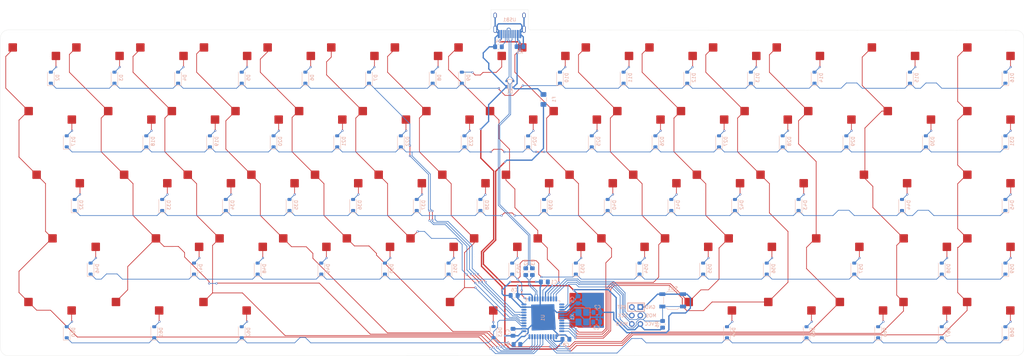
<source format=kicad_pcb>
(kicad_pcb (version 20241229) (generator "pcbnew") (generator_version "9.0")
  (layers (0 "F.Cu" signal) (2 "B.Cu" signal) (13 "F.Paste" user) (15 "B.Paste" user) (5 "F.SilkS" user "F.Silkscreen") (7 "B.SilkS" user "B.Silkscreen") (1 "F.Mask" user) (3 "B.Mask" user) (25 "Edge.Cuts" user))
  (net 0 "")
  (net 1 "Net-(U1-UCap)")
  (net 2 "GND")
  (net 3 "XTAL1")
  (net 4 "XTAL2")
  (net 5 "+5V")
  (net 6 "D-")
  (net 7 "VCC")
  (net 8 "D+")
  (net 9 "Net-(D2-A)")
  (net 10 "row0")
  (net 11 "Net-(D3-A)")
  (net 12 "Net-(D4-A)")
  (net 13 "Net-(D5-A)")
  (net 14 "Net-(D6-A)")
  (net 15 "Net-(D7-A)")
  (net 16 "Net-(D8-A)")
  (net 17 "Net-(D9-A)")
  (net 18 "Net-(D10-A)")
  (net 19 "Net-(D11-A)")
  (net 20 "Net-(D12-A)")
  (net 21 "Net-(D13-A)")
  (net 22 "Net-(D14-A)")
  (net 23 "Net-(D15-A)")
  (net 24 "Net-(D16-A)")
  (net 25 "Net-(D17-A)")
  (net 26 "row1")
  (net 27 "Net-(D18-A)")
  (net 28 "Net-(D19-A)")
  (net 29 "Net-(D20-A)")
  (net 30 "Net-(D21-A)")
  (net 31 "Net-(D22-A)")
  (net 32 "Net-(D23-A)")
  (net 33 "Net-(D24-A)")
  (net 34 "Net-(D25-A)")
  (net 35 "Net-(D26-A)")
  (net 36 "Net-(D27-A)")
  (net 37 "Net-(D28-A)")
  (net 38 "Net-(D29-A)")
  (net 39 "Net-(D30-A)")
  (net 40 "Net-(D31-A)")
  (net 41 "Net-(D32-A)")
  (net 42 "row2")
  (net 43 "Net-(D33-A)")
  (net 44 "Net-(D34-A)")
  (net 45 "Net-(D35-A)")
  (net 46 "Net-(D36-A)")
  (net 47 "Net-(D37-A)")
  (net 48 "Net-(D38-A)")
  (net 49 "Net-(D39-A)")
  (net 50 "Net-(D40-A)")
  (net 51 "Net-(D41-A)")
  (net 52 "Net-(D42-A)")
  (net 53 "Net-(D43-A)")
  (net 54 "Net-(D45-A)")
  (net 55 "Net-(D46-A)")
  (net 56 "row3")
  (net 57 "Net-(D47-A)")
  (net 58 "Net-(D48-A)")
  (net 59 "Net-(D49-A)")
  (net 60 "Net-(D50-A)")
  (net 61 "Net-(D51-A)")
  (net 62 "Net-(D52-A)")
  (net 63 "Net-(D53-A)")
  (net 64 "Net-(D54-A)")
  (net 65 "Net-(D55-A)")
  (net 66 "Net-(D56-A)")
  (net 67 "Net-(D57-A)")
  (net 68 "Net-(D59-A)")
  (net 69 "Net-(D60-A)")
  (net 70 "Net-(D61-A)")
  (net 71 "Net-(D62-A)")
  (net 72 "row4")
  (net 73 "Net-(D63-A)")
  (net 74 "Net-(D64-A)")
  (net 75 "Net-(D68-A)")
  (net 76 "Net-(D44-A)")
  (net 77 "Net-(D58-A)")
  (net 78 "Net-(D65-A)")
  (net 79 "Net-(D66-A)")
  (net 80 "Net-(D67-A)")
  (net 81 "SCK")
  (net 82 "RESET")
  (net 83 "MISO")
  (net 84 "MOSI")
  (net 85 "Net-(U1-~{HWB{slash}PE2})")
  (net 86 "DN")
  (net 87 "DP")
  (net 88 "Net-(USB1-CC1)")
  (net 89 "Net-(USB1-CC2)")
  (net 90 "col0")
  (net 91 "col1")
  (net 92 "col2")
  (net 93 "col3")
  (net 94 "col4")
  (net 95 "col5")
  (net 96 "col6")
  (net 97 "col7")
  (net 98 "col8")
  (net 99 "col9")
  (net 100 "col10")
  (net 101 "col11")
  (net 102 "col12")
  (net 103 "col13")
  (net 104 "col14")
  (footprint "MX_Hotswap:MX-Hotswap-1U" (layer "F.Cu") (at 236.5375 150.01875)
    (property "Reference" "SW54")
    (property "Value" ",<")
  )
  (footprint "MX_Hotswap:MX-Hotswap-2.25U" (layer "F.Cu") (at 72.23125 150.01875)
    (property "Reference" "SW46")
    (property "Value" "LSHIFT")
  )
  (footprint "MX_Hotswap:MX-Hotswap-1U" (layer "F.Cu") (at 184.15 111.91875)
    (property "Reference" "SW23")
    (property "Value" "Y")
  )
  (footprint "MX_Hotswap:MX-Hotswap-1U" (layer "F.Cu") (at 122.2375 150.01875)
    (property "Reference" "SW48")
    (property "Value" "X")
  )
  (footprint "MX_Hotswap:MX-Hotswap-6.25U" (layer "F.Cu") (at 191.235 169.06875)
    (property "Reference" "SW63")
    (property "Value" "SPACE_BAR")
  )
  (footprint "MX_Hotswap:MX-Hotswap-1U" (layer "F.Cu") (at 346.01625 169.06355)
    (property "Reference" "SW68")
    (property "Value" "RIGHT")
  )
  (footprint "MX_Hotswap:MX-Hotswap-1U" (layer "F.Cu") (at 141.2875 150.01875)
    (property "Reference" "SW49")
    (property "Value" "C")
  )
  (footprint "MX_Hotswap:MX-Hotswap-1U" (layer "F.Cu") (at 250.9225 92.86875)
    (property "Reference" "SW12")
    (property "Value" "0)")
  )
  (footprint "MX_Hotswap:MX-Hotswap-1.5U" (layer "F.Cu") (at 322.2625 111.91875)
    (property "Reference" "SW30")
    (property "Value" "\\|")
  )
  (footprint "MX_Hotswap:MX-Hotswap-1U" (layer "F.Cu") (at 188.9125 130.96875)
    (property "Reference" "SW38")
    (property "Value" "H")
  )
  (footprint "MX_Hotswap:MX-Hotswap-1.75U" (layer "F.Cu") (at 67.46875 130.96875)
    (property "Reference" "SW32")
    (property "Value" "LCAPS_LOCK")
  )
  (footprint "MX_Hotswap:MX-Hotswap-1U" (layer "F.Cu") (at 198.4375 150.01875)
    (property "Reference" "SW52")
    (property "Value" "N")
  )
  (footprint "MX_Hotswap:MX-Hotswap-1U" (layer "F.Cu") (at 260.35 111.91875)
    (property "Reference" "SW27")
    (property "Value" "P")
  )
  (footprint "MX_Hotswap:MX-Hotswap-2U" (layer "F.Cu") (at 317.5 92.86875)
    (property "Reference" "SW15")
    (property "Value" "BACKSPACE")
  )
  (footprint "MX_Hotswap:MX-Hotswap-1.5U" (layer "F.Cu") (at 65.02875 169.06355)
    (property "Reference" "SW60")
    (property "Value" "CTRL")
  )
  (footprint "MX_Hotswap:MX-Hotswap-1U" (layer "F.Cu") (at 146.05 111.91875)
    (property "Reference" "SW21")
    (property "Value" "R")
  )
  (footprint "MX_Hotswap:MX-Hotswap-1U" (layer "F.Cu") (at 93.6625 130.96875)
    (property "Reference" "SW33")
    (property "Value" "A")
  )
  (footprint "MX_Hotswap:MX-Hotswap-1U" (layer "F.Cu") (at 165.1 111.91875)
    (property "Reference" "SW22")
    (property "Value" "T")
  )
  (footprint "MX_Hotswap:MX-Hotswap-1U" (layer "F.Cu") (at 346.075 150.01875)
    (property "Reference" "SW59")
    (property "Value" "DELETE")
  )
  (footprint "MX_Hotswap:MX-Hotswap-1U" (layer "F.Cu") (at 265.1125 130.96875)
    (property "Reference" "SW42")
    (property "Value" ";:")
  )
  (footprint "MX_Hotswap:MX-Hotswap-1U" (layer "F.Cu") (at 169.8625 130.96875)
    (property "Reference" "SW37")
    (property "Value" "G")
  )
  (footprint "MX_Hotswap:MX-Hotswap-1U" (layer "F.Cu") (at 289.0225 92.86875)
    (property "Reference" "SW14")
    (property "Value" "=+")
  )
  (footprint "MX_Hotswap:MX-Hotswap-1U" (layer "F.Cu") (at 107.95 111.91875)
    (property "Reference" "SW19")
    (property "Value" "W")
  )
  (footprint "MX_Hotswap:MX-Hotswap-1U" (layer "F.Cu") (at 103.1875 150.01875)
    (property "Reference" "SW47")
    (property "Value" "Z")
  )
  (footprint "MX_Hotswap:MX-Hotswap-1.75U" (layer "F.Cu") (at 300.83125 150.01875)
    (property "Reference" "SW57")
    (property "Value" "RSHIFT")
  )
  (footprint "MX_Hotswap:MX-Hotswap-1.25U" (layer "F.Cu") (at 91.2225 169.06355)
    (property "Reference" "SW61")
    (property "Value" "LALT")
  )
  (footprint "MX_Hotswap:MX-Hotswap-1U" (layer "F.Cu") (at 307.91625 169.06355)
    (property "Reference" "SW66")
    (property "Value" "LEFT")
  )
  (footprint "MX_Hotswap:MX-Hotswap-1U" (layer "F.Cu") (at 241.3 111.91875)
    (property "Reference" "SW26")
    (property "Value" "O")
  )
  (footprint "MX_Hotswap:MX-Hotswap-1U" (layer "F.Cu") (at 160.3375 150.01875)
    (property "Reference" "SW50")
    (property "Value" "V")
  )
  (footprint "MX_Hotswap:MX-Hotswap-1U" (layer "F.Cu") (at 112.7125 130.96875)
    (property "Reference" "SW34")
    (property "Value" "S")
  )
  (footprint "MX_Hotswap:MX-Hotswap-1U" (layer "F.Cu") (at 212.8225 92.86875)
    (property "Reference" "SW10")
    (property "Value" "8*")
  )
  (footprint "MX_Hotswap:MX-Hotswap-1.5U" (layer "F.Cu") (at 65.0875 111.91875)
    (property "Reference" "SW17")
    (property "Value" "TAB")
  )
  (footprint "MX_Hotswap:MX-Hotswap-1U" (layer "F.Cu") (at 179.3875 150.01875)
    (property "Reference" "SW51")
    (property "Value" "B")
  )
  (footprint "MX_Hotswap:MX-Hotswap-1.5U" (layer "F.Cu") (at 117.41625 169.06355)
    (property "Reference" "SW62")
    (property "Value" "CMD")
  )
  (footprint "MX_Hotswap:MX-Hotswap-1U" (layer "F.Cu") (at 131.7625 130.96875)
    (property "Reference" "SW35")
    (property "Value" "D")
  )
  (footprint "MX_Hotswap:MX-Hotswap-1U" (layer "F.Cu") (at 60.325 92.86875)
    (property "Reference" "SW2")
    (property "Value" "~`")
  )
  (footprint "MX_Hotswap:MX-Hotswap-1U" (layer "F.Cu") (at 227.0125 130.96875)
    (property "Reference" "SW40")
    (property "Value" "K")
  )
  (footprint "MX_Hotswap:MX-Hotswap-1U" (layer "F.Cu") (at 346.075 92.86875)
    (property "Reference" "SW16")
    (property "Value" "PgUp")
  )
  (footprint "MX_Hotswap:MX-Hotswap-1U" (layer "F.Cu") (at 127 111.91875)
    (property "Reference" "SW20")
    (property "Value" "E")
  )
  (footprint "MX_Hotswap:MX-Hotswap-1U" (layer "F.Cu") (at 269.9725 92.86875)
    (property "Reference" "SW13")
    (property "Value" "-_")
  )
  (footprint "MX_Hotswap:MX-Hotswap-1U" (layer "F.Cu") (at 327.025 150.01875)
    (property "Reference" "SW58")
    (property "Value" "UP")
  )
  (footprint "MX_Hotswap:MX-Hotswap-1U" (layer "F.Cu") (at 150.8125 130.96875)
    (property "Reference" "SW36")
    (property "Value" "F")
  )
  (footprint "MX_Hotswap:MX-Hotswap-1U" (layer "F.Cu") (at 203.2 111.91875)
    (property "Reference" "SW24")
    (property "Value" "U")
  )
  (footprint "MX_Hotswap:MX-Hotswap-1U" (layer "F.Cu") (at 222.25 111.91875)
    (property "Reference" "SW25")
    (property "Value" "I")
  )
  (footprint "MX_Hotswap:MX-Hotswap-1.25U" (layer "F.Cu") (at 262.6725 169.06355)
    (property "Reference" "SW64")
    (property "Value" "RALT")
  )
  (footprint "MX_Hotswap:MX-Hotswap-1U" (layer "F.Cu") (at 88.9 111.91875)
    (property "Reference" "SW18")
    (property "Value" "Q")
  )
  (footprint "MX_Hotswap:MX-Hotswap-1U" (layer "F.Cu") (at 246.0625 130.96875)
    (property "Reference" "SW41")
    (property "Value" "L")
  )
  (footprint "MX_Hotswap:MX-Hotswap-1U" (layer "F.Cu") (at 155.6725 92.86875)
    (property "Reference" "SW7")
    (property "Value" "5%")
  )
  (footprint "MX_Hotswap:MX-Hotswap-1U" (layer "F.Cu") (at 231.8725 92.86875)
    (property "Reference" "SW11")
    (property "Value" "9(")
  )
  (footprint "MX_Hotswap:MX-Hotswap-1U" (layer "F.Cu") (at 117.5625 92.86875)
    (property "Reference" "SW5")
    (property "Value" "3#")
  )
  (footprint "MX_Hotswap:MX-Hotswap-1.25U" (layer "F.Cu") (at 286.485 169.06355)
    (property "Reference" "SW65")
    (property "Value" "0")
  )
  (footprint "MX_Hotswap:MX-Hotswap-1U" (layer "F.Cu") (at 274.6375 150.01875)
    (property "Reference" "SW56")
    (property "Value" "/?")
  )
  (footprint "MX_Hotswap:MX-Hotswap-1U" (layer "F.Cu") (at 207.9625 130.96875)
    (property "Reference" "SW39")
    (property "Value" "J")
  )
  (footprint "MX_Hotswap:MX-Hotswap-1U" (layer "F.Cu") (at 98.5225 92.86875)
    (property "Reference" "SW4")
    (property "Value" "2@")
  )
  (footprint "MX_Hotswap:MX-Hotswap-1U" (layer "F.Cu") (at 279.4 111.91875)
    (property "Reference" "SW28")
    (property "Value" "[{")
  )
  (footprint "MX_Hotswap:MX-Hotswap-1U" (layer "F.Cu") (at 217.4875 150.01875)
    (property "Reference" "SW53")
    (property "Value" "M")
  )
  (footprint "MX_Hotswap:MX-Hotswap-1U" (layer "F.Cu") (at 298.45 111.91875)
    (property "Reference" "SW29")
    (property "Value" "]}")
  )
  (footprint "MX_Hotswap:MX-Hotswap-1U" (layer "F.Cu") (at 136.6225 92.86875)
    (property "Reference" "SW6")
    (property "Value" "4$")
  )
  (footprint "MX_Hotswap:MX-Hotswap-2.25U" (layer "F.Cu") (at 315.11875 130.96875)
    (property "Reference" "SW44")
    (property "Value" "ENTER")
  )
  (footprint "MX_Hotswap:MX-Hotswap-1U" (layer "F.Cu") (at 79.375 92.86875)
    (property "Reference" "SW3")
    (property "Value" "1!")
  )
  (footprint "MX_Hotswap:MX-Hotswap-1U" (layer "F.Cu") (at 346.075 130.96875)
    (property "Reference" "SW45")
    (property "Value" "INSERT")
  )
  (footprint "MX_Hotswap:MX-Hotswap-1U" (layer "F.Cu") (at 255.5875 150.01875)
    (property "Reference" "SW55")
    (property "Value" ".>")
  )
  (footprint "MX_Hotswap:MX-Hotswap-1U" (layer "F.Cu") (at 174.7225 92.86875)
    (property "Reference" "SW8")
    (property "Value" "6^")
  )
  (footprint "MX_Hotswap:MX-Hotswap-1U" (layer "F.Cu") (at 346.075 111.91875)
    (property "Reference" "SW31")
    (property "Value" "PgDwn")
  )
  (footprint "MX_Hotswap:MX-Hotswap-1U" (layer "F.Cu") (at 284.1625 130.96875)
    (property "Reference" "SW43")
    (property "Value" "\"'")
  )
  (footprint "MX_Hotswap:MX-Hotswap-1U" (layer "F.Cu") (at 326.96625 169.06355)
    (property "Reference" "SW67")
    (property "Value" "DOWN")
  )
  (footprint "MX_Hotswap:MX-Hotswap-1U" (layer "F.Cu") (at 193.7725 92.86875)
    (property "Reference" "SW9")
    (property "Value" "7&")
  )
  (footprint "Diode_SMD:D_SOD-123" (layer "B.Cu") (at 84.93125 96.8375 90)
    (property "Reference" "D3")
    (property "Value" "D")
  )
  (footprint "Capacitor_SMD:C_0805_2012Metric_Pad1.18x1.45mm_HandSolder" (layer "B.Cu") (at 229.3375 167.08125)
    (property "Reference" "C2")
    (property "Value" "22p")
  )
  (footprint "Diode_SMD:D_SOD-123" (layer "B.Cu") (at 232.56875 134.9375 90)
    (property "Reference" "D40")
    (property "Value" "D")
  )
  (footprint "Diode_SMD:D_SOD-123" (layer "B.Cu") (at 351.63125 153.9875 90)
    (property "Reference" "D59")
    (property "Value" "D")
  )
  (footprint "Capacitor_SMD:C_0805_2012Metric_Pad1.18x1.45mm_HandSolder" (layer "B.Cu") (at 223.6875 163.30625 -90)
    (property "Reference" "C5")
    (property "Value" "0.1u")
  )
  (footprint "random-keyboard-parts:SOT143B" (layer "B.Cu") (at 203.3 98.8)
    (property "Reference" "D1")
    (property "Value" "PRTR5V0U2X")
  )
  (footprint "Diode_SMD:D_SOD-123" (layer "B.Cu") (at 94.45625 115.8875 90)
    (property "Reference" "D18")
    (property "Value" "D")
  )
  (footprint "Diode_SMD:D_SOD-123" (layer "B.Cu") (at 304.00625 115.8875 90)
    (property "Reference" "D29")
    (property "Value" "D")
  )
  (footprint "Capacitor_SMD:C_0805_2012Metric_Pad1.18x1.45mm_HandSolder" (layer "B.Cu") (at 220.07 175.15)
    (property "Reference" "C8")
    (property "Value" "10u")
  )
  (footprint "Diode_SMD:D_SOD-123" (layer "B.Cu") (at 289.71875 134.9375 90)
    (property "Reference" "D43")
    (property "Value" "D")
  )
  (footprint "Capacitor_SMD:C_0805_2012Metric_Pad1.18x1.45mm_HandSolder" (layer "B.Cu") (at 213.61 157.97)
    (property "Reference" "C1")
    (property "Value" "1u")
  )
  (footprint "Diode_SMD:D_SOD-123" (layer "B.Cu") (at 127.79375 153.9875 90)
    (property "Reference" "D48")
    (property "Value" "D")
  )
  (footprint "Diode_SMD:D_SOD-123" (layer "B.Cu") (at 118.26875 134.9375 90)
    (property "Reference" "D34")
    (property "Value" "D")
  )
  (footprint "Diode_SMD:D_SOD-123" (layer "B.Cu") (at 351.63125 115.8875 90)
    (property "Reference" "D31")
    (property "Value" "D")
  )
  (footprint "Diode_SMD:D_SOD-123" (layer "B.Cu") (at 151.60625 115.8875 90)
    (property "Reference" "D21")
    (property "Value" "D")
  )
  (footprint "Diode_SMD:D_SOD-123" (layer "B.Cu") (at 180.18125 96.8375 90)
    (property "Reference" "D8")
    (property "Value" "D")
  )
  (footprint "Diode_SMD:D_SOD-123" (layer "B.Cu") (at 77.7875 153.9875 90)
    (property "Reference" "D46")
    (property "Value" "D")
  )
  (footprint "Diode_SMD:D_SOD-123" (layer "B.Cu") (at 194.46875 134.9375 90)
    (property "Reference" "D38")
    (property "Value" "D")
  )
  (footprint "Diode_SMD:D_SOD-123" (layer "B.Cu") (at 208.75625 115.8875 90)
    (property "Reference" "D24")
    (property "Value" "D")
  )
  (footprint "Diode_SMD:D_SOD-123" (layer "B.Cu") (at 332.58125 153.9875 90)
    (property "Reference" "D58")
    (property "Value" "D")
  )
  (footprint "Resistor_SMD:R_0805_2012Metric_Pad1.20x1.40mm_HandSolder" (layer "B.Cu") (at 206.325 87.55)
    (property "Reference" "R5")
    (property "Value" "5.1k")
  )
  (footprint "Diode_SMD:D_SOD-123" (layer "B.Cu") (at 323.05625 96.8375 90)
    (property "Reference" "D15")
    (property "Value" "D")
  )
  (footprint "Diode_SMD:D_SOD-123" (layer "B.Cu") (at 96.8375 173.0375 90)
    (property "Reference" "D61")
    (property "Value" "D")
  )
  (footprint "Diode_SMD:D_SOD-123" (layer "B.Cu") (at 70.64375 173.0375 90)
    (property "Reference" "D60")
    (property "Value" "D")
  )
  (footprint "Diode_SMD:D_SOD-123" (layer "B.Cu") (at 351.63125 134.9375 90)
    (property "Reference" "D45")
    (property "Value" "D")
  )
  (footprint "Diode_SMD:D_SOD-123" (layer "B.Cu") (at 99.21875 134.9375 90)
    (property "Reference" "D33")
    (property "Value" "D")
  )
  (footprint "Diode_SMD:D_SOD-123" (layer "B.Cu") (at 123.03125 173.0375 90)
    (property "Reference" "D62")
    (property "Value" "D")
  )
  (footprint "Resistor_SMD:R_0805_2012Metric_Pad1.20x1.40mm_HandSolder" (layer "B.Cu") (at 210.02299 154.898626 -90)
    (property "Reference" "R3")
    (property "Value" "22")
  )
  (footprint "Diode_SMD:D_SOD-123" (layer "B.Cu") (at 70.64375 115.8875 90)
    (property "Reference" "D17")
    (property "Value" "D")
  )
  (footprint "Diode_SMD:D_SOD-123" (layer "B.Cu") (at 237.33125 96.8375 90)
    (property "Reference" "D11")
    (property "Value" "D")
  )
  (footprint "Diode_SMD:D_SOD-123" (layer "B.Cu") (at 188.9125 96.8375 90)
    (property "Reference" "D9")
    (property "Value" "D")
  )
  (footprint "Diode_SMD:D_SOD-123" (layer "B.Cu") (at 280.19375 153.9875 90)
    (property "Reference" "D56")
    (property "Value" "D")
  )
  (footprint "Diode_SMD:D_SOD-123" (layer "B.Cu") (at 123.03125 96.8375 90)
    (property "Reference" "D5")
    (property "Value" "D")
  )
  (footprint "Diode_SMD:D_SOD-123" (layer "B.Cu") (at 268.2875 173.0375 90)
    (property "Reference" "D64")
    (property "Value" "D")
  )
  (footprint "Diode_SMD:D_SOD-123" (layer "B.Cu") (at 161.13125 96.8375 90)
    (property "Reference" "D7")
    (property "Value" "D")
  )
  (footprint "Diode_SMD:D_SOD-123" (layer "B.Cu") (at 218.28125 96.8375 90)
    (property "Reference" "D10")
    (property "Value" "D")
  )
  (footprint "Fuse:Fuse_1206_3216Metric_Pad1.42x1.75mm_HandSolder" (layer "B.Cu") (at 213.35 103.35 -90)
    (property "Reference" "F1")
    (property "Value" "500m")
  )
  (footprint "Diode_SMD:D_SOD-123" (layer "B.Cu") (at 320.675 134.9375 90)
    (property "Reference" "D44")
    (property "Value" "D")
  )
  (footprint "Capacitor_SMD:C_0805_2012Metric_Pad1.18x1.45mm_HandSolder" (layer "B.Cu") (at 204.57 162.03 180)
    (property "Reference" "C6")
    (property "Value" "0.1u")
  )
  (footprint "Diode_SMD:D_SOD-123" (layer "B.Cu") (at 73.025 134.9375 90)
    (property "Reference" "D32")
    (property "Value" "D")
  )
  (footprint "Diode_SMD:D_SOD-123" (layer "B.Cu") (at 146.84375 153.9875 90)
    (property "Reference" "D49")
    (property "Value" "D")
  )
  (footprint "Diode_SMD:D_SOD-123" (layer "B.Cu") (at 184.94375 153.9875 90)
    (property "Reference" "D51")
    (property "Value" "D")
  )
  (footprint "Diode_SMD:D_SOD-123" (layer "B.Cu") (at 103.98125 96.8375 90)
    (property "Reference" "D4")
    (property "Value" "D")
  )
  (footprint "Diode_SMD:D_SOD-123" (layer "B.Cu") (at 246.85625 115.8875 90)
    (property "Reference" "D26")
    (property "Value" "D")
  )
  (footprint "Diode_SMD:D_SOD-123" (layer "B.Cu") (at 189.70625 115.8875 90)
    (property "Reference" "D23")
    (property "Value" "D")
  )
  (footprint "Diode_SMD:D_SOD-123" (layer "B.Cu") (at 327.81875 115.8875 90)
    (property "Reference" "D30")
    (property "Value" "D")
  )
  (footprint "Resistor_SMD:R_0805_2012Metric_Pad1.20x1.40mm_HandSolder" (layer "B.Cu") (at 199.875 87.6 180)
    (property "Reference" "R4")
    (property "Value" "5.1k")
  )
  (footprint "Capacitor_SMD:C_0805_2012Metric_Pad1.18x1.45mm_HandSolder" (layer "B.Cu") (at 229.2375 169.98125)
    (property "Reference" "C3")
    (property "Value" "22p")
  )
  (footprint "Diode_SMD:D_SOD-123" (layer "B.Cu") (at 108.74375 153.9875 90)
    (property "Reference" "D47")
    (property "Value" "D")
  )
  (footprint "Diode_SMD:D_SOD-123" (layer "B.Cu") (at 132.55625 115.8875 90)
    (property "Reference" "D20")
    (property "Value" "D")
  )
  (footprint "Diode_SMD:D_SOD-123" (layer "B.Cu") (at 242.09375 153.9875 90)
    (property "Reference" "D54")
    (property "Value" "D")
  )
  (footprint "Diode_SMD:D_SOD-123" (layer "B.Cu") (at 137.31875 134.9375 90)
    (property "Reference" "D35")
    (property "Value" "D")
  )
  (footprint "random-keyboard-parts:Reset_Pretty-Mask" (layer "B.Cu") (at 241.07 168.03)
    (property "Reference" "J1")
    (property "Value" "AVR-ISP-6")
  )
  (footprint "Capacitor_SMD:C_0805_2012Metric_Pad1.18x1.45mm_HandSolder" (layer "B.Cu") (at 204.2375 173.05625 90)
    (property "Reference" "C7")
    (property "Value" "0.1u")
  )
  (footprint "Diode_SMD:D_SOD-123" (layer "B.Cu") (at 156.36875 134.9375 90)
    (property "Reference" "D36")
    (property "Value" "D")
  )
  (footprint "Package_QFP:TQFP-44_10x10mm_P0.8mm" (layer "B.Cu") (at 213.1625 168.71875 -90)
    (property "Reference" "U1")
    (property "Value" "ATMEGA32U4")
  )
  (footprint "Diode_SMD:D_SOD-123" (layer "B.Cu") (at 332.58125 173.0375 90)
    (property "Reference" "D67")
    (property "Value" "D")
  )
  (footprint "Diode_SMD:D_SOD-123" (layer "B.Cu") (at 284.95625 115.8875 90)
    (property "Reference" "D28")
    (property "Value" "D")
  )
  (footprint "Diode_SMD:D_SOD-123" (layer "B.Cu") (at 351.63125 96.8375 90)
    (property "Reference" "D16")
    (property "Value" "D")
  )
  (footprint "Diode_SMD:D_SOD-123" (layer "B.Cu") (at 170.65625 115.8875 90)
    (property "Reference" "D22")
    (property "Value" "D")
  )
  (footprint "Diode_SMD:D_SOD-123" (layer "B.Cu") (at 261.14375 153.9875 90)
    (property "Reference" "D55")
    (property "Value" "D")
  )
  (footprint "Diode_SMD:D_SOD-123" (layer "B.Cu") (at 251.61875 134.9375 90)
    (property "Reference" "D41")
    (property "Value" "D")
  )
  (footprint "Diode_SMD:D_SOD-123" (layer "B.Cu") (at 292.1 173.0375 90)
    (property "Reference" "D65")
    (property "Value" "D")
  )
  (footprint "Diode_SMD:D_SOD-123" (layer "B.Cu") (at 213.51875 134.9375 90)
    (property "Reference" "D39")
    (property "Value" "D")
  )
  (footprint "Diode_SMD:D_SOD-123" (layer "B.Cu") (at 113.50625 115.8875 90)
    (property "Reference" "D19")
    (property "Value" "D")
  )
  (footprint "Diode_SMD:D_SOD-123" (layer "B.Cu") (at 142.08125 96.8375 90)
    (property "Reference" "D6")
    (property "Value" "D")
  )
  (footprint "Diode_SMD:D_SOD-123" (layer "B.Cu") (at 351.63125 173.0375 90)
    (property "Reference" "D68")
    (property "Value" "D")
  )
  (footprint "Diode_SMD:D_SOD-123" (layer "B.Cu") (at 294.48125 96.8375 90)
    (property "Reference" "D14")
    (property "Value" "D")
  )
  (footprint "Diode_SMD:D_SOD-123" (layer "B.Cu") (at 265.90625 115.8875 90)
    (property "Reference" "D27")
    (property "Value" "D")
  )
  (footprint "Diode_SMD:D_SOD-123" (layer "B.Cu") (at 313.53125 173.0375 90)
    (property "Reference" "D66")
    (property "Value" "D")
  )
  (footprint "Diode_SMD:D_SOD-123" (layer "B.Cu") (at 227.80625 115.8875 90)
    (property "Reference" "D25")
    (property "Value" "D")
  )
  (footprint "Diode_SMD:D_SOD-123" (layer "B.Cu") (at 256.38125 96.8375 90)
    (property "Reference" "D12")
    (property "Value" "D")
  )
  (footprint "Resistor_SMD:R_0805_2012Metric_Pad1.20x1.40mm_HandSolder" (layer "B.Cu") (at 205.4125 176.68125)
    (property "Reference" "R1")
    (property "Value" "10k")
  )
  (footprint "Diode_SMD:D_SOD-123" (layer "B.Cu") (at 165.89375 153.9875 90)
    (property "Reference" "D50")
    (property "Value" "D")
  )
  (footprint "Diode_SMD:D_SOD-123" (layer "B.Cu") (at 203.99375 153.9875 90)
    (property "Reference" "D52")
    (property "Value" "D")
  )
  (footprint "Diode_SMD:D_SOD-123" (layer "B.Cu") (at 175.41875 134.9375 90)
    (property "Reference" "D37")
    (property "Value" "D")
  )
  (footprint "Resistor_SMD:R_0805_2012Metric_Pad1.20x1.40mm_HandSolder" (layer "B.Cu") (at 249.01 170.67 -90)
    (property "Reference" "R6")
    (property "Value" "10k")
  )
  (footprint "Diode_SMD:D_SOD-123" (layer "B.Cu") (at 198.4 172.98 90)
    (property "Reference" "D63")
    (property "Value" "D")
  )
  (footprint "Diode_SMD:D_SOD-123" (layer "B.Cu") (at 223.04375 153.9875 90)
    (property "Reference" "D53")
    (property "Value" "D")
  )
  (footprint "Type-C:HRO-TYPE-C-31-M-12-HandSoldering" (layer "B.Cu") (at 203.2 75.58375)
    (property "Reference" "USB1")
    (property "Value" "HRO-TYPE-C-31-M-12")
  )
  (footprint "Diode_SMD:D_SOD-123" (layer "B.Cu") (at 275.43125 96.8375 90)
    (property "Reference" "D13")
    (property "Value" "D")
  )
  (footprint "Crystal:Crystal_SMD_3225-4Pin_3.2x2.5mm_HandSoldering" (layer "B.Cu") (at 224.9875 168.53125 -90)
    (property "Reference" "X1")
    (property "Value" "Crystal_GND24_Small")
  )
  (footprint "Button_Switch_SMD:SW_SPST_SKQG_WithStem" (layer "B.Cu") (at 252.03 163.49 180)
    (property "Reference" "SW1")
    (property "Value" "SW_DIP_x01" (hide yes))
  )
  (footprint "Resistor_SMD:R_0805_2012Metric_Pad1.20x1.40mm_HandSolder" (layer "B.Cu") (at 208.04799 154.898626 -90)
    (property "Reference" "R2")
    (property "Value" "22")
  )
  (footprint "Diode_SMD:D_SOD-123" (layer "B.Cu") (at 270.66875 134.9375 90)
    (property "Reference" "D42")
    (property "Value" "D")
  )
  (footprint "Diode_SMD:D_SOD-123" (layer "B.Cu") (at 306.3875 153.9875 90)
    (property "Reference" "D57")
    (property "Value" "D")
  )
  (footprint "Diode_SMD:D_SOD-123" (layer "B.Cu") (at 65.88125 96.8375 90)
    (property "Reference" "D2")
    (property "Value" "D")
  )
  (gr_arc (start 357.187566 177.695984) (mid 356.496334 179.373567) (end 354.823929 180.077234) (stroke (width 0.05)) (layer "Edge.Cuts"))
  (gr_arc (start 53.18125 180.08495) (mid 51.497452 179.387498) (end 50.8 177.7037) (stroke (width 0.05)) (layer "Edge.Cuts"))
  (gr_line (start 357.1875 84.93125) (end 357.1875 177.695984) (stroke (width 0.05)) (layer "Edge.Cuts"))
  (gr_arc (start 197.64375 81.577859) (mid 197.359016 82.265266) (end 196.671609 82.55) (stroke (width 0.05)) (layer "Edge.Cuts"))
  (gr_line (start 209.55 82.55) (end 354.80625 82.647427) (stroke (width 0.05)) (layer "Edge.Cuts"))
  (gr_line (start 197.64375 76.48) (end 208.75625 76.48) (stroke (width 0.05)) (layer "Edge.Cuts"))
  (gr_line (start 354.823929 180.0773) (end 53.18125 180.084951) (stroke (width 0.05)) (layer "Edge.Cuts"))
  (gr_arc (start 209.55 82.55) (mid 208.988734 82.317516) (end 208.75625 81.75625) (stroke (width 0.05)) (layer "Edge.Cuts"))
  (gr_line (start 50.8 177.7037) (end 50.8 84.93125) (stroke (width 0.05)) (layer "Edge.Cuts"))
  (gr_line (start 53.18125 82.55) (end 196.661741 82.55) (stroke (width 0.05)) (layer "Edge.Cuts"))
  (gr_arc (start 50.8 84.93125) (mid 51.497452 83.247452) (end 53.18125 82.55) (stroke (width 0.05)) (layer "Edge.Cuts"))
  (gr_line (start 197.64375 81.577859) (end 197.64375 76.48) (stroke (width 0.05)) (layer "Edge.Cuts"))
  (gr_line (start 208.75625 76.48) (end 208.75625 81.765109) (stroke (width 0.05)) (layer "Edge.Cuts"))
  (gr_arc (start 354.80625 82.644352) (mid 356.457027 83.308665) (end 357.1875 84.93125) (stroke (width 0.05)) (layer "Edge.Cuts"))
  (segment (start 214.6475 157.97) (end 214.71 158.0325) (width 0.2) (layer "B.Cu") (net 1))
  (segment (start 213.16 163.05375) (end 213.1625 163.05625) (width 0.2) (layer "B.Cu") (net 1))
  (segment (start 214.71 158.95) (end 213.16 160.5) (width 0.2) (layer "B.Cu") (net 1))
  (segment (start 213.16 160.5) (end 213.16 163.05375) (width 0.2) (layer "B.Cu") (net 1))
  (segment (start 214.71 158.0325) (end 214.71 158.95) (width 0.2) (layer "B.Cu") (net 1))
  (segment (start 194.6 120.925) (end 198.44 124.765) (width 0.381) (layer "F.Cu") (net 2))
  (segment (start 194.6 112.25) (end 194.6 120.925) (width 0.381) (layer "F.Cu") (net 2))
  (segment (start 194.8 153.3) (end 200.96 159.46) (width 0.381) (layer "F.Cu") (net 2))
  (segment (start 194.8 148.89) (end 194.8 153.3) (width 0.381) (layer "F.Cu") (net 2))
  (segment (start 198.44 145.25) (end 194.8 148.89) (width 0.381) (layer "F.Cu") (net 2))
  (segment (start 200.96 159.46) (end 200.96 160.43) (width 0.381) (layer "F.Cu") (net 2))
  (segment (start 198.44 124.765) (end 198.44 145.25) (width 0.381) (layer "F.Cu") (net 2))
  (segment (start 211.06 157.97) (end 203.42 157.97) (width 0.381) (layer "F.Cu") (net 2))
  (via (at 200.96 160.43) (size 0.6) (drill 0.3) (layers "F.Cu" "B.Cu") (net 2))
  (via (at 194.6 112.25) (size 0.6) (drill 0.3) (layers "F.Cu" "B.Cu") (net 2))
  (via (at 211.06 157.97) (size 0.6) (drill 0.3) (layers "F.Cu" "B.Cu") (net 2))
  (via (at 203.42 157.97) (size 0.6) (drill 0.3) (layers "F.Cu" "B.Cu") (net 2))
  (segment (start 198.875 87.6) (end 197.15 87.6) (width 0.381) (layer "B.Cu") (net 2))
  (segment (start 207.5 165.51875) (end 215.72875 165.51875) (width 0.381) (layer "B.Cu") (net 2))
  (segment (start 196.925 109.925) (end 194.6 112.25) (width 0.381) (layer "B.Cu") (net 2))
  (segment (start 199.975 83.77875) (end 199.975 82.785) (width 0.381) (layer "B.Cu") (net 2))
  (segment (start 196.925 104.925) (end 196.925 109.925) (width 0.381) (layer "B.Cu") (net 2))
  (segment (start 217.87 173.86) (end 219.95 173.86) (width 0.381) (layer "B.Cu") (net 2))
  (segment (start 212.35 163.04375) (end 212.3625 163.05625) (width 0.381) (layer "B.Cu") (net 2))
  (segment (start 250.11 173.18) (end 250.89 172.4) (width 0.381) (layer "B.Cu") (net 2))
  (segment (start 208.75 172.06) (end 208.71 172.02) (width 0.381) (layer "B.Cu") (net 2))
  (segment (start 234.41 169.28) (end 238.31 173.18) (width 0.381) (layer "B.Cu") (net 2))
  (segment (start 201.46 162.03) (end 203.5325 162.03) (width 0.381) (layer "B.Cu") (net 2))
  (segment (start 203.5325 162.5125) (end 206.54 165.52) (width 0.381) (layer "B.Cu") (net 2))
  (segment (start 206.45 80.72) (end 206.88 81.15) (width 0.381) (layer "B.Cu") (net 2))
  (segment (start 220.1 167.11875) (end 220.1125 167.13125) (width 0.381) (layer "B.Cu") (net 2))
  (segment (start 195.325 90.875) (end 196.975 92.525) (width 0.381) (layer "B.Cu") (net 2))
  (segment (start 207.325 84.67875) (end 206.425 83.77875) (width 0.381) (layer "B.Cu") (net 2))
  (segment (start 217.1625 174.38125) (end 217.34875 174.38125) (width 0.381) (layer "B.Cu") (net 2))
  (segment (start 202.3 99.55) (end 196.925 104.925) (width 0.381) (layer "B.Cu") (net 2))
  (segment (start 198.875 87.6) (end 198.875 84.87875) (width 0.381) (layer "B.Cu") (net 2))
  (segment (start 225 164.34375) (end 226.0375 165.38125) (width 0.381) (layer "B.Cu") (net 2))
  (segment (start 230.375 167.08125) (end 230.3625 167.08125) (width 0.381) (layer "B.Cu") (net 2))
  (segment (start 204.4125 176.68125) (end 204.4125 176.6775) (width 0.381) (layer "B.Cu") (net 2))
  (segment (start 243.65 165.49) (end 242.34 165.49) (width 0.381) (layer "B.Cu") (net 2))
  (segment (start 218.825 167.11875) (end 220.1 167.11875) (width 0.381) (layer "B.Cu") (net 2))
  (segment (start 199.975 82.785) (end 199.52 82.33) (width 0.381) (layer "B.Cu") (net 2))
  (segment (start 251.8 167.28) (end 255.88 167.28) (width 0.381) (layer "B.Cu") (net 2))
  (segment (start 208.75 173.23) (end 208.75 172.06) (width 0.381) (layer "B.Cu") (net 2))
  (segment (start 256.3 161.64) (end 255.13 161.64) (width 0.381) (layer "B.Cu") (net 2))
  (segment (start 217.34875 174.38125) (end 217.87 173.86) (width 0.381) (layer "B.Cu") (net 2))
  (segment (start 206.54 165.52) (end 206.54125 165.51875) (width 0.381) (layer "B.Cu") (net 2))
  (segment (start 194.6 112.25) (end 194.575 112.25) (width 0.381) (layer "B.Cu") (net 2))
  (segment (start 228.9125 168.61875) (end 230.275 169.98125) (width 0.381) (layer "B.Cu") (net 2))
  (segment (start 255.88 167.28) (end 257.33 165.83) (width 0.381) (layer "B.Cu") (net 2))
  (segment (start 198.88 82.68375) (end 199.975 83.77875) (width 0.381) (layer "B.Cu") (net 2))
  (segment (start 230.3625 167.08125) (end 228.9125 168.53125) (width 0.381) (layer "B.Cu") (net 2))
  (segment (start 212.37 168.36) (end 208.71 172.02) (width 0.381) (layer "B.Cu") (net 2))
  (segment (start 206.425 82.605) (end 206.425 83.77875) (width 0.381) (layer "B.Cu") (net 2))
  (segment (start 199.975 84.725) (end 199.975 83.77875) (width 0.381) (layer "B.Cu") (net 2))
  (segment (start 197.15 87.6) (end 195.325 89.425) (width 0.381) (layer "B.Cu") (net 2))
  (segment (start 217.33 167.12) (end 218.82375 167.12) (width 0.381) (layer "B.Cu") (net 2))
  (segment (start 226.0375 165.38125) (end 228.675 165.38125) (width 0.381) (layer "B.Cu") (net 2))
  (segment (start 257.33 165.83) (end 257.33 162.67) (width 0.381) (layer "B.Cu") (net 2))
  (segment (start 199.52 82.33) (end 199.52 81.1) (width 0.381) (layer "B.Cu") (net 2))
  (segment (start 248.93 161.64) (end 255.13 161.64) (width 0.381) (layer "B.Cu") (net 2))
  (segment (start 199.52 81.1) (end 199.9 80.72) (width 0.381) (layer "B.Cu") (net 2))
  (segment (start 206.88 82.15) (end 206.425 82.605) (width 0.381) (layer "B.Cu") (net 2))
  (segment (start 212.5725 159.3375) (end 212.35 159.56) (width 0.381) (layer "B.Cu") (net 2))
  (segment (start 203.5325 162.03) (end 203.5325 162.5125) (width 0.381) (layer "B.Cu") (net 2))
  (segment (start 250.89 168.19) (end 251.8 167.28) (width 0.381) (layer "B.Cu") (net 2))
  (segment (start 206.78 174.31) (end 207.67 174.31) (width 0.381) (layer "B.Cu") (net 2))
  (segment (start 196.975 94.225) (end 202.3 99.55) (width 0.381) (layer "B.Cu") (net 2))
  (segment (start 198.88 82.36375) (end 198.88 82.68375) (width 0.381) (layer "B.Cu") (net 2))
  (segment (start 200.96 161.53) (end 201.46 162.03) (width 0.381) (layer "B.Cu") (net 2))
  (segment (start 212.37 163.06375) (end 212.3625 163.05625) (width 0.381) (layer "B.Cu") (net 2))
  (segment (start 226.1375 169.98125) (end 227.5875 168.53125) (width 0.381) (layer "B.Cu") (net 2))
  (segment (start 212.5725 157.97) (end 212.5725 159.3375) (width 0.381) (layer "B.Cu") (net 2))
  (segment (start 206.425 83.45875) (end 207.52 82.36375) (width 0.381) (layer "B.Cu") (net 2))
  (segment (start 198.88 78.18375) (end 198.88 82.36375) (width 0.381) (layer "B.Cu") (net 2))
  (segment (start 228.675 165.38125) (end 230.375 167.08125) (width 0.381) (layer "B.Cu") (net 2))
  (segment (start 223.6875 164.34375) (end 225 164.34375) (width 0.381) (layer "B.Cu") (net 2))
  (segment (start 220.1125 167.13125) (end 222.9 164.34375) (width 0.381) (layer "B.Cu") (net 2))
  (segment (start 200.96 160.43) (end 200.96 161.53) (width 0.381) (layer "B.Cu") (net 2))
  (segment (start 250.89 172.4) (end 250.89 168.19) (width 0.381) (layer "B.Cu") (net 2))
  (segment (start 196.975 92.525) (end 196.975 94.225) (width 0.381) (layer "B.Cu") (net 2))
  (segment (start 226.1375 169.98125) (end 226.1375 169.78125) (width 0.381) (layer "B.Cu") (net 2))
  (segment (start 207.52 78.18375) (end 207.52 82.36375) (width 0.381) (layer "B.Cu") (net 2))
  (segment (start 206.425 83.77875) (end 206.425 83.45875) (width 0.381) (layer "B.Cu") (net 2))
  (segment (start 212.35 159.56) (end 212.35 163.04375) (width 0.381) (layer "B.Cu") (net 2))
  (segment (start 234.32125 167.08125) (end 234.41 167.17) (width 0.381) (layer "B.Cu") (net 2))
  (segment (start 221.1075 175.0175) (end 219.95 173.86) (width 0.381) (layer "B.Cu") (net 2))
  (segment (start 247.5 161.64) (end 243.65 165.49) (width 0.381) (layer "B.Cu") (net 2))
  (segment (start 206.88 81.15) (end 206.88 82.15) (width 0.381) (layer "B.Cu") (net 2))
  (segment (start 217.87 173.86) (end 212.37 168.36) (width 0.381) (layer "B.Cu") (net 2))
  (segment (start 257.33 162.67) (end 256.3 161.64) (width 0.381) (layer "B.Cu") (net 2))
  (segment (start 215.72875 165.51875) (end 217.33 167.12) (width 0.381) (layer "B.Cu") (net 2))
  (segment (start 228.9125 168.53125) (end 228.9125 168.61875) (width 0.381) (layer "B.Cu") (net 2))
  (segment (start 208.71 172.02) (end 207.60125 172.02) (width 0.381) (layer "B.Cu") (net 2))
  (segment (start 238.31 173.18) (end 250.11 173.18) (width 0.381) (layer "B.Cu") (net 2))
  (segment (start 218.82375 167.12) (end 218.825 167.11875) (width 0.381) (layer "B.Cu") (net 2))
  (segment (start 230.375 167.08125) (end 234.32125 167.08125) (width 0.381) (layer "B.Cu") (net 2))
  (segment (start 207.325 87.55) (end 207.325 84.67875) (width 0.381) (layer "B.Cu") (net 2))
  (segment (start 195.325 89.425) (end 195.325 90.875) (width 0.381) (layer "B.Cu") (net 2))
  (segment (start 204.2375 172.01875) (end 207.58 172.01875) (width 0.381) (layer "B.Cu") (net 2))
  (segment (start 203.42 157.97) (end 200.96 160.43) (width 0.381) (layer "B.Cu") (net 2))
  (segment (start 212.5725 157.97) (end 211.06 157.97) (width 0.381) (layer "B.Cu") (net 2))
  (segment (start 222.9 164.34375) (end 223.6875 164.34375) (width 0.381) (layer "B.Cu") (net 2))
  (segment (start 212.37 168.36) (end 212.37 163.06375) (width 0.381) (layer "B.Cu") (net 2))
  (segment (start 234.41 167.17) (end 234.41 169.28) (width 0.381) (layer "B.Cu") (net 2))
  (segment (start 206.54125 165.51875) (end 207.5 165.51875) (width 0.381) (layer "B.Cu") (net 2))
  (segment (start 227.5875 168.53125) (end 228.9125 168.53125) (width 0.381) (layer "B.Cu") (net 2))
  (segment (start 198.875 84.87875) (end 199.975 83.77875) (width 0.381) (layer "B.Cu") (net 2))
  (segment (start 248.93 161.64) (end 247.5 161.64) (width 0.381) (layer "B.Cu") (net 2))
  (segment (start 223.8375 167.48125) (end 223.8375 167.08125) (width 0.381) (layer "B.Cu") (net 2))
  (segment (start 207.67 174.31) (end 208.75 173.23) (width 0.381) (layer "B.Cu") (net 2))
  (segment (start 199.9 80.72) (end 206.45 80.72) (width 0.381) (layer "B.Cu") (net 2))
  (segment (start 226.1375 169.78125) (end 223.8375 167.48125) (width 0.381) (layer "B.Cu") (net 2))
  (segment (start 204.4125 176.6775) (end 206.78 174.31) (width 0.381) (layer "B.Cu") (net 2))
  (segment (start 220.35 167.91875) (end 220.1 167.91875) (width 0.2) (layer "B.Cu") (net 3))
  (segment (start 226.1375 167.08125) (end 226.1375 166.58125) (width 0.2) (layer "B.Cu") (net 3))
  (segment (start 222.6375 165.63125) (end 220.35 167.91875) (width 0.2) (layer "B.Cu") (net 3))
  (segment (start 220.1 167.91875) (end 218.825 167.91875) (width 0.2) (layer "B.Cu") (net 3))
  (segment (start 225.1875 165.63125) (end 222.6375 165.63125) (width 0.2) (layer "B.Cu") (net 3))
  (segment (start 228.3 167.08125) (end 226.1375 167.08125) (width 0.2) (layer "B.Cu") (net 3))
  (segment (start 226.1375 166.58125) (end 225.1875 165.63125) (width 0.2) (layer "B.Cu") (net 3))
  (segment (start 218.825 168.71875) (end 220.225 168.71875) (width 0.2) (layer "B.Cu") (net 4))
  (segment (start 228.2 170.61875) (end 227.3375 171.48125) (width 0.2) (layer "B.Cu") (net 4))
  (segment (start 227.3375 171.48125) (end 225.3375 171.48125) (width 0.2) (layer "B.Cu") (net 4))
  (segment (start 220.225 168.71875) (end 221.5125 170.00625) (width 0.2) (layer "B.Cu") (net 4))
  (segment (start 225.3375 171.48125) (end 223.8375 169.98125) (width 0.2) (layer "B.Cu") (net 4))
  (segment (start 223.8125 170.00625) (end 223.8375 169.98125) (width 0.2) (layer "B.Cu") (net 4))
  (segment (start 221.5125 170.00625) (end 223.8125 170.00625) (width 0.2) (layer "B.Cu") (net 4))
  (segment (start 228.2 169.98125) (end 228.2 170.61875) (width 0.2) (layer "B.Cu") (net 4))
  (segment (start 221.05 159.11) (end 222.41 160.47) (width 0.381) (layer "F.Cu") (net 5))
  (segment (start 201.8 176.49) (end 201.8 159.11) (width 0.381) (layer "F.Cu") (net 5))
  (segment (start 201.825 122.075) (end 199.04 124.86) (width 0.381) (layer "F.Cu") (net 5))
  (segment (start 218.34 176.7) (end 216.97 178.07) (width 0.381) (layer "F.Cu") (net 5))
  (segment (start 199.04 124.86) (end 199.04 145.471658) (width 0.381) (layer "F.Cu") (net 5))
  (segment (start 199.04 145.471658) (end 195.381 149.130658) (width 0.381) (layer "F.Cu") (net 5))
  (segment (start 221.05 159.11) (end 201.8 159.11) (width 0.381) (layer "F.Cu") (net 5))
  (segment (start 195.381 152.691) (end 201.8 159.11) (width 0.381) (layer "F.Cu") (net 5))
  (segment (start 216.97 178.07) (end 203.38 178.07) (width 0.381) (layer "F.Cu") (net 5))
  (segment (start 203.38 178.07) (end 201.8 176.49) (width 0.381) (layer "F.Cu") (net 5))
  (segment (start 195.381 149.130658) (end 195.381 152.691) (width 0.381) (layer "F.Cu") (net 5))
  (via (at 218.34 176.7) (size 0.6) (drill 0.3) (layers "F.Cu" "B.Cu") (net 5))
  (via (at 201.83 174.09) (size 0.6) (drill 0.3) (layers "F.Cu" "B.Cu") (net 5))
  (via (at 201.825 122.075) (size 0.6) (drill 0.3) (layers "F.Cu" "B.Cu") (net 5))
  (via (at 205.61 159.12) (size 0.6) (drill 0.3) (layers "F.Cu" "B.Cu") (net 5))
  (via (at 222.41 160.47) (size 0.6) (drill 0.3) (layers "F.Cu" "B.Cu") (net 5))
  (via (at 215.97 159.11) (size 0.6) (drill 0.3) (layers "F.Cu" "B.Cu") (net 5))
  (segment (start 218.34 176.7) (end 219 176.04) (width 0.381) (layer "B.Cu") (net 5))
  (segment (start 238.54 172.27) (end 240.71 172.27) (width 0.381) (layer "B.Cu") (net 5))
  (segment (start 213.9625 163.05625) (end 213.9625 161.1175) (width 0.381) (layer "B.Cu") (net 5))
  (segment (start 223.69 162.26625) (end 223.6875 162.26875) (width 0.381) (layer "B.Cu") (net 5))
  (segment (start 219 176.04) (end 219 175.1825) (width 0.381) (layer "B.Cu") (net 5))
  (segment (start 204.2375 174.09375) (end 201.83375 174.09375) (width 0.381) (layer "B.Cu") (net 5))
  (segment (start 242.34 170.64) (end 242.34 170.57) (width 0.381) (layer "B.Cu") (net 5))
  (segment (start 205.6075 162.03) (end 206.04 162.03) (width 0.381) (layer "B.Cu") (net 5))
  (segment (start 242.34 170.57) (end 242.34 171.04) (width 0.381) (layer "B.Cu") (net 5))
  (segment (start 232.74 160.29) (end 235.12 162.67) (width 0.381) (layer "B.Cu") (net 5))
  (segment (start 213.9625 161.1175) (end 215.97 159.11) (width 0.381) (layer "B.Cu") (net 5))
  (segment (start 248.39 172.29) (end 249.01 171.67) (width 0.381) (layer "B.Cu") (net 5))
  (segment (start 219 175.1825) (end 219.0325 175.15) (width 0.381) (layer "B.Cu") (net 5))
  (segment (start 235.12 168.85) (end 238.54 172.27) (width 0.381) (layer "B.Cu") (net 5))
  (segment (start 206.41 161.66) (end 209.48 161.66) (width 0.381) (layer "B.Cu") (net 5))
  (segment (start 242.34 171.04) (end 243.59 172.29) (width 0.381) (layer "B.Cu") (net 5))
  (segment (start 223.6875 161.7475) (end 222.41 160.47) (width 0.381) (layer "B.Cu") (net 5))
  (segment (start 222.59 160.29) (end 232.74 160.29) (width 0.381) (layer "B.Cu") (net 5))
  (segment (start 235.12 162.67) (end 235.12 168.85) (width 0.381) (layer "B.Cu") (net 5))
  (segment (start 207.16125 172.71875) (end 207.5 172.71875) (width 0.381) (layer "B.Cu") (net 5))
  (segment (start 209.9625 162.1425) (end 209.9625 163.05625) (width 0.381) (layer "B.Cu") (net 5))
  (segment (start 202.375 121.525) (end 209.875 121.525) (width 0.381) (layer "B.Cu") (net 5))
  (segment (start 205.6075 159.1225) (end 205.61 159.12) (width 0.381) (layer "B.Cu") (net 5))
  (segment (start 216.78 175.75) (end 218.4325 175.75) (width 0.381) (layer "B.Cu") (net 5))
  (segment (start 218.825 166.31875) (end 219.6375 166.31875) (width 0.381) (layer "B.Cu") (net 5))
  (segment (start 223.6875 162.26875) (end 223.6875 161.7475) (width 0.381) (layer "B.Cu") (net 5))
  (segment (start 201.83375 174.09375) (end 201.83 174.09) (width 0.381) (layer "B.Cu") (net 5))
  (segment (start 209.875 121.525) (end 213.35 118.05) (width 0.381) (layer "B.Cu") (net 5))
  (segment (start 205.6075 162.82625) (end 207.5 164.71875) (width 0.381) (layer "B.Cu") (net 5))
  (segment (start 223.69 161.75) (end 223.69 162.26625) (width 0.381) (layer "B.Cu") (net 5))
  (segment (start 205.6075 162.03) (end 205.6075 159.1225) (width 0.381) (layer "B.Cu") (net 5))
  (segment (start 216.3625 175.3325) (end 216.78 175.75) (width 0.381) (layer "B.Cu") (net 5))
  (segment (start 243.59 172.29) (end 248.39 172.29) (width 0.381) (layer "B.Cu") (net 5))
  (segment (start 213.35 118.05) (end 213.35 104.8375) (width 0.381) (layer "B.Cu") (net 5))
  (segment (start 209.48 161.66) (end 209.9625 162.1425) (width 0.381) (layer "B.Cu") (net 5))
  (segment (start 204.2375 174.09375) (end 205.78625 174.09375) (width 0.381) (layer "B.Cu") (net 5))
  (segment (start 218.4325 175.75) (end 219.0325 175.15) (width 0.381) (layer "B.Cu") (net 5))
  (segment (start 205.6075 162.03) (end 205.6075 162.82625) (width 0.381) (layer "B.Cu") (net 5))
  (segment (start 206.04 162.03) (end 206.41 161.66) (width 0.381) (layer "B.Cu") (net 5))
  (segment (start 216.3625 174.38125) (end 216.3625 175.3325) (width 0.381) (layer "B.Cu") (net 5))
  (segment (start 201.825 122.075) (end 202.375 121.525) (width 0.381) (layer "B.Cu") (net 5))
  (segment (start 240.71 172.27) (end 242.34 170.64) (width 0.381) (layer "B.Cu") (net 5))
  (segment (start 205.78625 174.09375) (end 207.16125 172.71875) (width 0.381) (layer "B.Cu") (net 5))
  (segment (start 222.41 160.47) (end 222.59 160.29) (width 0.381) (layer "B.Cu") (net 5))
  (segment (start 219.6375 166.31875) (end 223.6875 162.26875) (width 0.381) (layer "B.Cu") (net 5))
  (segment (start 208.351374 155.898626) (end 208.04799 155.898626) (width 0.2) (layer "B.Cu") (net 6))
  (segment (start 208.8375 158.7875) (end 210.9375 160.8875) (width 0.2) (layer "B.Cu") (net 6))
  (segment (start 208.04799 155.898626) (end 208.04799 156.49799) (width 0.2) (layer "B.Cu") (net 6))
  (segment (start 208.8375 157.287501) (end 208.8375 158.7875) (width 0.2) (layer "B.Cu") (net 6))
  (segment (start 210.7625 161.949999) (end 210.7625 163.05625) (width 0.2) (layer "B.Cu") (net 6))
  (segment (start 208.04799 156.49799) (end 208.8375 157.287501) (width 0.2) (layer "B.Cu") (net 6))
  (segment (start 208.425 155.825) (end 208.351374 155.898626) (width 0.2) (layer "B.Cu") (net 6))
  (segment (start 210.9375 160.8875) (end 210.9375 161.774999) (width 0.2) (layer "B.Cu") (net 6))
  (segment (start 210.9375 161.774999) (end 210.7625 161.949999) (width 0.2) (layer "B.Cu") (net 6))
  (segment (start 205.775 86.1) (end 200.375 86.1) (width 0.381) (layer "F.Cu") (net 7))
  (segment (start 205.975 85.9) (end 205.775 86.1) (width 0.381) (layer "F.Cu") (net 7))
  (segment (start 200.375 86.1) (end 200.15 85.875) (width 0.381) (layer "F.Cu") (net 7))
  (via (at 205.975 85.9) (size 0.6) (drill 0.3) (layers "F.Cu" "B.Cu") (net 7))
  (via (at 200.15 85.875) (size 0.6) (drill 0.3) (layers "F.Cu" "B.Cu") (net 7))
  (segment (start 213.35 101.8625) (end 211.6375 100.15) (width 0.381) (layer "B.Cu") (net 7))
  (segment (start 205.65 85.575) (end 205.65 83.77875) (width 0.381) (layer "B.Cu") (net 7))
  (segment (start 206.325 86.25) (end 206.325 88.55) (width 0.381) (layer "B.Cu") (net 7))
  (segment (start 200.75 85.275) (end 200.75 83.77875) (width 0.381) (layer "B.Cu") (net 7))
  (segment (start 205.45 98.6) (end 204.3 99.75) (width 0.381) (layer "B.Cu") (net 7))
  (segment (start 206.325 88.55) (end 205.45 89.425) (width 0.381) (layer "B.Cu") (net 7))
  (segment (start 205.975 85.9) (end 206.325 86.25) (width 0.381) (layer "B.Cu") (net 7))
  (segment (start 205.45 89.425) (end 205.45 98.6) (width 0.381) (layer "B.Cu") (net 7))
  (segment (start 211.6375 100.15) (end 204.7 100.15) (width 0.381) (layer "B.Cu") (net 7))
  (segment (start 204.7 100.15) (end 204.3 99.75) (width 0.381) (layer "B.Cu") (net 7))
  (segment (start 205.975 85.9) (end 205.65 85.575) (width 0.381) (layer "B.Cu") (net 7))
  (segment (start 200.15 85.875) (end 200.75 85.275) (width 0.381) (layer "B.Cu") (net 7))
  (segment (start 210.02299 156.552011) (end 209.2875 157.287501) (width 0.2) (layer "B.Cu") (net 8))
  (segment (start 211.3875 160.6675) (end 211.3875 161.774999) (width 0.2) (layer "B.Cu") (net 8))
  (segment (start 210.02299 155.898626) (end 210.02299 156.552011) (width 0.2) (layer "B.Cu") (net 8))
  (segment (start 211.3875 161.774999) (end 211.5625 161.949999) (width 0.2) (layer "B.Cu") (net 8))
  (segment (start 209.2875 157.287501) (end 209.2875 158.5675) (width 0.2) (layer "B.Cu") (net 8))
  (segment (start 209.2875 158.5675) (end 211.3875 160.6675) (width 0.2) (layer "B.Cu") (net 8))
  (segment (start 211.5625 161.949999) (end 211.5625 163.05625) (width 0.2) (layer "B.Cu") (net 8))
  (segment (start 67.41 90.32875) (end 67.41 93.60375) (width 0.2) (layer "F.Cu") (net 9))
  (segment (start 67.41 93.60375) (end 67.46875 93.6625) (width 0.2) (layer "F.Cu") (net 9))
  (via (at 67.46875 93.6625) (size 0.6) (drill 0.3) (layers "F.Cu" "B.Cu") (net 9))
  (segment (start 65.88125 95.1875) (end 65.94375 95.1875) (width 0.2) (layer "B.Cu") (net 9))
  (segment (start 65.94375 95.1875) (end 67.46875 93.6625) (width 0.2) (layer "B.Cu") (net 9))
  (segment (start 191.665 155.645) (end 194.08 158.06) (width 0.2) (layer "F.Cu") (net 10))
  (segment (start 201.83 102.13) (end 204.2575 102.13) (width 0.2) (layer "F.Cu") (net 10))
  (segment (start 179.23 139.61) (end 179.23 136.79) (width 0.2) (layer "F.Cu") (net 10))
  (segment (start 179.23 136.79) (end 179.26 136.76) (width 0.2) (layer "F.Cu") (net 10))
  (segment (start 200.025 100.325) (end 201.83 102.13) (width 0.2) (layer "F.Cu") (net 10))
  (segment (start 173.38 117.18) (end 173.37 117.17) (width 0.2) (layer "F.Cu") (net 10))
  (segment (start 173.38 120.26) (end 173.38 117.18) (width 0.2) (layer "F.Cu") (net 10))
  (segment (start 200.025 100.0125) (end 200.025 100.325) (width 0.2) (layer "F.Cu") (net 10))
  (segment (start 204.2575 102.13) (end 207.16875 99.21875) (width 0.2) (layer "F.Cu") (net 10))
  (via (at 179.26 136.76) (size 0.6) (drill 0.3) (layers "F.Cu" "B.Cu") (net 10))
  (via (at 173.38 120.26) (size 0.6) (drill 0.3) (layers "F.Cu" "B.Cu") (net 10))
  (via (at 200.025 100.0125) (size 0.6) (drill 0.3) (layers "F.Cu" "B.Cu") (net 10))
  (via (at 207.16875 99.21875) (size 0.6) (drill 0.3) (layers "F.Cu" "B.Cu") (net 10))
  (via (at 179.23 139.61) (size 0.6) (drill 0.3) (layers "F.Cu" "B.Cu") (net 10))
  (via (at 191.665 155.645) (size 0.6) (drill 0.3) (layers "F.Cu" "B.Cu") (net 10))
  (via (at 173.37 117.17) (size 0.6) (drill 0.3) (layers "F.Cu" "B.Cu") (net 10))
  (via (at 194.08 158.06) (size 0.6) (drill 0.3) (layers "F.Cu" "B.Cu") (net 10))
  (segment (start 294.41875 98.4875) (end 294.48125 98.4875) (width 0.2) (layer "B.Cu") (net 10))
  (segment (start 123.03125 98.4875) (end 124.55625 100.0125) (width 0.2) (layer "B.Cu") (net 10))
  (segment (start 143.60625 100.0125) (end 159.60625 100.0125) (width 0.2) (layer "B.Cu") (net 10))
  (segment (start 205.56 168.15) (end 206.12875 168.71875) (width 0.2) (layer "B.Cu") (net 10))
  (segment (start 187.3875 100.0125) (end 188.9125 98.4875) (width 0.2) (layer "B.Cu") (net 10))
  (segment (start 217.55 99.21875) (end 218.28125 98.4875) (width 0.2) (layer "B.Cu") (net 10))
  (segment (start 162.71875 100.0125) (end 178.65625 100.0125) (width 0.2) (layer "B.Cu") (net 10))
  (segment (start 179.26 136.76) (end 178.92 136.42) (width 0.2) (layer "B.Cu") (net 10))
  (segment (start 180.44 140.82) (end 179.23 139.61) (width 0.2) (layer "B.Cu") (net 10))
  (segment (start 178.92 125.8) (end 173.38 120.26) (width 0.2) (layer "B.Cu") (net 10))
  (segment (start 142.08125 98.4875) (end 143.60625 100.0125) (width 0.2) (layer "B.Cu") (net 10))
  (segment (start 180.24375 98.4875) (end 181.76875 100.0125) (width 0.2) (layer "B.Cu") (net 10))
  (segment (start 181.76875 100.0125) (end 187.3875 100.0125) (width 0.2) (layer "B.Cu") (net 10))
  (segment (start 140.55625 100.0125) (end 142.08125 98.4875) (width 0.2) (layer "B.Cu") (net 10))
  (segment (start 178.65625 100.0125) (end 180.18125 98.4875) (width 0.2) (layer "B.Cu") (net 10))
  (segment (start 304.00625 98.425) (end 307.18125 98.425) (width 0.2) (layer "B.Cu") (net 10))
  (segment (start 206.12875 168.71875) (end 207.5 168.71875) (width 0.2) (layer "B.Cu") (net 10))
  (segment (start 83.40625 100.0125) (end 84.93125 98.4875) (width 0.2) (layer "B.Cu") (net 10))
  (segment (start 238.85625 100.0125) (end 254.85625 100.0125) (width 0.2) (layer "B.Cu") (net 10))
  (segment (start 67.46875 100.0125) (end 83.40625 100.0125) (width 0.2) (layer "B.Cu") (net 10))
  (segment (start 323.05625 98.4875) (end 323.11875 98.4875) (width 0.2) (layer "B.Cu") (net 10))
  (segment (start 194.08 158.06) (end 204.17 168.15) (width 0.2) (layer "B.Cu") (net 10))
  (segment (start 173.37 117.17) (end 173.37 110.66375) (width 0.2) (layer "B.Cu") (net 10))
  (segment (start 190.4375 100.0125) (end 200.025 100.0125) (width 0.2) (layer "B.Cu") (net 10))
  (segment (start 84.93125 98.4875) (end 86.45625 100.0125) (width 0.2) (layer "B.Cu") (net 10))
  (segment (start 294.48125 98.4875) (end 294.54375 98.4875) (width 0.2) (layer "B.Cu") (net 10))
  (segment (start 307.18125 98.425) (end 308.76875 100.0125) (width 0.2) (layer "B.Cu") (net 10))
  (segment (start 323.11875 98.4875) (end 324.64375 100.0125) (width 0.2) (layer "B.Cu") (net 10))
  (segment (start 235.80625 100.0125) (end 237.33125 98.4875) (width 0.2) (layer "B.Cu") (net 10))
  (segment (start 191.665 155.645) (end 190.42 154.4) (width 0.2) (layer "B.Cu") (net 10))
  (segment (start 218.34375 98.4875) (end 219.86875 100.0125) (width 0.2) (layer "B.Cu") (net 10))
  (segment (start 332.58125 100.0125) (end 350.10625 100.0125) (width 0.2) (layer "B.Cu") (net 10))
  (segment (start 159.60625 100.0125) (end 161.13125 98.4875) (width 0.2) (layer "B.Cu") (net 10))
  (segment (start 294.54375 98.4875) (end 296.06875 100.0125) (width 0.2) (layer "B.Cu") (net 10))
  (segment (start 173.37 110.66375) (end 162.71875 100.0125) (width 0.2) (layer "B.Cu") (net 10))
  (segment (start 103.98125 98.4875) (end 105.50625 100.0125) (width 0.2) (layer "B.Cu") (net 10))
  (segment (start 121.50625 100.0125) (end 123.03125 98.4875) (width 0.2) (layer "B.Cu") (net 10))
  (segment (start 105.50625 100.0125) (end 121.50625 100.0125) (width 0.2) (layer "B.Cu") (net 10))
  (segment (start 207.16875 99.21875) (end 217.55 99.21875) (width 0.2) (layer "B.Cu") (net 10))
  (segment (start 190.42 154.4) (end 190.42 147.29) (width 0.2) (layer "B.Cu") (net 10))
  (segment (start 65.94375 98.4875) (end 67.46875 100.0125) (width 0.2) (layer "B.Cu") (net 10))
  (segment (start 178.92 136.42) (end 178.92 125.8) (width 0.2) (layer "B.Cu") (net 10))
  (segment (start 276.95625 100.0125) (end 292.89375 100.0125) (width 0.2) (layer "B.Cu") (net 10))
  (segment (start 326.23125 100.0125) (end 327.81875 98.425) (width 0.2) (layer "B.Cu") (net 10))
  (segment (start 308.76875 100.0125) (end 321.53125 100.0125) (width 0.2) (layer "B.Cu") (net 10))
  (segment (start 183.95 140.82) (end 180.44 140.82) (width 0.2) (layer "B.Cu") (net 10))
  (segment (start 161.19375 98.4875) (end 162.71875 100.0125) (width 0.2) (layer "B.Cu") (net 10))
  (segment (start 188.9125 98.4875) (end 190.4375 100.0125) (width 0.2) (layer "B.Cu") (net 10))
  (segment (start 327.81875 98.425) (end 330.99375 98.425) (width 0.2) (layer "B.Cu") (net 10))
  (segment (start 86.45625 100.0125) (end 102.45625 100.0125) (width 0.2) (layer "B.Cu") (net 10))
  (segment (start 350.10625 100.0125) (end 351.63125 98.4875) (width 0.2) (layer "B.Cu") (net 10))
  (segment (start 330.99375 98.425) (end 332.58125 100.0125) (width 0.2) (layer "B.Cu") (net 10))
  (segment (start 180.18125 98.4875) (end 180.24375 98.4875) (width 0.2) (layer "B.Cu") (net 10))
  (segment (start 275.43125 98.4875) (end 276.95625 100.0125) (width 0.2) (layer "B.Cu") (net 10))
  (segment (start 256.38125 98.4875) (end 257.90625 100.0125) (width 0.2) (layer "B.Cu") (net 10))
  (segment (start 161.13125 98.4875) (end 161.19375 98.4875) (width 0.2) (layer "B.Cu") (net 10))
  (segment (start 257.90625 100.0125) (end 273.90625 100.0125) (width 0.2) (layer "B.Cu") (net 10))
  (segment (start 65.88125 98.4875) (end 65.94375 98.4875) (width 0.2) (layer "B.Cu") (net 10))
  (segment (start 302.41875 100.0125) (end 304.00625 98.425) (width 0.2) (layer "B.Cu") (net 10))
  (segment (start 219.86875 100.0125) (end 235.80625 100.0125) (width 0.2) (layer "B.Cu") (net 10))
  (segment (start 254.85625 100.0125) (end 256.38125 98.4875) (width 0.2) (layer "B.Cu") (net 10))
  (segment (start 321.53125 100.0125) (end 323.05625 98.4875) (width 0.2) (layer "B.Cu") (net 10))
  (segment (start 124.55625 100.0125) (end 140.55625 100.0125) (width 0.2) (layer "B.Cu") (net 10))
  (segment (start 296.06875 100.0125) (end 302.41875 100.0125) (width 0.2) (layer "B.Cu") (net 10))
  (segment (start 324.64375 100.0125) (end 326.23125 100.0125) (width 0.2) (layer "B.Cu") (net 10))
  (segment (start 273.90625 100.0125) (end 275.43125 98.4875) (width 0.2) (layer "B.Cu") (net 10))
  (segment (start 102.45625 100.0125) (end 103.98125 98.4875) (width 0.2) (layer "B.Cu") (net 10))
  (segment (start 190.42 147.29) (end 183.95 140.82) (width 0.2) (layer "B.Cu") (net 10))
  (segment (start 204.17 168.15) (end 205.56 168.15) (width 0.2) (layer "B.Cu") (net 10))
  (segment (start 237.33125 98.4875) (end 238.85625 100.0125) (width 0.2) (layer "B.Cu") (net 10))
  (segment (start 292.89375 100.0125) (end 294.41875 98.4875) (width 0.2) (layer "B.Cu") (net 10))
  (segment (start 218.28125 98.4875) (end 218.34375 98.4875) (width 0.2) (layer "B.Cu") (net 10))
  (segment (start 86.46 90.32875) (end 86.46 93.60375) (width 0.2) (layer "F.Cu") (net 11))
  (segment (start 86.46 93.60375) (end 86.51875 93.6625) (width 0.2) (layer "F.Cu") (net 11))
  (via (at 86.51875 93.6625) (size 0.6) (drill 0.3) (layers "F.Cu" "B.Cu") (net 11))
  (segment (start 84.99375 95.1875) (end 86.51875 93.6625) (width 0.2) (layer "B.Cu") (net 11))
  (segment (start 84.93125 95.1875) (end 84.99375 95.1875) (width 0.2) (layer "B.Cu") (net 11))
  (segment (start 105.6075 93.62375) (end 105.56875 93.6625) (width 0.2) (layer "F.Cu") (net 12))
  (segment (start 105.6075 90.32875) (end 105.6075 93.62375) (width 0.2) (layer "F.Cu") (net 12))
  (via (at 105.56875 93.6625) (size 0.6) (drill 0.3) (layers "F.Cu" "B.Cu") (net 12))
  (segment (start 104.04375 95.1875) (end 105.56875 93.6625) (width 0.2) (layer "B.Cu") (net 12))
  (segment (start 103.98125 95.1875) (end 104.04375 95.1875) (width 0.2) (layer "B.Cu") (net 12))
  (segment (start 124.61875 90.3575) (end 124.6475 90.32875) (width 0.2) (layer "F.Cu") (net 13))
  (segment (start 124.61875 93.6625) (end 124.61875 90.3575) (width 0.2) (layer "F.Cu") (net 13))
  (via (at 124.61875 93.6625) (size 0.6) (drill 0.3) (layers "F.Cu" "B.Cu") (net 13))
  (segment (start 123.09375 95.1875) (end 124.61875 93.6625) (width 0.2) (layer "B.Cu") (net 13))
  (segment (start 123.03125 95.1875) (end 123.09375 95.1875) (width 0.2) (layer "B.Cu") (net 13))
  (segment (start 143.7075 90.32875) (end 143.66875 90.3675) (width 0.2) (layer "F.Cu") (net 14))
  (segment (start 143.66875 90.3675) (end 143.66875 93.6625) (width 0.2) (layer "F.Cu") (net 14))
  (via (at 143.66875 93.6625) (size 0.6) (drill 0.3) (layers "F.Cu" "B.Cu") (net 14))
  (segment (start 142.08125 95.1875) (end 142.14375 95.1875) (width 0.2) (layer "B.Cu") (net 14))
  (segment (start 142.14375 95.1875) (end 143.66875 93.6625) (width 0.2) (layer "B.Cu") (net 14))
  (segment (start 162.7575 90.32875) (end 162.7575 93.62375) (width 0.2) (layer "F.Cu") (net 15))
  (segment (start 162.7575 93.62375) (end 162.71875 93.6625) (width 0.2) (layer "F.Cu") (net 15))
  (via (at 162.71875 93.6625) (size 0.6) (drill 0.3) (layers "F.Cu" "B.Cu") (net 15))
  (segment (start 161.13125 95.1875) (end 161.19375 95.1875) (width 0.2) (layer "B.Cu") (net 15))
  (segment (start 161.19375 95.1875) (end 162.71875 93.6625) (width 0.2) (layer "B.Cu") (net 15))
  (segment (start 181.8075 90.32875) (end 181.8075 93.62375) (width 0.2) (layer "F.Cu") (net 16))
  (segment (start 181.8075 93.62375) (end 181.76875 93.6625) (width 0.2) (layer "F.Cu") (net 16))
  (via (at 181.76875 93.6625) (size 0.6) (drill 0.3) (layers "F.Cu" "B.Cu") (net 16))
  (segment (start 180.18125 95.1875) (end 180.24375 95.1875) (width 0.2) (layer "B.Cu") (net 16))
  (segment (start 180.24375 95.1875) (end 181.76875 93.6625) (width 0.2) (layer "B.Cu") (net 16))
  (segment (start 200.8575 93.62375) (end 199.23125 95.25) (width 0.2) (layer "F.Cu") (net 17))
  (segment (start 194.46875 96.04375) (end 192.88125 96.04375) (width 0.2) (layer "F.Cu") (net 17))
  (segment (start 195.2625 95.25) (end 194.46875 96.04375) (width 0.2) (layer "F.Cu") (net 17))
  (segment (start 192.88125 96.04375) (end 192.0875 95.25) (width 0.2) (layer "F.Cu") (net 17))
  (segment (start 199.23125 95.25) (end 195.2625 95.25) (width 0.2) (layer "F.Cu") (net 17))
  (segment (start 200.8575 90.32875) (end 200.8575 93.62375) (width 0.2) (layer "F.Cu") (net 17))
  (via (at 192.0875 95.25) (size 0.6) (drill 0.3) (layers "F.Cu" "B.Cu") (net 17))
  (segment (start 192.025 95.1875) (end 192.0875 95.25) (width 0.2) (layer "B.Cu") (net 17))
  (segment (start 188.9125 95.1875) (end 192.025 95.1875) (width 0.2) (layer "B.Cu") (net 17))
  (segment (start 219.9075 90.32875) (end 219.86875 90.3675) (width 0.2) (layer "F.Cu") (net 18))
  (segment (start 219.86875 90.3675) (end 219.86875 93.6625) (width 0.2) (layer "F.Cu") (net 18))
  (via (at 219.86875 93.6625) (size 0.6) (drill 0.3) (layers "F.Cu" "B.Cu") (net 18))
  (segment (start 218.28125 95.1875) (end 218.34375 95.1875) (width 0.2) (layer "B.Cu") (net 18))
  (segment (start 218.34375 95.1875) (end 219.86875 93.6625) (width 0.2) (layer "B.Cu") (net 18))
  (segment (start 238.9575 93.62375) (end 238.91875 93.6625) (width 0.2) (layer "F.Cu") (net 19))
  (segment (start 238.9575 90.32875) (end 238.9575 93.62375) (width 0.2) (layer "F.Cu") (net 19))
  (via (at 238.91875 93.6625) (size 0.6) (drill 0.3) (layers "F.Cu" "B.Cu") (net 19))
  (segment (start 237.33125 95.1875) (end 237.39375 95.1875) (width 0.2) (layer "B.Cu") (net 19))
  (segment (start 237.39375 95.1875) (end 238.91875 93.6625) (width 0.2) (layer "B.Cu") (net 19))
  (segment (start 258.0075 93.62375) (end 257.96875 93.6625) (width 0.2) (layer "F.Cu") (net 20))
  (segment (start 258.0075 90.32875) (end 258.0075 93.62375) (width 0.2) (layer "F.Cu") (net 20))
  (via (at 257.96875 93.6625) (size 0.6) (drill 0.3) (layers "F.Cu" "B.Cu") (net 20))
  (segment (start 256.44375 95.1875) (end 257.96875 93.6625) (width 0.2) (layer "B.Cu") (net 20))
  (segment (start 256.38125 95.1875) (end 256.44375 95.1875) (width 0.2) (layer "B.Cu") (net 20))
  (segment (start 277.0575 90.32875) (end 277.0575 93.62375) (width 0.2) (layer "F.Cu") (net 21))
  (segment (start 277.0575 93.62375) (end 277.01875 93.6625) (width 0.2) (layer "F.Cu") (net 21))
  (via (at 277.01875 93.6625) (size 0.6) (drill 0.3) (layers "F.Cu" "B.Cu") (net 21))
  (segment (start 275.43125 95.1875) (end 275.49375 95.1875) (width 0.2) (layer "B.Cu") (net 21))
  (segment (start 275.49375 95.1875) (end 277.01875 93.6625) (width 0.2) (layer "B.Cu") (net 21))
  (segment (start 296.1075 90.32875) (end 296.1075 93.62375) (width 0.2) (layer "F.Cu") (net 22))
  (segment (start 296.1075 93.62375) (end 296.06875 93.6625) (width 0.2) (layer "F.Cu") (net 22))
  (via (at 296.06875 93.6625) (size 0.6) (drill 0.3) (layers "F.Cu" "B.Cu") (net 22))
  (segment (start 294.54375 95.1875) (end 296.06875 93.6625) (width 0.2) (layer "B.Cu") (net 22))
  (segment (start 294.48125 95.1875) (end 294.54375 95.1875) (width 0.2) (layer "B.Cu") (net 22))
  (segment (start 324.585 90.32875) (end 324.585 93.60375) (width 0.2) (layer "F.Cu") (net 23))
  (segment (start 324.585 93.60375) (end 324.64375 93.6625) (width 0.2) (layer "F.Cu") (net 23))
  (via (at 324.64375 93.6625) (size 0.6) (drill 0.3) (layers "F.Cu" "B.Cu") (net 23))
  (segment (start 323.11875 95.1875) (end 324.64375 93.6625) (width 0.2) (layer "B.Cu") (net 23))
  (segment (start 323.05625 95.1875) (end 323.11875 95.1875) (width 0.2) (layer "B.Cu") (net 23))
  (segment (start 353.16 90.32875) (end 353.16 93.60375) (width 0.2) (layer "F.Cu") (net 24))
  (segment (start 353.16 93.60375) (end 353.21875 93.6625) (width 0.2) (layer "F.Cu") (net 24))
  (via (at 353.21875 93.6625) (size 0.6) (drill 0.3) (layers "F.Cu" "B.Cu") (net 24))
  (segment (start 351.63125 95.1875) (end 351.69375 95.1875) (width 0.2) (layer "B.Cu") (net 24))
  (segment (start 351.69375 95.1875) (end 353.21875 93.6625) (width 0.2) (layer "B.Cu") (net 24))
  (segment (start 72.1725 109.37875) (end 72.1725 112.65375) (width 0.2) (layer "F.Cu") (net 25))
  (segment (start 72.1725 112.65375) (end 72.23125 112.7125) (width 0.2) (layer "F.Cu") (net 25))
  (via (at 72.23125 112.7125) (size 0.6) (drill 0.3) (layers "F.Cu" "B.Cu") (net 25))
  (segment (start 70.64375 114.2375) (end 70.70625 114.2375) (width 0.2) (layer "B.Cu") (net 25))
  (segment (start 70.70625 114.2375) (end 72.23125 112.7125) (width 0.2) (layer "B.Cu") (net 25))
  (segment (start 180.1 139.46) (end 180.1 136.75) (width 0.2) (layer "F.Cu") (net 26))
  (segment (start 180.18 139.47) (end 180.09 139.47) (width 0.2) (layer "F.Cu") (net 26))
  (segment (start 197.64375 119.0625) (end 198.4375 118.26875) (width 0.2) (layer "F.Cu") (net 26))
  (segment (start 198.4375 118.26875) (end 200.81875 118.26875) (width 0.2) (layer "F.Cu") (net 26))
  (segment (start 200.81875 118.26875) (end 201.6125 119.0625) (width 0.2) (layer "F.Cu") (net 26))
  (segment (start 180.09 139.47) (end 180.1 139.46) (width 0.2) (layer "F.Cu") (net 26))
  (segment (start 194.97 157.94) (end 192.66 155.63) (width 0.2) (layer "F.Cu") (net 26))
  (segment (start 211.1375 119.0625) (end 213.51875 119.0625) (width 0.2) (layer "F.Cu") (net 26))
  (via (at 197.64375 119.0625) (size 0.6) (drill 0.3) (layers "F.Cu" "B.Cu") (net 26))
  (via (at 213.51875 119.0625) (size 0.6) (drill 0.3) (layers "F.Cu" "B.Cu") (net 26))
  (via (at 180.1 136.75) (size 0.6) (drill 0.3) (layers "F.Cu" "B.Cu") (net 26))
  (via (at 201.6125 119.0625) (size 0.6) (drill 0.3) (layers "F.Cu" "B.Cu") (net 26))
  (via (at 192.66 155.63) (size 0.6) (drill 0.3) (layers "F.Cu" "B.Cu") (net 26))
  (via (at 180.09 139.47) (size 0.6) (drill 0.3) (layers "F.Cu" "B.Cu") (net 26))
  (via (at 211.1375 119.0625) (size 0.6) (drill 0.3) (layers "F.Cu" "B.Cu") (net 26))
  (via (at 194.97 157.94) (size 0.6) (drill 0.3) (layers "F.Cu" "B.Cu") (net 26))
  (segment (start 204.56 167.72) (end 194.97 158.13) (width 0.2) (layer "B.Cu") (net 26))
  (segment (start 94.51875 117.5375) (end 96.04375 119.0625) (width 0.2) (layer "B.Cu") (net 26))
  (segment (start 113.50625 117.5375) (end 113.56875 117.5375) (width 0.2) (layer "B.Cu") (net 26))
  (segment (start 350.10625 119.0625) (end 351.63125 117.5375) (width 0.2) (layer "B.Cu") (net 26))
  (segment (start 305.53125 119.0625) (end 326.29375 119.0625) (width 0.2) (layer "B.Cu") (net 26))
  (segment (start 327.81875 117.5375) (end 327.88125 117.5375) (width 0.2) (layer "B.Cu") (net 26))
  (segment (start 70.64375 117.5375) (end 70.70625 117.5375) (width 0.2) (layer "B.Cu") (net 26))
  (segment (start 132.61875 117.5375) (end 134.14375 119.0625) (width 0.2) (layer "B.Cu") (net 26))
  (segment (start 174.02 120.24) (end 174.02 119.0625) (width 0.2) (layer "B.Cu") (net 26))
  (segment (start 180.1 136.75) (end 179.49 136.14) (width 0.2) (layer "B.Cu") (net 26))
  (segment (start 92.93125 119.0625) (end 94.45625 117.5375) (width 0.2) (layer "B.Cu") (net 26))
  (segment (start 265.90625 117.5375) (end 265.96875 117.5375) (width 0.2) (layer "B.Cu") (net 26))
  (segment (start 284.95625 117.5375) (end 286.48125 119.0625) (width 0.2) (layer "B.Cu") (net 26))
  (segment (start 329.40625 119.0625) (end 350.10625 119.0625) (width 0.2) (layer "B.Cu") (net 26))
  (segment (start 229.33125 119.0625) (end 245.33125 119.0625) (width 0.2) (layer "B.Cu") (net 26))
  (segment (start 213.51875 119.0625) (end 226.28125 119.0625) (width 0.2) (layer "B.Cu") (net 26))
  (segment (start 191.22 147.23) (end 184.32 140.33) (width 0.2) (layer "B.Cu") (net 26))
  (segment (start 265.96875 117.5375) (end 267.49375 119.0625) (width 0.2) (layer "B.Cu") (net 26))
  (segment (start 206.34875 167.91875) (end 206.15 167.72) (width 0.2) (layer "B.Cu") (net 26))
  (segment (start 188.18125 119.0625) (end 189.70625 117.5375) (width 0.2) (layer "B.Cu") (net 26))
  (segment (start 207.5 167.91875) (end 206.34875 167.91875) (width 0.2) (layer "B.Cu") (net 26))
  (segment (start 184.32 140.33) (end 180.59 140.33) (width 0.2) (layer "B.Cu") (net 26))
  (segment (start 248.44375 119.0625) (end 264.38125 119.0625) (width 0.2) (layer "B.Cu") (net 26))
  (segment (start 246.91875 117.5375) (end 248.44375 119.0625) (width 0.2) (layer "B.Cu") (net 26))
  (segment (start 179.49 125.71) (end 174.02 120.24) (width 0.2) (layer "B.Cu") (net 26))
  (segment (start 194.97 158.13) (end 194.97 157.94) (width 0.2) (layer "B.Cu") (net 26))
  (segment (start 169.13125 119.0625) (end 170.65625 117.5375) (width 0.2) (layer "B.Cu") (net 26))
  (segment (start 283.43125 119.0625) (end 284.95625 117.5375) (width 0.2) (layer "B.Cu") (net 26))
  (segment (start 210.28125 119.0625) (end 211.1375 119.0625) (width 0.2) (layer "B.Cu") (net 26))
  (segment (start 70.70625 117.5375) (end 72.23125 119.0625) (width 0.2) (layer "B.Cu") (net 26))
  (segment (start 96.04375 119.0625) (end 111.98125 119.0625) (width 0.2) (layer "B.Cu") (net 26))
  (segment (start 113.56875 117.5375) (end 115.09375 119.0625) (width 0.2) (layer "B.Cu") (net 26))
  (segment (start 180.09 139.83) (end 180.09 139.47) (width 0.2) (layer "B.Cu") (net 26))
  (segment (start 189.76875 117.5375) (end 191.29375 119.0625) (width 0.2) (layer "B.Cu") (net 26))
  (segment (start 153.13125 119.0625) (end 169.13125 119.0625) (width 0.2) (layer "B.Cu") (net 26))
  (segment (start 94.45625 117.5375) (end 94.51875 117.5375) (width 0.2) (layer "B.Cu") (net 26))
  (segment (start 327.88125 117.5375) (end 329.40625 119.0625) (width 0.2) (layer "B.Cu") (net 26))
  (segment (start 191.29375 119.0625) (end 197.64375 119.0625) (width 0.2) (layer "B.Cu") (net 26))
  (segment (start 302.48125 119.0625) (end 304.00625 117.5375) (width 0.2) (layer "B.Cu") (net 26))
  (segment (start 170.65625 117.5375) (end 170.71875 117.5375) (width 0.2) (layer "B.Cu") (net 26))
  (segment (start 227.80625 117.5375) (end 229.33125 119.0625) (width 0.2) (layer "B.Cu") (net 26))
  (segment (start 286.48125 119.0625) (end 302.48125 119.0625) (width 0.2) (layer "B.Cu") (net 26))
  (segment (start 191.23 154.2) (end 191.22 154.2) (width 0.2) (layer "B.Cu") (net 26))
  (segment (start 246.85625 117.5375) (end 246.91875 117.5375) (width 0.2) (layer "B.Cu") (net 26))
  (segment (start 72.23125 119.0625) (end 92.93125 119.0625) (width 0.2) (layer "B.Cu") (net 26))
  (segment (start 206.15 167.72) (end 204.56 167.72) (width 0.2) (layer "B.Cu") (net 26))
  (segment (start 131.03125 119.0625) (end 132.55625 117.5375) (width 0.2) (layer "B.Cu") (net 26))
  (segment (start 150.08125 119.0625) (end 151.60625 117.5375) (width 0.2) (layer "B.Cu") (net 26))
  (segment (start 226.28125 119.0625) (end 227.80625 117.5375) (width 0.2) (layer "B.Cu") (net 26))
  (segment (start 245.33125 119.0625) (end 246.85625 117.5375) (width 0.2) (layer "B.Cu") (net 26))
  (segment (start 172.24375 119.0625) (end 174.02 119.0625) (width 0.2) (layer "B.Cu") (net 26))
  (segment (start 189.70625 117.5375) (end 189.76875 117.5375) (width 0.2) (layer "B.Cu") (net 26))
  (segment (start 180.59 140.33) (end 180.09 139.83) (width 0.2) (layer "B.Cu") (net 26))
  (segment (start 179.49 136.14) (end 179.49 125.71) (width 0.2) (layer "B.Cu") (net 26))
  (segment (start 134.14375 119.0625) (end 150.08125 119.0625) (width 0.2) (layer "B.Cu") (net 26))
  (segment (start 170.71875 117.5375) (end 172.24375 119.0625) (width 0.2) (layer "B.Cu") (net 26))
  (segment (start 264.38125 119.0625) (end 265.90625 117.5375) (width 0.2) (layer "B.Cu") (net 26))
  (segment (start 111.98125 119.0625) (end 113.50625 117.5375) (width 0.2) (layer "B.Cu") (net 26))
  (segment (start 267.49375 119.0625) (end 283.43125 119.0625) (width 0.2) (layer "B.Cu") (net 26))
  (segment (start 192.66 155.63) (end 191.23 154.2) (width 0.2) (layer "B.Cu") (net 26))
  (segment (start 151.60625 117.5375) (end 153.13125 119.0625) (width 0.2) (layer "B.Cu") (net 26))
  (segment (start 304.00625 117.5375) (end 305.53125 119.0625) (width 0.2) (layer "B.Cu") (net 26))
  (segment (start 132.55625 117.5375) (end 132.61875 117.5375) (width 0.2) (layer "B.Cu") (net 26))
  (segment (start 174.02 119.0625) (end 188.18125 119.0625) (width 0.2) (layer "B.Cu") (net 26))
  (segment (start 191.22 154.2) (end 191.22 147.23) (width 0.2) (layer "B.Cu") (net 26))
  (segment (start 208.75625 117.5375) (end 207.23125 119.0625) (width 0.2) (layer "B.Cu") (net 26))
  (segment (start 326.29375 119.0625) (end 327.81875 117.5375) (width 0.2) (layer "B.Cu") (net 26))
  (segment (start 115.09375 119.0625) (end 131.03125 119.0625) (width 0.2) (layer "B.Cu") (net 26))
  (segment (start 207.23125 119.0625) (end 201.6125 119.0625) (width 0.2) (layer "B.Cu") (net 26))
  (segment (start 208.75625 117.5375) (end 210.28125 119.0625) (width 0.2) (layer "B.Cu") (net 26))
  (segment (start 95.985 112.65375) (end 96.04375 112.7125) (width 0.2) (layer "F.Cu") (net 27))
  (segment (start 95.985 109.37875) (end 95.985 112.65375) (width 0.2) (layer "F.Cu") (net 27))
  (via (at 96.04375 112.7125) (size 0.6) (drill 0.3) (layers "F.Cu" "B.Cu") (net 27))
  (segment (start 94.51875 114.2375) (end 96.04375 112.7125) (width 0.2) (layer "B.Cu") (net 27))
  (segment (start 94.45625 114.2375) (end 94.51875 114.2375) (width 0.2) (layer "B.Cu") (net 27))
  (segment (start 115.09375 109.4375) (end 115.09375 112.7125) (width 0.2) (layer "F.Cu") (net 28))
  (segment (start 115.035 109.37875) (end 115.09375 109.4375) (width 0.2) (layer "F.Cu") (net 28))
  (via (at 115.09375 112.7125) (size 0.6) (drill 0.3) (layers "F.Cu" "B.Cu") (net 28))
  (segment (start 113.50625 114.2375) (end 113.56875 114.2375) (width 0.2) (layer "B.Cu") (net 28))
  (segment (start 113.56875 114.2375) (end 115.09375 112.7125) (width 0.2) (layer "B.Cu") (net 28))
  (segment (start 134.085 109.37875) (end 134.085 112.65375) (width 0.2) (layer "F.Cu") (net 29))
  (segment (start 134.085 112.65375) (end 134.14375 112.7125) (width 0.2) (layer "F.Cu") (net 29))
  (via (at 134.14375 112.7125) (size 0.6) (drill 0.3) (layers "F.Cu" "B.Cu") (net 29))
  (segment (start 132.55625 114.2375) (end 132.61875 114.2375) (width 0.2) (layer "B.Cu") (net 29))
  (segment (start 132.61875 114.2375) (end 134.14375 112.7125) (width 0.2) (layer "B.Cu") (net 29))
  (segment (start 153.19375 109.4375) (end 153.19375 112.7125) (width 0.2) (layer "F.Cu") (net 30))
  (segment (start 153.135 109.37875) (end 153.19375 109.4375) (width 0.2) (layer "F.Cu") (net 30))
  (via (at 153.19375 112.7125) (size 0.6) (drill 0.3) (layers "F.Cu" "B.Cu") (net 30))
  (segment (start 151.66875 114.2375) (end 153.19375 112.7125) (width 0.2) (layer "B.Cu") (net 30))
  (segment (start 151.60625 114.2375) (end 151.66875 114.2375) (width 0.2) (layer "B.Cu") (net 30))
  (segment (start 172.185 109.37875) (end 172.185 112.65375) (width 0.2) (layer "F.Cu") (net 31))
  (segment (start 172.185 112.65375) (end 172.24375 112.7125) (width 0.2) (layer "F.Cu") (net 31))
  (via (at 172.24375 112.7125) (size 0.6) (drill 0.3) (layers "F.Cu" "B.Cu") (net 31))
  (segment (start 170.65625 114.2375) (end 170.71875 114.2375) (width 0.2) (layer "B.Cu") (net 31))
  (segment (start 170.71875 114.2375) (end 172.24375 112.7125) (width 0.2) (layer "B.Cu") (net 31))
  (segment (start 191.235 112.65375) (end 191.29375 112.7125) (width 0.2) (layer "F.Cu") (net 32))
  (segment (start 191.235 109.37875) (end 191.235 112.65375) (width 0.2) (layer "F.Cu") (net 32))
  (via (at 191.29375 112.7125) (size 0.6) (drill 0.3) (layers "F.Cu" "B.Cu") (net 32))
  (segment (start 189.70625 114.2375) (end 189.76875 114.2375) (width 0.2) (layer "B.Cu") (net 32))
  (segment (start 189.76875 114.2375) (end 191.29375 112.7125) (width 0.2) (layer "B.Cu") (net 32))
  (segment (start 210.285 109.37875) (end 210.285 112.65375) (width 0.2) (layer "F.Cu") (net 33))
  (segment (start 210.285 112.65375) (end 210.34375 112.7125) (width 0.2) (layer "F.Cu") (net 33))
  (via (at 210.34375 112.7125) (size 0.6) (drill 0.3) (layers "F.Cu" "B.Cu") (net 33))
  (segment (start 208.75625 114.2375) (end 208.81875 114.2375) (width 0.2) (layer "B.Cu") (net 33))
  (segment (start 208.81875 114.2375) (end 210.34375 112.7125) (width 0.2) (layer "B.Cu") (net 33))
  (segment (start 229.39375 109.4375) (end 229.39375 112.7125) (width 0.2) (layer "F.Cu") (net 34))
  (segment (start 229.335 109.37875) (end 229.39375 109.4375) (width 0.2) (layer "F.Cu") (net 34))
  (via (at 229.39375 112.7125) (size 0.6) (drill 0.3) (layers "F.Cu" "B.Cu") (net 34))
  (segment (start 227.86875 114.2375) (end 229.39375 112.7125) (width 0.2) (layer "B.Cu") (net 34))
  (segment (start 227.80625 114.2375) (end 227.86875 114.2375) (width 0.2) (layer "B.Cu") (net 34))
  (segment (start 248.385 112.65375) (end 248.44375 112.7125) (width 0.2) (layer "F.Cu") (net 35))
  (segment (start 248.385 109.37875) (end 248.385 112.65375) (width 0.2) (layer "F.Cu") (net 35))
  (via (at 248.44375 112.7125) (size 0.6) (drill 0.3) (layers "F.Cu" "B.Cu") (net 35))
  (segment (start 246.91875 114.2375) (end 248.44375 112.7125) (width 0.2) (layer "B.Cu") (net 35))
  (segment (start 246.85625 114.2375) (end 246.91875 114.2375) (width 0.2) (layer "B.Cu") (net 35))
  (segment (start 267.435 112.65375) (end 267.49375 112.7125) (width 0.2) (layer "F.Cu") (net 36))
  (segment (start 267.435 109.37875) (end 267.435 112.65375) (width 0.2) (layer "F.Cu") (net 36))
  (via (at 267.49375 112.7125) (size 0.6) (drill 0.3) (layers "F.Cu" "B.Cu") (net 36))
  (segment (start 265.96875 114.2375) (end 267.49375 112.7125) (width 0.2) (layer "B.Cu") (net 36))
  (segment (start 265.90625 114.2375) (end 265.96875 114.2375) (width 0.2) (layer "B.Cu") (net 36))
  (segment (start 286.485 109.37875) (end 286.485 112.65375) (width 0.2) (layer "F.Cu") (net 37))
  (segment (start 286.485 112.65375) (end 286.54375 112.7125) (width 0.2) (layer "F.Cu") (net 37))
  (via (at 286.54375 112.7125) (size 0.6) (drill 0.3) (layers "F.Cu" "B.Cu") (net 37))
  (segment (start 284.95625 114.2375) (end 285.01875 114.2375) (width 0.2) (layer "B.Cu") (net 37))
  (segment (start 285.01875 114.2375) (end 286.54375 112.7125) (width 0.2) (layer "B.Cu") (net 37))
  (segment (start 305.535 112.65375) (end 305.59375 112.7125) (width 0.2) (layer "F.Cu") (net 38))
  (segment (start 305.535 109.37875) (end 305.535 112.65375) (width 0.2) (layer "F.Cu") (net 38))
  (via (at 305.59375 112.7125) (size 0.6) (drill 0.3) (layers "F.Cu" "B.Cu") (net 38))
  (segment (start 304.00625 114.2375) (end 304.06875 114.2375) (width 0.2) (layer "B.Cu") (net 38))
  (segment (start 304.06875 114.2375) (end 305.59375 112.7125) (width 0.2) (layer "B.Cu") (net 38))
  (segment (start 329.3475 112.65375) (end 329.40625 112.7125) (width 0.2) (layer "F.Cu") (net 39))
  (segment (start 329.3475 109.37875) (end 329.3475 112.65375) (width 0.2) (layer "F.Cu") (net 39))
  (via (at 329.40625 112.7125) (size 0.6) (drill 0.3) (layers "F.Cu" "B.Cu") (net 39))
  (segment (start 327.88125 114.2375) (end 329.40625 112.7125) (width 0.2) (layer "B.Cu") (net 39))
  (segment (start 327.81875 114.2375) (end 327.88125 114.2375) (width 0.2) (layer "B.Cu") (net 39))
  (segment (start 353.16 112.65375) (end 353.21875 112.7125) (width 0.2) (layer "F.Cu") (net 40))
  (segment (start 353.16 109.37875) (end 353.16 112.65375) (width 0.2) (layer "F.Cu") (net 40))
  (via (at 353.21875 112.7125) (size 0.6) (drill 0.3) (layers "F.Cu" "B.Cu") (net 40))
  (segment (start 351.69375 114.2375) (end 353.21875 112.7125) (width 0.2) (layer "B.Cu") (net 40))
  (segment (start 351.63125 114.2375) (end 351.69375 114.2375) (width 0.2) (layer "B.Cu") (net 40))
  (segment (start 74.6125 128.4875) (end 74.6125 131.7625) (width 0.2) (layer "F.Cu") (net 41))
  (segment (start 74.55375 128.42875) (end 74.6125 128.4875) (width 0.2) (layer "F.Cu") (net 41))
  (via (at 74.6125 131.7625) (size 0.6) (drill 0.3) (layers "F.Cu" "B.Cu") (net 41))
  (segment (start 73.025 133.2875) (end 73.0875 133.2875) (width 0.2) (layer "B.Cu") (net 41))
  (segment (start 73.0875 133.2875) (end 74.6125 131.7625) (width 0.2) (layer "B.Cu") (net 41))
  (segment (start 193.73 155.67) (end 193.73 155.65) (width 0.2) (layer "F.Cu") (net 42))
  (segment (start 200.81875 138.1125) (end 201.6125 137.31875) (width 0.2) (layer "F.Cu") (net 42))
  (segment (start 201.6125 137.31875) (end 203.99375 137.31875) (width 0.2) (layer "F.Cu") (net 42))
  (segment (start 203.99375 137.31875) (end 204.7875 138.1125) (width 0.2) (layer "F.Cu") (net 42))
  (segment (start 196.03 157.97) (end 193.73 155.67) (width 0.2) (layer "F.Cu") (net 42))
  (via (at 204.7875 138.1125) (size 0.6) (drill 0.3) (layers "F.Cu" "B.Cu") (net 42))
  (via (at 196.03 157.97) (size 0.6) (drill 0.3) (layers "F.Cu" "B.Cu") (net 42))
  (via (at 193.73 155.65) (size 0.6) (drill 0.3) (layers "F.Cu" "B.Cu") (net 42))
  (via (at 200.81875 138.1125) (size 0.6) (drill 0.3) (layers "F.Cu" "B.Cu") (net 42))
  (segment (start 135.79375 138.1125) (end 137.31875 136.5875) (width 0.2) (layer "B.Cu") (net 42))
  (segment (start 175.41875 136.5875) (end 176.94375 138.1125) (width 0.2) (layer "B.Cu") (net 42))
  (segment (start 330.2 138.1125) (end 350.10625 138.1125) (width 0.2) (layer "B.Cu") (net 42))
  (segment (start 192.02 153.94) (end 192.02 147.1) (width 0.2) (layer "B.Cu") (net 42))
  (segment (start 270.66875 136.5875) (end 270.73125 136.5875) (width 0.2) (layer "B.Cu") (net 42))
  (segment (start 99.21875 136.5875) (end 99.28125 136.5875) (width 0.2) (layer "B.Cu") (net 42))
  (segment (start 306.3875 138.1125) (end 319.15 138.1125) (width 0.2) (layer "B.Cu") (net 42))
  (segment (start 196.03 158.25) (end 196.03 157.97) (width 0.2) (layer "B.Cu") (net 42))
  (segment (start 180.9 138.1125) (end 192.94375 138.1125) (width 0.2) (layer "B.Cu") (net 42))
  (segment (start 250.09375 138.1125) (end 251.61875 136.5875) (width 0.2) (layer "B.Cu") (net 42))
  (segment (start 97.69375 138.1125) (end 99.21875 136.5875) (width 0.2) (layer "B.Cu") (net 42))
  (segment (start 73.025 136.5875) (end 73.0875 136.5875) (width 0.2) (layer "B.Cu") (net 42))
  (segment (start 215.04375 138.1125) (end 231.04375 138.1125) (width 0.2) (layer "B.Cu") (net 42))
  (segment (start 100.80625 138.1125) (end 116.74375 138.1125) (width 0.2) (layer "B.Cu") (net 42))
  (segment (start 232.56875 136.5875) (end 234.09375 138.1125) (width 0.2) (layer "B.Cu") (net 42))
  (segment (start 181.48 139.88) (end 180.89 139.29) (width 0.2) (layer "B.Cu") (net 42))
  (segment (start 193.73 155.65) (end 192.02 153.94) (width 0.2) (layer "B.Cu") (net 42))
  (segment (start 270.73125 136.5875) (end 272.25625 138.1125) (width 0.2) (layer "B.Cu") (net 42))
  (segment (start 118.33125 136.5875) (end 119.85625 138.1125) (width 0.2) (layer "B.Cu") (net 42))
  (segment (start 207.5 167.11875) (end 207.44125 167.06) (width 0.2) (layer "B.Cu") (net 42))
  (segment (start 194.46875 136.5875) (end 194.53125 136.5875) (width 0.2) (layer "B.Cu") (net 42))
  (segment (start 137.38125 136.5875) (end 138.90625 138.1125) (width 0.2) (layer "B.Cu") (net 42))
  (segment (start 350.10625 138.1125) (end 351.63125 136.5875) (width 0.2) (layer "B.Cu") (net 42))
  (segment (start 289.71875 136.5875) (end 291.24375 138.1125) (width 0.2) (layer "B.Cu") (net 42))
  (segment (start 207.44125 167.06) (end 204.84 167.06) (width 0.2) (layer "B.Cu") (net 42))
  (segment (start 328.6125 136.525) (end 330.2 138.1125) (width 0.2) (layer "B.Cu") (net 42))
  (segment (start 176.94375 138.1125) (end 180.9 138.1125) (width 0.2) (layer "B.Cu") (net 42))
  (segment (start 184.8 139.88) (end 181.48 139.88) (width 0.2) (layer "B.Cu") (net 42))
  (segment (start 213.51875 136.5875) (end 215.04375 138.1125) (width 0.2) (layer "B.Cu") (net 42))
  (segment (start 157.89375 138.1125) (end 173.89375 138.1125) (width 0.2) (layer "B.Cu") (net 42))
  (segment (start 116.74375 138.1125) (end 118.26875 136.5875) (width 0.2) (layer "B.Cu") (net 42))
  (segment (start 204.84 167.06) (end 196.03 158.25) (width 0.2) (layer "B.Cu") (net 42))
  (segment (start 319.15 138.1125) (end 320.675 136.5875) (width 0.2) (layer "B.Cu") (net 42))
  (segment (start 73.0875 136.5875) (end 74.6125 138.1125) (width 0.2) (layer "B.Cu") (net 42))
  (segment (start 304.8 136.525) (end 306.3875 138.1125) (width 0.2) (layer "B.Cu") (net 42))
  (segment (start 194.53125 136.5875) (end 196.05625 138.1125) (width 0.2) (layer "B.Cu") (net 42))
  (segment (start 119.85625 138.1125) (end 135.79375 138.1125) (width 0.2) (layer "B.Cu") (net 42))
  (segment (start 138.90625 138.1125) (end 154.84375 138.1125) (width 0.2) (layer "B.Cu") (net 42))
  (segment (start 231.04375 138.1125) (end 232.56875 136.5875) (width 0.2) (layer "B.Cu") (net 42))
  (segment (start 288.19375 138.1125) (end 289.71875 136.5875) (width 0.2) (layer "B.Cu") (net 42))
  (segment (start 272.25625 138.1125) (end 288.19375 138.1125) (width 0.2) (layer "B.Cu") (net 42))
  (segment (start 180.89 139.29) (end 180.9 139.28) (width 0.2) (layer "B.Cu") (net 42))
  (segment (start 211.99375 138.1125) (end 213.51875 136.5875) (width 0.2) (layer "B.Cu") (net 42))
  (segment (start 301.625 136.525) (end 304.8 136.525) (width 0.2) (layer "B.Cu") (net 42))
  (segment (start 74.6125 138.1125) (end 97.69375 138.1125) (width 0.2) (layer "B.Cu") (net 42))
  (segment (start 300.0375 138.1125) (end 301.625 136.525) (width 0.2) (layer "B.Cu") (net 42))
  (segment (start 137.31875 136.5875) (end 137.38125 136.5875) (width 0.2) (layer "B.Cu") (net 42))
  (segment (start 154.84375 138.1125) (end 156.36875 136.5875) (width 0.2) (layer "B.Cu") (net 42))
  (segment (start 291.24375 138.1125) (end 300.0375 138.1125) (width 0.2) (layer "B.Cu") (net 42))
  (segment (start 196.05625 138.1125) (end 200.81875 138.1125) (width 0.2) (layer "B.Cu") (net 42))
  (segment (start 322.2625 138.1125) (end 323.85 138.1125) (width 0.2) (layer "B.Cu") (net 42))
  (segment (start 173.89375 138.1125) (end 175.41875 136.5875) (width 0.2) (layer "B.Cu") (net 42))
  (segment (start 192.02 147.1) (end 184.8 139.88) (width 0.2) (layer "B.Cu") (net 42))
  (segment (start 253.14375 138.1125) (end 269.14375 138.1125) (width 0.2) (layer "B.Cu") (net 42))
  (segment (start 118.26875 136.5875) (end 118.33125 136.5875) (width 0.2) (layer "B.Cu") (net 42))
  (segment (start 234.09375 138.1125) (end 250.09375 138.1125) (width 0.2) (layer "B.Cu") (net 42))
  (segment (start 269.14375 138.1125) (end 270.66875 136.5875) (width 0.2) (layer "B.Cu") (net 42))
  (segment (start 99.28125 136.5875) (end 100.80625 138.1125) (width 0.2) (layer "B.Cu") (net 42))
  (segment (start 156.36875 136.5875) (end 157.89375 138.1125) (width 0.2) (layer "B.Cu") (net 42))
  (segment (start 180.9 139.28) (end 180.9 138.1125) (width 0.2) (layer "B.Cu") (net 42))
  (segment (start 320.7375 136.5875) (end 322.2625 138.1125) (width 0.2) (layer "B.Cu") (net 42))
  (segment (start 323.85 138.1125) (end 325.4375 136.525) (width 0.2) (layer "B.Cu") (net 42))
  (segment (start 325.4375 136.525) (end 328.6125 136.525) (width 0.2) (layer "B.Cu") (net 42))
  (segment (start 204.7875 138.1125) (end 211.99375 138.1125) (width 0.2) (layer "B.Cu") (net 42))
  (segment (start 192.94375 138.1125) (end 194.46875 136.5875) (width 0.2) (layer "B.Cu") (net 42))
  (segment (start 320.675 136.5875) (end 320.7375 136.5875) (width 0.2) (layer "B.Cu") (net 42))
  (segment (start 251.61875 136.5875) (end 253.14375 138.1125) (width 0.2) (layer "B.Cu") (net 42))
  (segment (start 100.7475 131.70375) (end 100.80625 131.7625) (width 0.2) (layer "F.Cu") (net 43))
  (segment (start 100.7475 128.42875) (end 100.7475 131.70375) (width 0.2) (layer "F.Cu") (net 43))
  (via (at 100.80625 131.7625) (size 0.6) (drill 0.3) (layers "F.Cu" "B.Cu") (net 43))
  (segment (start 99.21875 133.2875) (end 99.28125 133.2875) (width 0.2) (layer "B.Cu") (net 43))
  (segment (start 99.28125 133.2875) (end 100.80625 131.7625) (width 0.2) (layer "B.Cu") (net 43))
  (segment (start 119.7975 131.70375) (end 119.85625 131.7625) (width 0.2) (layer "F.Cu") (net 44))
  (segment (start 119.7975 128.42875) (end 119.7975 131.70375) (width 0.2) (layer "F.Cu") (net 44))
  (via (at 119.85625 131.7625) (size 0.6) (drill 0.3) (layers "F.Cu" "B.Cu") (net 44))
  (segment (start 118.33125 133.2875) (end 119.85625 131.7625) (width 0.2) (layer "B.Cu") (net 44))
  (segment (start 118.26875 133.2875) (end 118.33125 133.2875) (width 0.2) (layer "B.Cu") (net 44))
  (segment (start 138.8475 128.42875) (end 138.8475 131.70375) (width 0.2) (layer "F.Cu") (net 45))
  (segment (start 138.8475 131.70375) (end 138.90625 131.7625) (width 0.2) (layer "F.Cu") (net 45))
  (via (at 138.90625 131.7625) (size 0.6) (drill 0.3) (layers "F.Cu" "B.Cu") (net 45))
  (segment (start 137.31875 133.2875) (end 137.38125 133.2875) (width 0.2) (layer "B.Cu") (net 45))
  (segment (start 137.38125 133.2875) (end 138.90625 131.7625) (width 0.2) (layer "B.Cu") (net 45))
  (segment (start 157.95625 128.4875) (end 157.95625 131.7625) (width 0.2) (layer "F.Cu") (net 46))
  (segment (start 157.8975 128.42875) (end 157.95625 128.4875) (width 0.2) (layer "F.Cu") (net 46))
  (via (at 157.95625 131.7625) (size 0.6) (drill 0.3) (layers "F.Cu" "B.Cu") (net 46))
  (segment (start 156.43125 133.2875) (end 157.95625 131.7625) (width 0.2) (layer "B.Cu") (net 46))
  (segment (start 156.36875 133.2875) (end 156.43125 133.2875) (width 0.2) (layer "B.Cu") (net 46))
  (segment (start 176.9475 131.70375) (end 177.00625 131.7625) (width 0.2) (layer "F.Cu") (net 47))
  (segment (start 176.9475 128.42875) (end 176.9475 131.70375) (width 0.2) (layer "F.Cu") (net 47))
  (via (at 177.00625 131.7625) (size 0.6) (drill 0.3) (layers "F.Cu" "B.Cu") (net 47))
  (segment (start 175.41875 133.2875) (end 175.48125 133.2875) (width 0.2) (layer "B.Cu") (net 47))
  (segment (start 175.48125 133.2875) (end 177.00625 131.7625) (width 0.2) (layer "B.Cu") (net 47))
  (segment (start 195.9975 131.80755) (end 195.963676 131.841374) (width 0.2) (layer "F.Cu") (net 48))
  (segment (start 195.9975 128.42875) (end 195.9975 131.80755) (width 0.2) (layer "F.Cu") (net 48))
  (via (at 195.963676 131.841374) (size 0.6) (drill 0.3) (layers "F.Cu" "B.Cu") (net 48))
  (segment (start 194.51755 133.2875) (end 195.963676 131.841374) (width 0.2) (layer "B.Cu") (net 48))
  (segment (start 194.46875 133.2875) (end 194.51755 133.2875) (width 0.2) (layer "B.Cu") (net 48))
  (segment (start 215.10625 128.4875) (end 215.10625 131.7625) (width 0.2) (layer "F.Cu") (net 49))
  (segment (start 215.0475 128.42875) (end 215.10625 128.4875) (width 0.2) (layer "F.Cu") (net 49))
  (via (at 215.10625 131.7625) (size 0.6) (drill 0.3) (layers "F.Cu" "B.Cu") (net 49))
  (segment (start 213.51875 133.2875) (end 213.58125 133.2875) (width 0.2) (layer "B.Cu") (net 49))
  (segment (start 213.58125 133.2875) (end 215.10625 131.7625) (width 0.2) (layer "B.Cu") (net 49))
  (segment (start 234.0975 131.70375) (end 234.15625 131.7625) (width 0.2) (layer "F.Cu") (net 50))
  (segment (start 234.0975 128.42875) (end 234.0975 131.70375) (width 0.2) (layer "F.Cu") (net 50))
  (via (at 234.15625 131.7625) (size 0.6) (drill 0.3) (layers "F.Cu" "B.Cu") (net 50))
  (segment (start 234.09375 131.7625) (end 234.15625 131.7625) (width 0.2) (layer "B.Cu") (net 50))
  (segment (start 232.56875 133.2875) (end 234.09375 131.7625) (width 0.2) (layer "B.Cu") (net 50))
  (segment (start 253.1475 131.70375) (end 253.20625 131.7625) (width 0.2) (layer "F.Cu") (net 51))
  (segment (start 253.1475 128.42875) (end 253.1475 131.70375) (width 0.2) (layer "F.Cu") (net 51))
  (via (at 253.20625 131.7625) (size 0.6) (drill 0.3) (layers "F.Cu" "B.Cu") (net 51))
  (segment (start 251.68125 133.2875) (end 253.20625 131.7625) (width 0.2) (layer "B.Cu") (net 51))
  (segment (start 251.61875 133.2875) (end 251.68125 133.2875) (width 0.2) (layer "B.Cu") (net 51))
  (segment (start 272.1975 131.70375) (end 272.25625 131.7625) (width 0.2) (layer "F.Cu") (net 52))
  (segment (start 272.1975 128.42875) (end 272.1975 131.70375) (width 0.2) (layer "F.Cu") (net 52))
  (via (at 272.25625 131.7625) (size 0.6) (drill 0.3) (layers "F.Cu" "B.Cu") (net 52))
  (segment (start 270.73125 133.2875) (end 272.25625 131.7625) (width 0.2) (layer "B.Cu") (net 52))
  (segment (start 270.66875 133.2875) (end 270.73125 133.2875) (width 0.2) (layer "B.Cu") (net 52))
  (segment (start 291.2475 131.70375) (end 291.30625 131.7625) (width 0.2) (layer "F.Cu") (net 53))
  (segment (start 291.2475 128.42875) (end 291.2475 131.70375) (width 0.2) (layer "F.Cu") (net 53))
  (via (at 291.30625 131.7625) (size 0.6) (drill 0.3) (layers "F.Cu" "B.Cu") (net 53))
  (segment (start 289.71875 133.2875) (end 289.78125 133.2875) (width 0.2) (layer "B.Cu") (net 53))
  (segment (start 289.78125 133.2875) (end 291.30625 131.7625) (width 0.2) (layer "B.Cu") (net 53))
  (segment (start 353.21875 128.4875) (end 353.21875 131.7625) (width 0.2) (layer "F.Cu") (net 54))
  (segment (start 353.16 128.42875) (end 353.21875 128.4875) (width 0.2) (layer "F.Cu") (net 54))
  (via (at 353.21875 131.7625) (size 0.6) (drill 0.3) (layers "F.Cu" "B.Cu") (net 54))
  (segment (start 351.69375 133.2875) (end 353.21875 131.7625) (width 0.2) (layer "B.Cu") (net 54))
  (segment (start 351.63125 133.2875) (end 351.69375 133.2875) (width 0.2) (layer "B.Cu") (net 54))
  (segment (start 79.31625 147.47875) (end 79.31625 150.75375) (width 0.2) (layer "F.Cu") (net 55))
  (segment (start 79.31625 150.75375) (end 79.375 150.8125) (width 0.2) (layer "F.Cu") (net 55))
  (via (at 79.375 150.8125) (size 0.6) (drill 0.3) (layers "F.Cu" "B.Cu") (net 55))
  (segment (start 77.85 152.3375) (end 79.375 150.8125) (width 0.2) (layer "B.Cu") (net 55))
  (segment (start 77.7875 152.3375) (end 77.85 152.3375) (width 0.2) (layer "B.Cu") (net 55))
  (segment (start 206.375 156.36875) (end 206.375 152.4) (width 0.2) (layer "F.Cu") (net 56))
  (segment (start 211.93125 152.4) (end 211.93125 155.73125) (width 0.2) (layer "F.Cu") (net 56))
  (segment (start 206.85 161.89) (end 206.85 160.5) (width 0.2) (layer "F.Cu") (net 56))
  (segment (start 211.93125 155.73125) (end 212.72 156.52) (width 0.2) (layer "F.Cu") (net 56))
  (segment (start 207.72 162.79) (end 207.72 162.76) (width 0.2) (layer "F.Cu") (net 56))
  (segment (start 206.375 152.4) (end 207.16875 151.60625) (width 0.2) (layer "F.Cu") (net 56))
  (segment (start 205.58125 157.1625) (end 206.375 156.36875) (width 0.2) (layer "F.Cu") (net 56))
  (segment (start 211.1375 151.60625) (end 211.93125 152.4) (width 0.2) (layer "F.Cu") (net 56))
  (segment (start 207.16875 151.60625) (end 211.1375 151.60625) (width 0.2) (layer "F.Cu") (net 56))
  (segment (start 207.72 162.76) (end 206.85 161.89) (width 0.2) (layer "F.Cu") (net 56))
  (via (at 207.72 162.79) (size 0.6) (drill 0.3) (layers "F.Cu" "B.Cu") (net 56))
  (via (at 212.72 156.52) (size 0.6) (drill 0.3) (layers "F.Cu" "B.Cu") (net 56))
  (via (at 206.85 160.5) (size 0.6) (drill 0.3) (layers "F.Cu" "B.Cu") (net 56))
  (via (at 205.58125 157.1625) (size 0.6) (drill 0.3) (layers "F.Cu" "B.Cu") (net 56))
  (segment (start 304.8625 157.1625) (end 306.3875 155.6375) (width 0.2) (layer "B.Cu") (net 56))
  (segment (start 223.10625 155.6375) (end 224.63125 157.1625) (width 0.2) (layer "B.Cu") (net 56))
  (segment (start 77.85 155.6375) (end 79.375 157.1625) (width 0.2) (layer "B.Cu") (net 56))
  (segment (start 80.9625 157.1625) (end 82.55 155.575) (width 0.2) (layer "B.Cu") (net 56))
  (segment (start 164.36875 157.1625) (end 165.89375 155.6375) (width 0.2) (layer "B.Cu") (net 56))
  (segment (start 127.85625 155.6375) (end 129.38125 157.1625) (width 0.2) (layer "B.Cu") (net 56))
  (segment (start 184.94375 155.6375) (end 186.46875 157.1625) (width 0.2) (layer "B.Cu") (net 56))
  (segment (start 186.46875 157.1625) (end 202.46875 157.1625) (width 0.2) (layer "B.Cu") (net 56))
  (segment (start 307.975 157.1625) (end 331.05625 157.1625) (width 0.2) (layer "B.Cu") (net 56))
  (segment (start 127.79375 155.6375) (end 127.85625 155.6375) (width 0.2) (layer "B.Cu") (net 56))
  (segment (start 306.3875 155.6375) (end 306.45 155.6375) (width 0.2) (layer "B.Cu") (net 56))
  (segment (start 129.38125 157.1625) (end 145.31875 157.1625) (width 0.2) (layer "B.Cu") (net 56))
  (segment (start 240.56875 157.1625) (end 242.09375 155.6375) (width 0.2) (layer "B.Cu") (net 56))
  (segment (start 278.66875 157.1625) (end 280.19375 155.6375) (width 0.2) (layer "B.Cu") (net 56))
  (segment (start 350.10625 157.1625) (end 351.63125 155.6375) (width 0.2) (layer "B.Cu") (net 56))
  (segment (start 204.05625 155.6375) (end 205.58125 157.1625) (width 0.2) (layer "B.Cu") (net 56))
  (segment (start 183.41875 157.1625) (end 184.94375 155.6375) (width 0.2) (layer "B.Cu") (net 56))
  (segment (start 212.72 156.52) (end 222.16125 156.52) (width 0.2) (layer "B.Cu") (net 56))
  (segment (start 202.46875 157.1625) (end 203.99375 155.6375) (width 0.2) (layer "B.Cu") (net 56))
  (segment (start 224.63125 157.1625) (end 240.56875 157.1625) (width 0.2) (layer "B.Cu") (net 56))
  (segment (start 261.14375 155.6375) (end 261.20625 155.6375) (width 0.2) (layer "B.Cu") (net 56))
  (segment (start 261.20625 155.6375) (end 262.73125 157.1625) (width 0.2) (layer "B.Cu") (net 56))
  (segment (start 126.26875 157.1625) (end 127.79375 155.6375) (width 0.2) (layer "B.Cu") (net 56))
  (segment (start 108.80625 155.6375) (end 110.33125 157.1625) (width 0.2) (layer "B.Cu") (net 56))
  (segment (start 87.3125 157.1625) (end 107.21875 157.1625) (width 0.2) (layer "B.Cu") (net 56))
  (segment (start 145.31875 157.1625) (end 146.84375 155.6375) (width 0.2) (layer "B.Cu") (net 56))
  (segment (start 280.19375 155.6375) (end 280.25625 155.6375) (width 0.2) (layer "B.Cu") (net 56))
  (segment (start 110.33125 157.1625) (end 126.26875 157.1625) (width 0.2) (layer "B.Cu") (net 56))
  (segment (start 306.45 155.6375) (end 307.975 157.1625) (width 0.2) (layer "B.Cu") (net 56))
  (segment (start 77.7875 155.6375) (end 77.85 155.6375) (width 0.2) (layer "B.Cu") (net 56))
  (segment (start 79.375 157.1625) (end 80.9625 157.1625) (width 0.2) (layer "B.Cu") (net 56))
  (segment (start 209.1625 163.05625) (end 207.98625 163.05625) (width 0.2) (layer "B.Cu") (net 56))
  (segment (start 167.41875 157.1625) (end 183.41875 157.1625) (width 0.2) (layer "B.Cu") (net 56))
  (segment (start 223.04375 155.6375) (end 223.10625 155.6375) (width 0.2) (layer "B.Cu") (net 56))
  (segment (start 206.85 160.5) (end 206.85 158.43125) (width 0.2) (layer "B.Cu") (net 56))
  (segment (start 146.84375 155.6375) (end 148.36875 157.1625) (width 0.2) (layer "B.Cu") (net 56))
  (segment (start 331.05625 157.1625) (end 332.58125 155.6375) (width 0.2) (layer "B.Cu") (net 56))
  (segment (start 262.73125 157.1625) (end 278.66875 157.1625) (width 0.2) (layer "B.Cu") (net 56))
  (segment (start 203.99375 155.6375) (end 204.05625 155.6375) (width 0.2) (layer "B.Cu") (net 56))
  (segment (start 259.61875 157.1625) (end 261.14375 155.6375) (width 0.2) (layer "B.Cu") (net 56))
  (segment (start 85.725 155.575) (end 87.3125 157.1625) (width 0.2) (layer "B.Cu") (net 56))
  (segment (start 332.64375 155.6375) (end 334.16875 157.1625) (width 0.2) (layer "B.Cu") (net 56))
  (segment (start 334.16875 157.1625) (end 350.10625 157.1625) (width 0.2) (layer "B.Cu") (net 56))
  (segment (start 107.21875 157.1625) (end 108.74375 155.6375) (width 0.2) (layer "B.Cu") (net 56))
  (segment (start 243.61875 157.1625) (end 259.61875 157.1625) (width 0.2) (layer "B.Cu") (net 56))
  (segment (start 108.74375 155.6375) (end 108.80625 155.6375) (width 0.2) (layer "B.Cu") (net 56))
  (segment (start 82.55 155.575) (end 85.725 155.575) (width 0.2) (layer "B.Cu") (net 56))
  (segment (start 207.98625 163.05625) (end 207.72 162.79) (width 0.2) (layer "B.Cu") (net 56))
  (segment (start 242.09375 155.6375) (end 243.61875 157.1625) (width 0.2) (layer "B.Cu") (net 56))
  (segment (start 148.36875 157.1625) (end 164.36875 157.1625) (width 0.2) (layer "B.Cu") (net 56))
  (segment (start 165.89375 155.6375) (end 167.41875 157.1625) (width 0.2) (layer "B.Cu") (net 56))
  (segment (start 281.78125 157.1625) (end 304.8625 157.1625) (width 0.2) (layer "B.Cu") (net 56))
  (segment (start 280.25625 155.6375) (end 281.78125 157.1625) (width 0.2) (layer "B.Cu") (net 56))
  (segment (start 206.85 158.43125) (end 205.58125 157.1625) (width 0.2) (layer "B.Cu") (net 56))
  (segment (start 332.58125 155.6375) (end 332.64375 155.6375) (width 0.2) (layer "B.Cu") (net 56))
  (segment (start 222.16125 156.52) (end 223.04375 155.6375) (width 0.2) (layer "B.Cu") (net 56))
  (segment (start 110.2725 150.75375) (end 110.33125 150.8125) (width 0.2) (layer "F.Cu") (net 57))
  (segment (start 110.2725 147.47875) (end 110.2725 150.75375) (width 0.2) (layer "F.Cu") (net 57))
  (via (at 110.33125 150.8125) (size 0.6) (drill 0.3) (layers "F.Cu" "B.Cu") (net 57))
  (segment (start 108.80625 152.3375) (end 110.33125 150.8125) (width 0.2) (layer "B.Cu") (net 57))
  (segment (start 108.74375 152.3375) (end 108.80625 152.3375) (width 0.2) (layer "B.Cu") (net 57))
  (segment (start 129.3225 147.47875) (end 129.3225 150.75375) (width 0.2) (layer "F.Cu") (net 58))
  (segment (start 129.3225 150.75375) (end 129.38125 150.8125) (width 0.2) (layer "F.Cu") (net 58))
  (via (at 129.38125 150.8125) (size 0.6) (drill 0.3) (layers "F.Cu" "B.Cu") (net 58))
  (segment (start 127.85625 152.3375) (end 129.38125 150.8125) (width 0.2) (layer "B.Cu") (net 58))
  (segment (start 127.79375 152.3375) (end 127.85625 152.3375) (width 0.2) (layer "B.Cu") (net 58))
  (segment (start 148.3725 150.75375) (end 148.43125 150.8125) (width 0.2) (layer "F.Cu") (net 59))
  (segment (start 148.3725 147.47875) (end 148.3725 150.75375) (width 0.2) (layer "F.Cu") (net 59))
  (via (at 148.43125 150.8125) (size 0.6) (drill 0.3) (layers "F.Cu" "B.Cu") (net 59))
  (segment (start 146.90625 152.3375) (end 148.43125 150.8125) (width 0.2) (layer "B.Cu") (net 59))
  (segment (start 146.84375 152.3375) (end 146.90625 152.3375) (width 0.2) (layer "B.Cu") (net 59))
  (segment (start 167.4225 147.47875) (end 167.4225 150.75375) (width 0.2) (layer "F.Cu") (net 60))
  (segment (start 167.4225 150.75375) (end 167.48125 150.8125) (width 0.2) (layer "F.Cu") (net 60))
  (via (at 167.48125 150.8125) (size 0.6) (drill 0.3) (layers "F.Cu" "B.Cu") (net 60))
  (segment (start 165.89375 152.3375) (end 165.95625 152.3375) (width 0.2) (layer "B.Cu") (net 60))
  (segment (start 165.95625 152.3375) (end 167.48125 150.8125) (width 0.2) (layer "B.Cu") (net 60))
  (segment (start 186.4725 147.47875) (end 186.4725 150.75375) (width 0.2) (layer "F.Cu") (net 61))
  (segment (start 186.4725 150.75375) (end 186.53125 150.8125) (width 0.2) (layer "F.Cu") (net 61))
  (via (at 186.53125 150.8125) (size 0.6) (drill 0.3) (layers "F.Cu" "B.Cu") (net 61))
  (segment (start 184.94375 152.3375) (end 185.00625 152.3375) (width 0.2) (layer "B.Cu") (net 61))
  (segment (start 185.00625 152.3375) (end 186.53125 150.8125) (width 0.2) (layer "B.Cu") (net 61))
  (segment (start 205.5225 150.75375) (end 205.58125 150.8125) (width 0.2) (layer "F.Cu") (net 62))
  (segment (start 205.5225 147.47875) (end 205.5225 150.75375) (width 0.2) (layer "F.Cu") (net 62))
  (via (at 205.58125 150.8125) (size 0.6) (drill 0.3) (layers "F.Cu" "B.Cu") (net 62))
  (segment (start 203.99375 152.3375) (end 204.05625 152.3375) (width 0.2) (layer "B.Cu") (net 62))
  (segment (start 204.05625 152.3375) (end 205.58125 150.8125) (width 0.2) (layer "B.Cu") (net 62))
  (segment (start 224.5725 147.47875) (end 224.5725 150.75375) (width 0.2) (layer "F.Cu") (net 63))
  (segment (start 224.5725 150.75375) (end 224.63125 150.8125) (width 0.2) (layer "F.Cu") (net 63))
  (via (at 224.63125 150.8125) (size 0.6) (drill 0.3) (layers "F.Cu" "B.Cu") (net 63))
  (segment (start 223.04375 152.3375) (end 223.10625 152.3375) (width 0.2) (layer "B.Cu") (net 63))
  (segment (start 223.10625 152.3375) (end 224.63125 150.8125) (width 0.2) (layer "B.Cu") (net 63))
  (segment (start 243.6225 147.47875) (end 243.6225 150.75375) (width 0.2) (layer "F.Cu") (net 64))
  (segment (start 243.6225 150.75375) (end 243.68125 150.8125) (width 0.2) (layer "F.Cu") (net 64))
  (via (at 243.68125 150.8125) (size 0.6) (drill 0.3) (layers "F.Cu" "B.Cu") (net 64))
  (segment (start 242.09375 152.3375) (end 242.15625 152.3375) (width 0.2) (layer "B.Cu") (net 64))
  (segment (start 242.15625 152.3375) (end 243.68125 150.8125) (width 0.2) (layer "B.Cu") (net 64))
  (segment (start 262.6725 150.75375) (end 262.73125 150.8125) (width 0.2) (layer "F.Cu") (net 65))
  (segment (start 262.6725 147.47875) (end 262.6725 150.75375) (width 0.2) (layer "F.Cu") (net 65))
  (via (at 262.73125 150.8125) (size 0.6) (drill 0.3) (layers "F.Cu" "B.Cu") (net 65))
  (segment (start 261.20625 152.3375) (end 262.73125 150.8125) (width 0.2) (layer "B.Cu") (net 65))
  (segment (start 261.14375 152.3375) (end 261.20625 152.3375) (width 0.2) (layer "B.Cu") (net 65))
  (segment (start 281.7225 147.47875) (end 281.7225 150.75375) (width 0.2) (layer "F.Cu") (net 66))
  (segment (start 281.7225 150.75375) (end 281.78125 150.8125) (width 0.2) (layer "F.Cu") (net 66))
  (via (at 281.78125 150.8125) (size 0.6) (drill 0.3) (layers "F.Cu" "B.Cu") (net 66))
  (segment (start 280.19375 152.3375) (end 280.25625 152.3375) (width 0.2) (layer "B.Cu") (net 66))
  (segment (start 280.25625 152.3375) (end 281.78125 150.8125) (width 0.2) (layer "B.Cu") (net 66))
  (segment (start 307.91625 147.47875) (end 307.91625 150.75375) (width 0.2) (layer "F.Cu") (net 67))
  (segment (start 307.91625 150.75375) (end 307.975 150.8125) (width 0.2) (layer "F.Cu") (net 67))
  (via (at 307.975 150.8125) (size 0.6) (drill 0.3) (layers "F.Cu" "B.Cu") (net 67))
  (segment (start 306.3875 152.3375) (end 306.45 152.3375) (width 0.2) (layer "B.Cu") (net 67))
  (segment (start 306.45 152.3375) (end 307.975 150.8125) (width 0.2) (layer "B.Cu") (net 67))
  (segment (start 353.16 150.75375) (end 353.21875 150.8125) (width 0.2) (layer "F.Cu") (net 68))
  (segment (start 353.16 147.47875) (end 353.16 150.75375) (width 0.2) (layer "F.Cu") (net 68))
  (via (at 353.21875 150.8125) (size 0.6) (drill 0.3) (layers "F.Cu" "B.Cu") (net 68))
  (segment (start 351.63125 152.3375) (end 351.69375 152.3375) (width 0.2) (layer "B.Cu") (net 68))
  (segment (start 351.69375 152.3375) (end 353.21875 150.8125) (width 0.2) (layer "B.Cu") (net 68))
  (segment (start 72.11375 166.52355) (end 72.11375 169.745) (width 0.2) (layer "F.Cu") (net 69))
  (segment (start 72.11375 169.745) (end 72.23125 169.8625) (width 0.2) (layer "F.Cu") (net 69))
  (via (at 72.23125 169.8625) (size 0.6) (drill 0.3) (layers "F.Cu" "B.Cu") (net 69))
  (segment (start 70.70625 171.3875) (end 72.23125 169.8625) (width 0.2) (layer "B.Cu") (net 69))
  (segment (start 70.64375 171.3875) (end 70.70625 171.3875) (width 0.2) (layer "B.Cu") (net 69))
  (segment (start 98.3075 169.745) (end 98.425 169.8625) (width 0.2) (layer "F.Cu") (net 70))
  (segment (start 98.3075 166.52355) (end 98.3075 169.745) (width 0.2) (layer "F.Cu") (net 70))
  (via (at 98.425 169.8625) (size 0.6) (drill 0.3) (layers "F.Cu" "B.Cu") (net 70))
  (segment (start 96.8375 171.3875) (end 96.9 171.3875) (width 0.2) (layer "B.Cu") (net 70))
  (segment (start 96.9 171.3875) (end 98.425 169.8625) (width 0.2) (layer "B.Cu") (net 70))
  (segment (start 124.50125 169.745) (end 124.61875 169.8625) (width 0.2) (layer "F.Cu") (net 71))
  (segment (start 124.50125 166.52355) (end 124.50125 169.745) (width 0.2) (layer "F.Cu") (net 71))
  (via (at 124.61875 169.8625) (size 0.6) (drill 0.3) (layers "F.Cu" "B.Cu") (net 71))
  (segment (start 123.03125 171.3875) (end 123.09375 171.3875) (width 0.2) (layer "B.Cu") (net 71))
  (segment (start 123.09375 171.3875) (end 124.61875 169.8625) (width 0.2) (layer "B.Cu") (net 71))
  (segment (start 202.79 176.15) (end 204.02 177.38) (width 0.2) (layer "F.Cu") (net 72))
  (segment (start 204.02 177.38) (end 215.36 177.38) (width 0.2) (layer "F.Cu") (net 72))
  (via (at 215.36 177.38) (size 0.6) (drill 0.3) (layers "F.Cu" "B.Cu") (net 72))
  (via (at 202.79 176.15) (size 0.6) (drill 0.3) (layers "F.Cu" "B.Cu") (net 72))
  (segment (start 312.00625 176.2125) (end 313.53125 174.6875) (width 0.2) (layer "B.Cu") (net 72))
  (segment (start 200.19 169.46) (end 205.03 169.46) (width 0.2) (layer "B.Cu") (net 72))
  (segment (start 222.22 179.27) (end 235.37 179.27) (width 0.2) (layer "B.Cu") (net 72))
  (segment (start 123.09375 174.6875) (end 124.61875 176.2125) (width 0.2) (layer "B.Cu") (net 72))
  (segment (start 142.08125 174.625) (end 143.66875 176.2125) (width 0.2) (layer "B.Cu") (net 72))
  (segment (start 217.25 179.27) (end 222.22 179.27) (width 0.2) (layer "B.Cu") (net 72))
  (segment (start 123.03125 174.6875) (end 123.09375 174.6875) (width 0.2) (layer "B.Cu") (net 72))
  (segment (start 350.10625 176.2125) (end 351.63125 174.6875) (width 0.2) (layer "B.Cu") (net 72))
  (segment (start 292.1 174.6875) (end 292.1625 174.6875) (width 0.2) (layer "B.Cu") (net 72))
  (segment (start 124.61875 176.2125) (end 138.90625 176.2125) (width 0.2) (layer "B.Cu") (net 72))
  (segment (start 293.6875 176.2125) (end 312.00625 176.2125) (width 0.2) (layer "B.Cu") (net 72))
  (segment (start 332.58125 174.6875) (end 334.10625 176.2125) (width 0.2) (layer "B.Cu") (net 72))
  (segment (start 198.4 174.67) (end 198.4 172.87) (width 0.2) (layer "B.Cu") (net 72))
  (segment (start 140.49375 174.625) (end 142.08125 174.625) (width 0.2) (layer "B.Cu") (net 72))
  (segment (start 313.53125 174.6875) (end 315.05625 176.2125) (width 0.2) (layer "B.Cu") (net 72))
  (segment (start 239.73 174.91) (end 242.78 174.91) (width 0.2) (layer "B.Cu") (net 72))
  (segment (start 202.79 176.15) (end 199.92 176.15) (width 0.2) (layer "B.Cu") (net 72))
  (segment (start 266.765 176.21) (end 268.2875 174.6875) (width 0.2) (layer "B.Cu") (net 72))
  (segment (start 215.36 177.38) (end 217.25 179.27) (width 0.2) (layer "B.Cu") (net 72))
  (segment (start 292.1625 174.6875) (end 293.6875 176.2125) (width 0.2) (layer "B.Cu") (net 72))
  (segment (start 206.68875 171.11875) (end 207.5 171.11875) (width 0.2) (layer "B.Cu") (net 72))
  (segment (start 268.2875 174.6875) (end 268.35 174.6875) (width 0.2) (layer "B.Cu") (net 72))
  (segment (start 199.63 171.64) (end 199.63 170.02) (width 0.2) (layer "B.Cu") (net 72))
  (segment (start 331.05625 176.2125) (end 332.58125 174.6875) (width 0.2) (layer "B.Cu") (net 72))
  (segment (start 143.66875 176.2125) (end 196.8175 176.2125) (width 0.2) (layer "B.Cu") (net 72))
  (segment (start 198.4 172.87) (end 199.63 171.64) (width 0.2) (layer "B.Cu") (net 72))
  (segment (start 334.10625 176.2125) (end 350.10625 176.2125) (width 0.2) (layer "B.Cu") (net 72))
  (segment (start 98.3625 176.2125) (end 121.50625 176.2125) (width 0.2) (layer "B.Cu") (net 72))
  (segment (start 199.92 176.15) (end 198.4 174.63) (width 0.2) (layer "B.Cu") (net 72))
  (segment (start 70.64375 174.6875) (end 72.16875 176.2125) (width 0.2) (layer "B.Cu") (net 72))
  (segment (start 235.37 179.27) (end 239.73 174.91) (width 0.2) (layer "B.Cu") (net 72))
  (segment (start 244.08 176.21) (end 266.765 176.21) (width 0.2) (layer "B.Cu") (net 72))
  (segment (start 205.03 169.46) (end 206.68875 171.11875) (width 0.2) (layer "B.Cu") (net 72))
  (segment (start 72.16875 176.2125) (end 95.3125 176.2125) (width 0.2) (layer "B.Cu") (net 72))
  (segment (start 199.63 170.02) (end 200.19 169.46) (width 0.2) (layer "B.Cu") (net 72))
  (segment (start 121.50625 176.2125) (end 123.03125 174.6875) (width 0.2) (layer "B.Cu") (net 72))
  (segment (start 242.78 174.91) (end 244.08 176.21) (width 0.2) (layer "B.Cu") (net 72))
  (segment (start 315.05625 176.2125) (end 331.05625 176.2125) (width 0.2) (layer "B.Cu") (net 72))
  (segment (start 268.35 174.6875) (end 269.875 176.2125) (width 0.2) (layer "B.Cu") (net 72))
  (segment (start 290.575 176.2125) (end 292.1 174.6875) (width 0.2) (layer "B.Cu") (net 72))
  (segment (start 96.8375 174.6875) (end 98.3625 176.2125) (width 0.2) (layer "B.Cu") (net 72))
  (segment (start 196.8175 176.2125) (end 198.4 174.63) (width 0.2) (layer "B.Cu") (net 72))
  (segment (start 95.3125 176.2125) (end 96.8375 174.6875) (width 0.2) (layer "B.Cu") (net 72))
  (segment (start 138.90625 176.2125) (end 140.49375 174.625) (width 0.2) (layer "B.Cu") (net 72))
  (segment (start 269.875 176.2125) (end 290.575 176.2125) (width 0.2) (layer "B.Cu") (net 72))
  (segment (start 198.32 166.52875) (end 198.32 169.98) (width 0.2) (layer "F.Cu") (net 73))
  (via (at 198.32 169.99) (size 0.6) (drill 0.3) (layers "F.Cu" "B.Cu") (net 73))
  (segment (start 198.4 170.07) (end 198.32 169.99) (width 0.2) (layer "B.Cu") (net 73))
  (segment (start 198.4 171.33) (end 198.4 170.07) (width 0.2) (layer "B.Cu") (net 73))
  (segment (start 269.7575 169.745) (end 269.875 169.8625) (width 0.2) (layer "F.Cu") (net 74))
  (segment (start 269.7575 166.52355) (end 269.7575 169.745) (width 0.2) (layer "F.Cu") (net 74))
  (via (at 269.875 169.8625) (size 0.6) (drill 0.3) (layers "F.Cu" "B.Cu") (net 74))
  (segment (start 268.35 171.3875) (end 269.875 169.8625) (width 0.2) (layer "B.Cu") (net 74))
  (segment (start 268.2875 171.3875) (end 268.35 171.3875) (width 0.2) (layer "B.Cu") (net 74))
  (segment (start 353.10125 169.745) (end 353.21875 169.8625) (width 0.2) (layer "F.Cu") (net 75))
  (segment (start 353.10125 166.52355) (end 353.10125 169.745) (width 0.2) (layer "F.Cu") (net 75))
  (via (at 353.21875 169.8625) (size 0.6) (drill 0.3) (layers "F.Cu" "B.Cu") (net 75))
  (segment (start 351.63125 171.3875) (end 351.69375 171.3875) (width 0.2) (layer "B.Cu") (net 75))
  (segment (start 351.69375 171.3875) (end 353.21875 169.8625) (width 0.2) (layer "B.Cu") (net 75))
  (segment (start 322.20375 131.70375) (end 322.2625 131.7625) (width 0.2) (layer "F.Cu") (net 76))
  (segment (start 322.20375 128.42875) (end 322.20375 131.70375) (width 0.2) (layer "F.Cu") (net 76))
  (via (at 322.2625 131.7625) (size 0.6) (drill 0.3) (layers "F.Cu" "B.Cu") (net 76))
  (segment (start 320.7375 133.2875) (end 322.2625 131.7625) (width 0.2) (layer "B.Cu") (net 76))
  (segment (start 320.675 133.2875) (end 320.7375 133.2875) (width 0.2) (layer "B.Cu") (net 76))
  (segment (start 334.11 150.75375) (end 334.16875 150.8125) (width 0.2) (layer "F.Cu") (net 77))
  (segment (start 334.11 147.47875) (end 334.11 150.75375) (width 0.2) (layer "F.Cu") (net 77))
  (via (at 334.16875 150.8125) (size 0.6) (drill 0.3) (layers "F.Cu" "B.Cu") (net 77))
  (segment (start 332.58125 152.3375) (end 332.64375 152.3375) (width 0.2) (layer "B.Cu") (net 77))
  (segment (start 332.64375 152.3375) (end 334.16875 150.8125) (width 0.2) (layer "B.Cu") (net 77))
  (segment (start 293.57 166.52355) (end 293.57 169.745) (width 0.2) (layer "F.Cu") (net 78))
  (segment (start 293.57 169.745) (end 293.6875 169.8625) (width 0.2) (layer "F.Cu") (net 78))
  (via (at 293.6875 169.8625) (size 0.6) (drill 0.3) (layers "F.Cu" "B.Cu") (net 78))
  (segment (start 292.1 171.3875) (end 292.1625 171.3875) (width 0.2) (layer "B.Cu") (net 78))
  (segment (start 292.1625 171.3875) (end 293.6875 169.8625) (width 0.2) (layer "B.Cu") (net 78))
  (segment (start 315.00125 169.745) (end 315.11875 169.8625) (width 0.2) (layer "F.Cu") (net 79))
  (segment (start 315.00125 166.52355) (end 315.00125 169.745) (width 0.2) (layer "F.Cu") (net 79))
  (via (at 315.11875 169.8625) (size 0.6) (drill 0.3) (layers "F.Cu" "B.Cu") (net 79))
  (segment (start 313.53125 171.3875) (end 313.59375 171.3875) (width 0.2) (layer "B.Cu") (net 79))
  (segment (start 313.59375 171.3875) (end 315.11875 169.8625) (width 0.2) (layer "B.Cu") (net 79))
  (segment (start 334.05125 166.52355) (end 334.05125 169.745) (width 0.2) (layer "F.Cu") (net 80))
  (segment (start 334.05125 169.745) (end 334.16875 169.8625) (width 0.2) (layer "F.Cu") (net 80))
  (via (at 334.16875 169.8625) (size 0.6) (drill 0.3) (layers "F.Cu" "B.Cu") (net 80))
  (segment (start 332.58125 171.3875) (end 332.64375 171.3875) (width 0.2) (layer "B.Cu") (net 80))
  (segment (start 332.64375 171.3875) (end 334.16875 169.8625) (width 0.2) (layer "B.Cu") (net 80))
  (segment (start 219.94 157.09) (end 223.66 157.09) (width 0.2) (layer "B.Cu") (net 81))
  (segment (start 215.5625 163.05625) (end 215.5625 161.4675) (width 0.2) (layer "B.Cu") (net 81))
  (segment (start 223.66 157.09) (end 224.36 157.79) (width 0.2) (layer "B.Cu") (net 81))
  (segment (start 237.78 166.85) (end 238.96 168.03) (width 0.2) (layer "B.Cu") (net 81))
  (segment (start 224.36 157.79) (end 234.36 157.79) (width 0.2) (layer "B.Cu") (net 81))
  (segment (start 238.96 168.03) (end 239.8 168.03) (width 0.2) (layer "B.Cu") (net 81))
  (segment (start 215.5625 161.4675) (end 219.94 157.09) (width 0.2) (layer "B.Cu") (net 81))
  (segment (start 234.36 157.79) (end 237.78 161.21) (width 0.2) (layer "B.Cu") (net 81))
  (segment (start 237.78 161.21) (end 237.78 166.85) (width 0.2) (layer "B.Cu") (net 81))
  (segment (start 255.13 165.34) (end 248.93 165.34) (width 0.2) (layer "B.Cu") (net 82))
  (segment (start 233.67 159.48) (end 236.31 162.12) (width 0.2) (layer "B.Cu") (net 82))
  (segment (start 220.66 158.98) (end 220.96 158.68) (width 0.2) (layer "B.Cu") (net 82))
  (segment (start 249.01 165.42) (end 248.93 165.34) (width 0.2) (layer "B.Cu") (net 82))
  (segment (start 220.66 164.57) (end 220.66 158.98) (width 0.2) (layer "B.Cu") (net 82))
  (segment (start 223.89 159.48) (end 233.67 159.48) (width 0.2) (layer "B.Cu") (net 82))
  (segment (start 219.72 165.51) (end 220.66 164.57) (width 0.2) (layer "B.Cu") (net 82))
  (segment (start 218.825 165.51875) (end 218.83375 165.51) (width 0.2) (layer "B.Cu") (net 82))
  (segment (start 249.01 169.67) (end 249.01 165.42) (width 0.2) (layer "B.Cu") (net 82))
  (segment (start 241.12 170.96) (end 241.12 170.04) (width 0.2) (layer "B.Cu") (net 82))
  (segment (start 236.31 169.14) (end 238.95 171.78) (width 0.2) (layer "B.Cu") (net 82))
  (segment (start 243.66 169.67) (end 243.21 169.22) (width 0.2) (layer "B.Cu") (net 82))
  (segment (start 238.95 171.78) (end 240.3 171.78) (width 0.2) (layer "B.Cu") (net 82))
  (segment (start 218.83375 165.51) (end 219.72 165.51) (width 0.2) (layer "B.Cu") (net 82))
  (segment (start 236.31 162.12) (end 236.31 169.14) (width 0.2) (layer "B.Cu") (net 82))
  (segment (start 244.02 167.74) (end 243.16 166.88) (width 0.2) (layer "B.Cu") (net 82))
  (segment (start 240.3 171.78) (end 241.12 170.96) (width 0.2) (layer "B.Cu") (net 82))
  (segment (start 243.21 169.22) (end 244.02 168.41) (width 0.2) (layer "B.Cu") (net 82))
  (segment (start 244.02 168.41) (end 244.02 167.74) (width 0.2) (layer "B.Cu") (net 82))
  (segment (start 241.94 169.22) (end 243.21 169.22) (width 0.2) (layer "B.Cu") (net 82))
  (segment (start 249.01 169.67) (end 243.66 169.67) (width 0.2) (layer "B.Cu") (net 82))
  (segment (start 241.12 170.04) (end 241.94 169.22) (width 0.2) (layer "B.Cu") (net 82))
  (segment (start 243.16 166.88) (end 241.19 166.88) (width 0.2) (layer "B.Cu") (net 82))
  (segment (start 241.19 166.88) (end 239.8 165.49) (width 0.2) (layer "B.Cu") (net 82))
  (segment (start 223.09 158.68) (end 223.89 159.48) (width 0.2) (layer "B.Cu") (net 82))
  (segment (start 220.96 158.68) (end 223.09 158.68) (width 0.2) (layer "B.Cu") (net 82))
  (segment (start 233.84 158.77) (end 236.95 161.88) (width 0.2) (layer "B.Cu") (net 83))
  (segment (start 236.95 167.72) (end 239.8 170.57) (width 0.2) (layer "B.Cu") (net 83))
  (segment (start 223.31 158.13) (end 223.95 158.77) (width 0.2) (layer "B.Cu") (net 83))
  (segment (start 220.7 158.13) (end 223.31 158.13) (width 0.2) (layer "B.Cu") (net 83))
  (segment (start 223.95 158.77) (end 233.84 158.77) (width 0.2) (layer "B.Cu") (net 83))
  (segment (start 217.1625 163.05625) (end 217.1625 161.6675) (width 0.2) (layer "B.Cu") (net 83))
  (segment (start 236.95 161.88) (end 236.95 167.72) (width 0.2) (layer "B.Cu") (net 83))
  (segment (start 217.1625 161.6675) (end 220.7 158.13) (width 0.2) (layer "B.Cu") (net 83))
  (segment (start 234.02 158.29) (end 234.01 158.3) (width 0.2) (layer "B.Cu") (net 84))
  (segment (start 237.35 161.64) (end 237.35 167.45) (width 0.2) (layer "B.Cu") (net 84))
  (segment (start 223.4 157.55) (end 224.14 158.29) (width 0.2) (layer "B.Cu") (net 84))
  (segment (start 237.35 167.45) (end 239.15 169.25) (width 0.2) (layer "B.Cu") (net 84))
  (segment (start 234.01 158.3) (end 237.35 161.64) (width 0.2) (layer "B.Cu") (net 84))
  (segment (start 241.31 169.25) (end 242.34 168.22) (width 0.2) (layer "B.Cu") (net 84))
  (segment (start 216.3625 161.5875) (end 220.4 157.55) (width 0.2) (layer "B.Cu") (net 84))
  (segment (start 224.14 158.29) (end 234.02 158.29) (width 0.2) (layer "B.Cu") (net 84))
  (segment (start 216.3625 163.05625) (end 216.3625 161.5875) (width 0.2) (layer "B.Cu") (net 84))
  (segment (start 220.4 157.55) (end 223.4 157.55) (width 0.2) (layer "B.Cu") (net 84))
  (segment (start 239.15 169.25) (end 241.31 169.25) (width 0.2) (layer "B.Cu") (net 84))
  (segment (start 242.34 168.22) (end 242.34 168.03) (width 0.2) (layer "B.Cu") (net 84))
  (segment (start 206.4125 176.68125) (end 206.8625 176.68125) (width 0.2) (layer "B.Cu") (net 85))
  (segment (start 206.8625 176.68125) (end 209.1625 174.38125) (width 0.2) (layer "B.Cu") (net 85))
  (segment (start 208.8375 152.784374) (end 208.075 153.546874) (width 0.2) (layer "B.Cu") (net 86))
  (segment (start 199.825 135.018198) (end 208.8375 144.030698) (width 0.2) (layer "B.Cu") (net 86))
  (segment (start 203.45 82.275) (end 203.175 82) (width 0.2) (layer "B.Cu") (net 86))
  (segment (start 202.45 82.275) (end 202.725 82) (width 0.2) (layer "B.Cu") (net 86))
  (segment (start 203.45 83.77875) (end 203.45 82.275) (width 0.2) (layer "B.Cu") (net 86))
  (segment (start 203.075 86.25) (end 203.075 96.549999) (width 0.2) (layer "B.Cu") (net 86))
  (segment (start 202.3 97.9) (end 203.075 98.675) (width 0.2) (layer "B.Cu") (net 86))
  (segment (start 202.45 83.77875) (end 202.45 82.275) (width 0.2) (layer "B.Cu") (net 86))
  (segment (start 199.825 110.931802) (end 199.825 135.018198) (width 0.2) (layer "B.Cu") (net 86))
  (segment (start 203.175 82) (end 202.725 82) (width 0.2) (layer "B.Cu") (net 86))
  (segment (start 203.075 98.675) (end 203.075 107.681802) (width 0.2) (layer "B.Cu") (net 86))
  (segment (start 203.075 96.549999) (end 202.3 97.324999) (width 0.2) (layer "B.Cu") (net 86))
  (segment (start 208.075 153.546874) (end 208.075 153.871616) (width 0.2) (layer "B.Cu") (net 86))
  (segment (start 208.075 153.871616) (end 208.04799 153.898626) (width 0.2) (layer "B.Cu") (net 86))
  (segment (start 208.8375 144.030698) (end 208.8375 152.784374) (width 0.2) (layer "B.Cu") (net 86))
  (segment (start 202.45 83.77875) (end 202.45 85.625) (width 0.2) (layer "B.Cu") (net 86))
  (segment (start 202.3 97.85) (end 202.3 97.9) (width 0.2) (layer "B.Cu") (net 86))
  (segment (start 202.45 85.625) (end 203.075 86.25) (width 0.2) (layer "B.Cu") (net 86))
  (segment (start 203.075 107.681802) (end 199.825 110.931802) (width 0.2) (layer "B.Cu") (net 86))
  (segment (start 202.3 97.324999) (end 202.3 97.85) (width 0.2) (layer "B.Cu") (net 86))
  (segment (start 202.95 85.525) (end 203.45 86.025) (width 0.2) (layer "B.Cu") (net 87))
  (segment (start 203.6 96.624999) (end 204.3 97.324999) (width 0.2) (layer "B.Cu") (net 87))
  (segment (start 210.05 153.69375) (end 210.05 153.871616) (width 0.2) (layer "B.Cu") (net 87))
  (segment (start 203.95 83.77875) (end 203.95 85.525) (width 0.2) (layer "B.Cu") (net 87))
  (segment (start 203.45 86.025) (end 203.6 86.175) (width 0.2) (layer "B.Cu") (net 87))
  (segment (start 203.525 107.868198) (end 200.275 111.118198) (width 0.2) (layer "B.Cu") (net 87))
  (segment (start 204.3 97.324999) (end 204.3 97.85) (width 0.2) (layer "B.Cu") (net 87))
  (segment (start 203.95 85.525) (end 203.45 86.025) (width 0.2) (layer "B.Cu") (net 87))
  (segment (start 204.3 97.85) (end 204.3 97.9) (width 0.2) (layer "B.Cu") (net 87))
  (segment (start 209.2875 143.844302) (end 209.2875 152.93125) (width 0.2) (layer "B.Cu") (net 87))
  (segment (start 204.3 97.9) (end 203.525 98.675) (width 0.2) (layer "B.Cu") (net 87))
  (segment (start 200.275 111.118198) (end 200.275 134.831802) (width 0.2) (layer "B.Cu") (net 87))
  (segment (start 203.525 98.675) (end 203.525 107.868198) (width 0.2) (layer "B.Cu") (net 87))
  (segment (start 200.275 134.831802) (end 209.2875 143.844302) (width 0.2) (layer "B.Cu") (net 87))
  (segment (start 209.2875 152.93125) (end 210.05 153.69375) (width 0.2) (layer "B.Cu") (net 87))
  (segment (start 210.05 153.871616) (end 210.02299 153.898626) (width 0.2) (layer "B.Cu") (net 87))
  (segment (start 203.6 86.175) (end 203.6 96.624999) (width 0.2) (layer "B.Cu") (net 87))
  (segment (start 202.95 83.77875) (end 202.95 85.525) (width 0.2) (layer "B.Cu") (net 87))
  (segment (start 200.875 87.275) (end 201.95 86.2) (width 0.2) (layer "B.Cu") (net 88))
  (segment (start 200.875 87.6) (end 200.875 87.275) (width 0.2) (layer "B.Cu") (net 88))
  (segment (start 201.95 86.2) (end 201.95 83.77875) (width 0.2) (layer "B.Cu") (net 88))
  (segment (start 204.95 86.175) (end 205.325 86.55) (width 0.2) (layer "B.Cu") (net 89))
  (segment (start 205.325 86.55) (end 205.325 87.55) (width 0.2) (layer "B.Cu") (net 89))
  (segment (start 204.95 83.77875) (end 204.95 86.175) (width 0.2) (layer "B.Cu") (net 89))
  (segment (start 64.29375 128.55575) (end 64.29375 142.84325) (width 0.2) (layer "F.Cu") (net 90))
  (segment (start 56.35625 161.15305) (end 59.18675 163.98355) (width 0.2) (layer "F.Cu") (net 90))
  (segment (start 66.19875 144.93875) (end 56.35625 154.78125) (width 0.2) (layer "F.Cu") (net 90))
  (segment (start 56.35625 109.5375) (end 56.35625 120.61825) (width 0.2) (layer "F.Cu") (net 90))
  (segment (start 73.81 174.47) (end 65.79 166.45) (width 0.2) (layer "F.Cu") (net 90))
  (segment (start 194.02 174.47) (end 73.81 174.47) (width 0.2) (layer "F.Cu") (net 90))
  (segment (start 52.3875 99.98075) (end 59.2455 106.83875) (width 0.2) (layer "F.Cu") (net 90))
  (segment (start 59.055 106.83875) (end 56.35625 109.5375) (width 0.2) (layer "F.Cu") (net 90))
  (segment (start 54.483 87.78875) (end 54.483 88.392) (width 0.2) (layer "F.Cu") (net 90))
  (segment (start 61.62675 125.88875) (end 64.29375 128.55575) (width 0.2) (layer "F.Cu") (net 90))
  (segment (start 54.483 88.392) (end 52.3875 90.4875) (width 0.2) (layer "F.Cu") (net 90))
  (segment (start 65.79 166.45) (end 61.6532 166.45) (width 0.2) (layer "F.Cu") (net 90))
  (segment (start 61.6532 166.45) (end 59.18675 163.98355) (width 0.2) (layer "F.Cu") (net 90))
  (segment (start 59.2455 106.83875) (end 59.055 106.83875) (width 0.2) (layer "F.Cu") (net 90))
  (segment (start 197.5 177.95) (end 194.02 174.47) (width 0.2) (layer "F.Cu") (net 90))
  (segment (start 52.3875 90.4875) (end 52.3875 99.98075) (width 0.2) (layer "F.Cu") (net 90))
  (segment (start 64.29375 142.84325) (end 66.38925 144.93875) (width 0.2) (layer "F.Cu") (net 90))
  (segment (start 56.35625 154.78125) (end 56.35625 161.15305) (width 0.2) (layer "F.Cu") (net 90))
  (segment (start 66.38925 144.93875) (end 66.19875 144.93875) (width 0.2) (layer "F.Cu") (net 90))
  (segment (start 56.35625 120.61825) (end 61.62675 125.88875) (width 0.2) (layer "F.Cu") (net 90))
  (via (at 197.5 177.95) (size 0.6) (drill 0.3) (layers "F.Cu" "B.Cu") (net 90))
  (segment (start 213.1625 174.38125) (end 213.1625 176.7275) (width 0.2) (layer "B.Cu") (net 90))
  (segment (start 210.45 179.44) (end 198.99 179.44) (width 0.2) (layer "B.Cu") (net 90))
  (segment (start 213.1625 176.7275) (end 210.45 179.44) (width 0.2) (layer "B.Cu") (net 90))
  (segment (start 198.99 179.44) (end 197.5 177.95) (width 0.2) (layer "B.Cu") (net 90))
  (segment (start 71.4375 95.21825) (end 83.058 106.83875) (width 0.2) (layer "F.Cu") (net 91))
  (segment (start 99.76675 147.36) (end 97.3455 144.93875) (width 0.2) (layer "F.Cu") (net 91))
  (segment (start 199.53 177.56) (end 199.53 177.55) (width 0.2) (layer "F.Cu") (net 91))
  (segment (start 85.3805 163.857) (end 85.3805 163.98355) (width 0.2) (layer "F.Cu") (net 91))
  (segment (start 83.058 106.83875) (end 80.9625 108.93425) (width 0.2) (layer "F.Cu") (net 91))
  (segment (start 88.9 160.3375) (end 85.3805 163.857) (width 0.2) (layer "F.Cu") (net 91))
  (segment (start 115.58 158.33) (end 115.48 158.43) (width 0.2) (layer "F.Cu") (net 91))
  (segment (start 113.29 157.88) (end 105.93 150.52) (width 0.2) (layer "F.Cu") (net 91))
  (segment (start 105.93 150.52) (end 105.93 149.21) (width 0.2) (layer "F.Cu") (net 91))
  (segment (start 104.08 147.36) (end 99.76675 147.36) (width 0.2) (layer "F.Cu") (net 91))
  (segment (start 73.533 87.78875) (end 71.4375 89.88425) (width 0.2) (layer "F.Cu") (net 91))
  (segment (start 80.9625 108.93425) (end 80.9625 119.03075) (width 0.2) (layer "F.Cu") (net 91))
  (segment (start 88.9 153.38425) (end 88.9 160.3375) (width 0.2) (layer "F.Cu") (net 91))
  (segment (start 90.4875 138.08075) (end 97.3455 144.93875) (width 0.2) (layer "F.Cu") (net 91))
  (segment (start 113.29 158.43) (end 113.29 157.88) (width 0.2) (layer "F.Cu") (net 91))
  (segment (start 80.9625 119.03075) (end 87.8205 125.88875) (width 0.2) (layer "F.Cu") (net 91))
  (segment (start 71.4375 89.88425) (end 71.4375 95.21825) (width 0.2) (layer "F.Cu") (net 91))
  (segment (start 87.8205 125.88875) (end 90.4875 128.55575) (width 0.2) (layer "F.Cu") (net 91))
  (segment (start 90.4875 128.55575) (end 90.4875 138.08075) (width 0.2) (layer "F.Cu") (net 91))
  (segment (start 97.3455 144.93875) (end 88.9 153.38425) (width 0.2) (layer "F.Cu") (net 91))
  (segment (start 199.53 177.55) (end 195.61 173.63) (width 0.2) (layer "F.Cu") (net 91))
  (segment (start 161.53 173.63) (end 146.23 158.33) (width 0.2) (layer "F.Cu") (net 91))
  (segment (start 146.23 158.33) (end 115.58 158.33) (width 0.2) (layer "F.Cu") (net 91))
  (segment (start 105.93 149.21) (end 104.08 147.36) (width 0.2) (layer "F.Cu") (net 91))
  (segment (start 195.61 173.63) (end 161.53 173.63) (width 0.2) (layer "F.Cu") (net 91))
  (via (at 115.48 158.43) (size 0.6) (drill 0.3) (layers "F.Cu" "B.Cu") (net 91))
  (via (at 113.29 158.43) (size 0.6) (drill 0.3) (layers "F.Cu" "B.Cu") (net 91))
  (via (at 199.53 177.55) (size 0.6) (drill 0.3) (layers "F.Cu" "B.Cu") (net 91))
  (segment (start 211.5625 174.38125) (end 211.5625 176.8175) (width 0.2) (layer "B.Cu") (net 91))
  (segment (start 115.48 158.43) (end 113.29 158.43) (width 0.2) (layer "B.Cu") (net 91))
  (segment (start 211.5625 176.8175) (end 209.75 178.63) (width 0.2) (layer "B.Cu") (net 91))
  (segment (start 200.58 178.63) (end 199.57 177.62) (width 0.2) (layer "B.Cu") (net 91))
  (segment (start 209.75 178.63) (end 200.58 178.63) (width 0.2) (layer "B.Cu") (net 91))
  (segment (start 113.24 158.48) (end 113.29 158.43) (width 0.2) (layer "B.Cu") (net 91))
  (segment (start 194.74 174.04) (end 136.01 174.04) (width 0.2) (layer "F.Cu") (net 92))
  (segment (start 92.6805 88.2945) (end 90.4875 90.4875) (width 0.2) (layer "F.Cu") (net 92))
  (segment (start 114.3 161.2578) (end 111.57425 163.98355) (width 0.2) (layer "F.Cu") (net 92))
  (segment (start 114.3022 161.26) (end 114.3 161.2578) (width 0.2) (layer "F.Cu") (net 92))
  (segment (start 90.4875 90.4875) (end 90.4875 95.21825) (width 0.2) (layer "F.Cu") (net 92))
  (segment (start 109.5375 138.08075) (end 116.3955 144.93875) (width 0.2) (layer "F.Cu") (net 92))
  (segment (start 92.6805 87.78875) (end 92.6805 88.2945) (width 0.2) (layer "F.Cu") (net 92))
  (segment (start 102.108 106.83875) (end 100.0125 108.93425) (width 0.2) (layer "F.Cu") (net 92))
  (segment (start 123.23 161.26) (end 114.3022 161.26) (width 0.2) (layer "F.Cu") (net 92))
  (segment (start 90.4875 95.21825) (end 102.108 106.83875) (width 0.2) (layer "F.Cu") (net 92))
  (segment (start 106.8705 125.9205) (end 109.5375 128.5875) (width 0.2) (layer "F.Cu") (net 92))
  (segment (start 198.33 177.63) (end 194.74 174.04) (width 0.2) (layer "F.Cu") (net 92))
  (segment (start 116.3955 144.93875) (end 114.3 147.03425) (width 0.2) (layer "F.Cu") (net 92))
  (segment (start 136.01 174.04) (end 123.23 161.26) (width 0.2) (layer "F.Cu") (net 92))
  (segment (start 114.3 147.03425) (end 114.3 161.2578) (width 0.2) (layer "F.Cu") (net 92))
  (segment (start 100.0125 108.93425) (end 100.0125 119.03075) (width 0.2) (layer "F.Cu") (net 92))
  (segment (start 109.5375 128.5875) (end 109.5375 138.08075) (width 0.2) (layer "F.Cu") (net 92))
  (segment (start 100.0125 119.03075) (end 106.8705 125.88875) (width 0.2) (layer "F.Cu") (net 92))
  (segment (start 106.8705 125.88875) (end 106.8705 125.9205) (width 0.2) (layer "F.Cu") (net 92))
  (via (at 198.33 177.63) (size 0.6) (drill 0.3) (layers "F.Cu" "B.Cu") (net 92))
  (segment (start 202.32 179.03) (end 199.73 179.03) (width 0.2) (layer "B.Cu") (net 92))
  (segment (start 212.3625 174.38125) (end 212.3625 176.7675) (width 0.2) (layer "B.Cu") (net 92))
  (segment (start 212.3625 176.7675) (end 210.1 179.03) (width 0.2) (layer "B.Cu") (net 92))
  (segment (start 199.73 179.03) (end 198.33 177.63) (width 0.2) (layer "B.Cu") (net 92))
  (segment (start 210.1 179.03) (end 202.32 179.03) (width 0.2) (layer "B.Cu") (net 92))
  (segment (start 137.94675 147.44) (end 135.4455 144.93875) (width 0.2) (layer "F.Cu") (net 93))
  (segment (start 125.9205 125.88875) (end 125.9205 125.9205) (width 0.2) (layer "F.Cu") (net 93))
  (segment (start 142.33 147.44) (end 137.94675 147.44) (width 0.2) (layer "F.Cu") (net 93))
  (segment (start 109.5375 89.69375) (end 109.5375 95.21825) (width 0.2) (layer "F.Cu") (net 93))
  (segment (start 144.32 150.91) (end 144.32 149.43) (width 0.2) (layer "F.Cu") (net 93))
  (segment (start 125.9205 125.9205) (end 128.5875 128.5875) (width 0.2) (layer "F.Cu") (net 93))
  (segment (start 128.5875 128.5875) (end 128.5875 138.08075) (width 0.2) (layer "F.Cu") (net 93))
  (segment (start 128.5875 138.08075) (end 135.4455 144.93875) (width 0.2) (layer "F.Cu") (net 93))
  (segment (start 196.51 173.22) (end 166.63 173.22) (width 0.2) (layer "F.Cu") (net 93))
  (segment (start 121.158 106.852) (end 118.26875 109.74125) (width 0.2) (layer "F.Cu") (net 93))
  (segment (start 111.7205 87.78875) (end 111.4425 87.78875) (width 0.2) (layer "F.Cu") (net 93))
  (segment (start 166.63 173.22) (end 144.32 150.91) (width 0.2) (layer "F.Cu") (net 93))
  (segment (start 200.57 177.28) (end 196.51 173.22) (width 0.2) (layer "F.Cu") (net 93))
  (segment (start 144.32 149.43) (end 142.33 147.44) (width 0.2) (layer "F.Cu") (net 93))
  (segment (start 111.4425 87.78875) (end 109.5375 89.69375) (width 0.2) (layer "F.Cu") (net 93))
  (segment (start 118.26875 109.74125) (end 118.26875 118.237) (width 0.2) (layer "F.Cu") (net 93))
  (segment (start 118.26875 118.237) (end 125.9205 125.88875) (width 0.2) (layer "F.Cu") (net 93))
  (segment (start 109.5375 95.21825) (end 121.158 106.83875) (width 0.2) (layer "F.Cu") (net 93))
  (segment (start 121.158 106.83875) (end 121.158 106.852) (width 0.2) (layer "F.Cu") (net 93))
  (via (at 200.57 177.28) (size 0.6) (drill 0.3) (layers "F.Cu" "B.Cu") (net 93))
  (segment (start 209.4 178.23) (end 202.31 178.23) (width 0.2) (layer "B.Cu") (net 93))
  (segment (start 200.58 177.32) (end 200.58 177.29) (width 0.2) (layer "B.Cu") (net 93))
  (segment (start 202.31 178.23) (end 201.49 178.23) (width 0.2) (layer "B.Cu") (net 93))
  (segment (start 201.49 178.23) (end 200.58 177.32) (width 0.2) (layer "B.Cu") (net 93))
  (segment (start 200.58 177.29) (end 200.57 177.28) (width 0.2) (layer "B.Cu") (net 93))
  (segment (start 210.7625 176.8675) (end 209.4 178.23) (width 0.2) (layer "B.Cu") (net 93))
  (segment (start 210.7625 174.38125) (end 210.7625 176.8675) (width 0.2) (layer "B.Cu") (net 93))
  (segment (start 128.5875 91.28125) (end 128.5875 95.21825) (width 0.2) (layer "F.Cu") (net 94))
  (segment (start 138.1125 108.74375) (end 138.1125 119.03075) (width 0.2) (layer "F.Cu") (net 94))
  (segment (start 140.0175 106.83875) (end 138.1125 108.74375) (width 0.2) (layer "F.Cu") (net 94))
  (segment (start 163.37 149.45) (end 161.12 147.2) (width 0.2) (layer "F.Cu") (net 94))
  (segment (start 197.08 172.81) (end 186.22 172.81) (width 0.2) (layer "F.Cu") (net 94))
  (segment (start 147.6375 128.55575) (end 147.6375 138.08075) (width 0.2) (layer "F.Cu") (net 94))
  (segment (start 147.6375 138.08075) (end 154.4955 144.93875) (width 0.2) (layer "F.Cu") (net 94))
  (segment (start 186.22 172.81) (end 163.37 149.96) (width 0.2) (layer "F.Cu") (net 94))
  (segment (start 161.12 147.2) (end 156.75675 147.2) (width 0.2) (layer "F.Cu") (net 94))
  (segment (start 201.48 177.21) (end 197.08 172.81) (width 0.2) (layer "F.Cu") (net 94))
  (segment (start 144.9705 125.88875) (end 147.6375 128.55575) (width 0.2) (layer "F.Cu") (net 94))
  (segment (start 130.7805 89.08825) (end 128.5875 91.28125) (width 0.2) (layer "F.Cu") (net 94))
  (segment (start 128.5875 95.21825) (end 140.208 106.83875) (width 0.2) (layer "F.Cu") (net 94))
  (segment (start 156.75675 147.2) (end 154.4955 144.93875) (width 0.2) (layer "F.Cu") (net 94))
  (segment (start 130.7805 87.78875) (end 130.7805 89.08825) (width 0.2) (layer "F.Cu") (net 94))
  (segment (start 163.37 149.96) (end 163.37 149.45) (width 0.2) (layer "F.Cu") (net 94))
  (segment (start 140.208 106.83875) (end 140.0175 106.83875) (width 0.2) (layer "F.Cu") (net 94))
  (segment (start 138.1125 119.03075) (end 144.9705 125.88875) (width 0.2) (layer "F.Cu") (net 94))
  (via (at 201.48 177.21) (size 0.6) (drill 0.3) (layers "F.Cu" "B.Cu") (net 94))
  (segment (start 209.9625 176.9775) (end 209.11 177.83) (width 0.2) (layer "B.Cu") (net 94))
  (segment (start 209.9625 174.38125) (end 209.9625 176.9775) (width 0.2) (layer "B.Cu") (net 94))
  (segment (start 202.29 177.83) (end 202.08 177.83) (width 0.2) (layer "B.Cu") (net 94))
  (segment (start 209.11 177.83) (end 202.29 177.83) (width 0.2) (layer "B.Cu") (net 94))
  (segment (start 202.08 177.83) (end 201.47 177.22) (width 0.2) (layer "B.Cu") (net 94))
  (segment (start 201.47 177.22) (end 201.48 177.21) (width 0.2) (layer "B.Cu") (net 94))
  (segment (start 157.1625 108.93425) (end 157.1625 119.03075) (width 0.2) (layer "F.Cu") (net 95))
  (segment (start 148.43125 96.012) (end 159.258 106.83875) (width 0.2) (layer "F.Cu") (net 95))
  (segment (start 166.6875 128.55575) (end 166.6875 138.08075) (width 0.2) (layer "F.Cu") (net 95))
  (segment (start 149.8305 90.67575) (end 148.43125 92.075) (width 0.2) (layer "F.Cu") (net 95))
  (segment (start 148.43125 92.075) (end 148.43125 96.012) (width 0.2) (layer "F.Cu") (net 95))
  (segment (start 192.91 158.3) (end 190.43 155.82) (width 0.2) (layer "F.Cu") (net 95))
  (segment (start 173.5455 144.93875) (end 173.61125 144.93875) (width 0.2) (layer "F.Cu") (net 95))
  (segment (start 157.1625 119.03075) (end 164.0205 125.88875) (width 0.2) (layer "F.Cu") (net 95))
  (segment (start 173.61125 144.93875) (end 175.69 142.86) (width 0.2) (layer "F.Cu") (net 95))
  (segment (start 164.0205 125.88875) (end 166.6875 128.55575) (width 0.2) (layer "F.Cu") (net 95))
  (segment (start 149.8305 87.78875) (end 149.8305 90.67575) (width 0.2) (layer "F.Cu") (net 95))
  (segment (start 166.6875 138.08075) (end 173.5455 144.93875) (width 0.2) (layer "F.Cu") (net 95))
  (segment (start 159.258 106.83875) (end 157.1625 108.93425) (width 0.2) (layer "F.Cu") (net 95))
  (via (at 190.43 155.82) (size 0.6) (drill 0.3) (layers "F.Cu" "B.Cu") (net 95))
  (via (at 175.69 142.86) (size 0.6) (drill 0.3) (layers "F.Cu" "B.Cu") (net 95))
  (via (at 192.91 158.3) (size 0.6) (drill 0.3) (layers "F.Cu" "B.Cu") (net 95))
  (segment (start 207.5 169.51875) (end 206.28875 169.51875) (width 0.2) (layer "B.Cu") (net 95))
  (segment (start 203.24 168.63) (end 192.91 158.3) (width 0.2) (layer "B.Cu") (net 95))
  (segment (start 189.02 154.41) (end 189.02 146.75) (width 0.2) (layer "B.Cu") (net 95))
  (segment (start 189.02 146.75) (end 187.22 144.95) (width 0.2) (layer "B.Cu") (net 95))
  (segment (start 190.43 155.82) (end 189.02 154.41) (width 0.2) (layer "B.Cu") (net 95))
  (segment (start 187.22 144.95) (end 179.83 144.95) (width 0.2) (layer "B.Cu") (net 95))
  (segment (start 203.99 168.63) (end 203.24 168.63) (width 0.2) (layer "B.Cu") (net 95))
  (segment (start 206.28875 169.51875) (end 205.4 168.63) (width 0.2) (layer "B.Cu") (net 95))
  (segment (start 177.74 142.86) (end 175.69 142.86) (width 0.2) (layer "B.Cu") (net 95))
  (segment (start 205.4 168.63) (end 203.99 168.63) (width 0.2) (layer "B.Cu") (net 95))
  (segment (start 179.83 144.95) (end 177.74 142.86) (width 0.2) (layer "B.Cu") (net 95))
  (segment (start 189.70625 159.6755) (end 185.393 163.98875) (width 0.2) (layer "F.Cu") (net 96))
  (segment (start 168.8805 88.2945) (end 166.6875 90.4875) (width 0.2) (layer "F.Cu") (net 96))
  (segment (start 189.70625 149.225) (end 189.70625 159.6755) (width 0.2) (layer "F.Cu") (net 96))
  (segment (start 192.9355 159.6755) (end 192.96 159.7) (width 0.2) (layer "F.Cu") (net 96))
  (segment (start 168.8805 87.78875) (end 168.8805 88.2945) (width 0.2) (layer "F.Cu") (net 96))
  (segment (start 183.0705 125.9205) (end 185.7375 128.5875) (width 0.2) (layer "F.Cu") (net 96))
  (segment (start 183.0705 125.88875) (end 183.0705 125.9205) (width 0.2) (layer "F.Cu") (net 96))
  (segment (start 189.70625 159.6755) (end 192.9355 159.6755) (width 0.2) (layer "F.Cu") (net 96))
  (segment (start 185.7375 138.08075) (end 192.5955 144.93875) (width 0.2) (layer "F.Cu") (net 96))
  (segment (start 166.6875 95.21825) (end 178.308 106.83875) (width 0.2) (layer "F.Cu") (net 96))
  (segment (start 178.308 106.83875) (end 176.2125 108.93425) (width 0.2) (layer "F.Cu") (net 96))
  (segment (start 166.6875 90.4875) (end 166.6875 95.21825) (width 0.2) (layer "F.Cu") (net 96))
  (segment (start 185.7375 128.5875) (end 185.7375 138.08075) (width 0.2) (layer "F.Cu") (net 96))
  (segment (start 176.2125 108.93425) (end 176.2125 119.03075) (width 0.2) (layer "F.Cu") (net 96))
  (segment (start 192.5955 146.33575) (end 189.70625 149.225) (width 0.2) (layer "F.Cu") (net 96))
  (segment (start 192.5955 144.93875) (end 192.5955 146.33575) (width 0.2) (layer "F.Cu") (net 96))
  (segment (start 176.2125 119.03075) (end 183.0705 125.88875) (width 0.2) (layer "F.Cu") (net 96))
  (via (at 192.96 159.7) (size 0.6) (drill 0.3) (layers "F.Cu" "B.Cu") (net 96))
  (segment (start 203.84 169.04) (end 202.3 169.04) (width 0.2) (layer "B.Cu") (net 96))
  (segment (start 202.3 169.04) (end 192.93 159.67) (width 0.2) (layer "B.Cu") (net 96))
  (segment (start 205.24 169.04) (end 203.84 169.04) (width 0.2) (layer "B.Cu") (net 96))
  (segment (start 206.51875 170.31875) (end 205.24 169.04) (width 0.2) (layer "B.Cu") (net 96))
  (segment (start 207.5 170.31875) (end 206.51875 170.31875) (width 0.2) (layer "B.Cu") (net 96))
  (segment (start 211.6455 142.58925) (end 211.6455 144.93875) (width 0.2) (layer "F.Cu") (net 97))
  (segment (start 217.93 154.63) (end 214.5 151.2) (width 0.2) (layer "F.Cu") (net 97))
  (segment (start 214.5 147.79325) (end 211.6455 144.93875) (width 0.2) (layer "F.Cu") (net 97))
  (segment (start 202.1205 125.88875) (end 202.1205 127.508) (width 0.2) (layer "F.Cu") (net 97))
  (segment (start 204.7875 130.175) (end 204.7875 135.73125) (width 0.2) (layer "F.Cu") (net 97))
  (segment (start 187.6425 87.78875) (end 184.94375 90.4875) (width 0.2) (layer "F.Cu") (net 97))
  (segment (start 217.93 158.11) (end 217.93 154.63) (width 0.2) (layer "F.Cu") (net 97))
  (segment (start 184.94375 90.4875) (end 184.94375 94.4245) (width 0.2) (layer "F.Cu") (net 97))
  (segment (start 200.025 109.50575) (end 200.025 115.09375) (width 0.2) (layer "F.Cu") (net 97))
  (segment (start 203.2 124.80925) (end 202.1205 125.88875) (width 0.2) (layer "F.Cu") (net 97))
  (segment (start 204.7875 135.73125) (end 211.6455 142.58925) (width 0.2) (layer "F.Cu") (net 97))
  (segment (start 203.2 118.26875) (end 203.2 124.80925) (width 0.2) (layer "F.Cu") (net 97))
  (segment (start 187.9305 87.78875) (end 187.6425 87.78875) (width 0.2) (layer "F.Cu") (net 97))
  (segment (start 214.5 151.2) (end 214.5 147.79325) (width 0.2) (layer "F.Cu") (net 97))
  (segment (start 184.94375 94.4245) (end 197.358 106.83875) (width 0.2) (layer "F.Cu") (net 97))
  (segment (start 200.025 115.09375) (end 203.2 118.26875) (width 0.2) (layer "F.Cu") (net 97))
  (segment (start 202.1205 127.508) (end 204.7875 130.175) (width 0.2) (layer "F.Cu") (net 97))
  (segment (start 197.358 106.83875) (end 200.025 109.50575) (width 0.2) (layer "F.Cu") (net 97))
  (via (at 217.93 158.11) (size 0.6) (drill 0.3) (layers "F.Cu" "B.Cu") (net 97))
  (segment (start 214.74 161.35) (end 214.74 161.3) (width 0.2) (layer "B.Cu") (net 97))
  (segment (start 214.74 161.3) (end 217.93 158.11) (width 0.2) (layer "B.Cu") (net 97))
  (segment (start 214.7625 163.05625) (end 214.7625 161.3725) (width 0.2) (layer "B.Cu") (net 97))
  (segment (start 214.7625 161.3725) (end 214.74 161.35) (width 0.2) (layer "B.Cu") (net 97))
  (segment (start 221.1705 125.88875) (end 223.8375 128.55575) (width 0.2) (layer "F.Cu") (net 98))
  (segment (start 223.8375 138.08075) (end 230.6955 144.93875) (width 0.2) (layer "F.Cu") (net 98))
  (segment (start 214.3125 108.93425) (end 214.3125 119.03075) (width 0.2) (layer "F.Cu") (net 98))
  (segment (start 204.7875 89.98175) (end 204.7875 95.21825) (width 0.2) (layer "F.Cu") (net 98))
  (segment (start 233.73 150.53) (end 233.73 147.99325) (width 0.2) (layer "F.Cu") (net 98))
  (segment (start 232.01 171.95) (end 232.01 152.25) (width 0.2) (layer "F.Cu") (net 98))
  (segment (start 206.9805 87.78875) (end 204.7875 89.98175) (width 0.2) (layer "F.Cu") (net 98))
  (segment (start 223.95 173.04) (end 230.92 173.04) (width 0.2) (layer "F.Cu") (net 98))
  (segment (start 223.085 172.175) (end 223.95 173.04) (width 0.2) (layer "F.Cu") (net 98))
  (segment (start 223.8375 128.55575) (end 223.8375 138.08075) (width 0.2) (layer "F.Cu") (net 98))
  (segment (start 232.01 152.25) (end 233.73 150.53) (width 0.2) (layer "F.Cu") (net 98))
  (segment (start 214.3125 119.03075) (end 221.1705 125.88875) (width 0.2) (layer "F.Cu") (net 98))
  (segment (start 230.92 173.04) (end 232.01 171.95) (width 0.2) (layer "F.Cu") (net 98))
  (segment (start 216.408 106.83875) (end 214.3125 108.93425) (width 0.2) (layer "F.Cu") (net 98))
  (segment (start 233.73 147.99325) (end 233.74 147.98325) (width 0.2) (layer "F.Cu") (net 98))
  (segment (start 204.7875 95.21825) (end 216.408 106.83875) (width 0.2) (layer "F.Cu") (net 98))
  (segment (start 233.74 147.98325) (end 230.6955 144.93875) (width 0.2) (layer "F.Cu") (net 98))
  (via (at 223.085 172.175) (size 0.6) (drill 0.3) (layers "F.Cu" "B.Cu") (net 98))
  (segment (start 223.085 172.175) (end 221.22875 170.31875) (width 0.2) (layer "B.Cu") (net 98))
  (segment (start 221.22875 170.31875) (end 218.825 170.31875) (width 0.2) (layer "B.Cu") (net 98))
  (segment (start 231 173.62) (end 232.43 172.19) (width 0.2) (layer "F.Cu") (net 99))
  (segment (start 242.8875 138.08075) (end 249.7455 144.93875) (width 0.2) (layer "F.Cu") (net 99))
  (segment (start 247.85 146.83425) (end 249.7455 144.93875) (width 0.2) (layer "F.Cu") (net 99))
  (segment (start 232.43 159.63) (end 233.95 158.11) (width 0.2) (layer "F.Cu") (net 99))
  (segment (start 246.29 158.11) (end 247.85 156.55) (width 0.2) (layer "F.Cu") (net 99))
  (segment (start 233.95 158.11) (end 246.29 158.11) (width 0.2) (layer "F.Cu") (net 99))
  (segment (start 233.3625 119.03075) (end 240.2205 125.88875) (width 0.2) (layer "F.Cu") (net 99))
  (segment (start 232.43 172.19) (end 232.43 159.63) (width 0.2) (layer "F.Cu") (net 99))
  (segment (start 240.2205 125.88875) (end 240.2205 125.9205) (width 0.2) (layer "F.Cu") (net 99))
  (segment (start 235.458 106.83875) (end 233.3625 108.93425) (width 0.2) (layer "F.Cu") (net 99))
  (segment (start 223.8375 95.21825) (end 235.458 106.83875) (width 0.2) (layer "F.Cu") (net 99))
  (segment (start 223.6 173.62) (end 231 173.62) (width 0.2) (layer "F.Cu") (net 99))
  (segment (start 226.0305 87.78875) (end 223.8375 89.98175) (width 0.2) (layer "F.Cu") (net 99))
  (segment (start 240.2205 125.9205) (end 242.8875 128.5875) (width 0.2) (layer "F.Cu") (net 99))
  (segment (start 223.8375 89.98175) (end 223.8375 95.21825) (width 0.2) (layer "F.Cu") (net 99))
  (segment (start 242.8875 128.5875) (end 242.8875 138.08075) (width 0.2) (layer "F.Cu") (net 99))
  (segment (start 233.3625 108.93425) (end 233.3625 119.03075) (width 0.2) (layer "F.Cu") (net 99))
  (segment (start 223.03 173.05) (end 223.6 173.62) (width 0.2) (layer "F.Cu") (net 99))
  (segment (start 247.85 156.55) (end 247.85 146.83425) (width 0.2) (layer "F.Cu") (net 99))
  (via (at 223.03 173.05) (size 0.6) (drill 0.3) (layers "F.Cu" "B.Cu") (net 99))
  (segment (start 223.03 173.05) (end 221.09875 171.11875) (width 0.2) (layer "B.Cu") (net 99))
  (segment (start 221.09875 171.11875) (end 218.825 171.11875) (width 0.2) (layer "B.Cu") (net 99))
  (segment (start 252.4125 108.93425) (end 252.4125 119.03075) (width 0.2) (layer "F.Cu") (net 100))
  (segment (start 254.508 106.83875) (end 252.4125 108.93425) (width 0.2) (layer "F.Cu") (net 100))
  (segment (start 265.90625 147.828) (end 265.90625 157.1625) (width 0.2) (layer "F.Cu") (net 100))
  (segment (start 234.28 158.53) (end 251.37695 158.53) (width 0.2) (layer "F.Cu") (net 100))
  (segment (start 265.90625 157.1625) (end 262.73125 160.3375) (width 0.2) (layer "F.Cu") (net 100))
  (segment (start 268.7955 144.93875) (end 265.90625 147.828) (width 0.2) (layer "F.Cu") (net 100))
  (segment (start 260.47655 160.3375) (end 256.8305 163.98355) (width 0.2) (layer "F.Cu") (net 100))
  (segment (start 242.8875 89.69375) (end 242.8875 95.21825) (width 0.2) (layer "F.Cu") (net 100))
  (segment (start 231.19 174.25) (end 232.95 172.49) (width 0.2) (layer "F.Cu") (net 100))
  (segment (start 242.8875 95.21825) (end 254.508 106.83875) (width 0.2) (layer "F.Cu") (net 100))
  (segment (start 232.95 172.49) (end 232.95 159.86) (width 0.2) (layer "F.Cu") (net 100))
  (segment (start 223.03 173.97) (end 223.31 174.25) (width 0.2) (layer "F.Cu") (net 100))
  (segment (start 245.0805 87.78875) (end 244.7925 87.78875) (width 0.2) (layer "F.Cu") (net 100))
  (segment (start 261.9375 128.5875) (end 261.9375 138.08075) (width 0.2) (layer "F.Cu") (net 100))
  (segment (start 259.2705 125.88875) (end 259.2705 125.9205) (width 0.2) (layer "F.Cu") (net 100))
  (segment (start 261.9375 138.08075) (end 268.7955 144.93875) (width 0.2) (layer "F.Cu") (net 100))
  (segment (start 244.7925 87.78875) (end 242.8875 89.69375) (width 0.2) (layer "F.Cu") (net 100))
  (segment (start 232.95 159.86) (end 234.28 158.53) (width 0.2) (layer "F.Cu") (net 100))
  (segment (start 259.2705 125.9205) (end 261.9375 128.5875) (width 0.2) (layer "F.Cu") (net 100))
  (segment (start 262.73125 160.3375) (end 260.47655 160.3375) (width 0.2) (layer "F.Cu") (net 100))
  (segment (start 251.37695 158.53) (end 256.8305 163.98355) (width 0.2) (layer "F.Cu") (net 100))
  (segment (start 223.31 174.25) (end 231.19 174.25) (width 0.2) (layer "F.Cu") (net 100))
  (segment (start 252.4125 119.03075) (end 259.2705 125.88875) (width 0.2) (layer "F.Cu") (net 100))
  (via (at 223.03 173.97) (size 0.6) (drill 0.3) (layers "F.Cu" "B.Cu") (net 100))
  (segment (start 223.03 173.97) (end 220.97875 171.91875) (width 0.2) (layer "B.Cu") (net 100))
  (segment (start 220.97875 171.91875) (end 218.825 171.91875) (width 0.2) (layer "B.Cu") (net 100))
  (segment (start 263.82645 163.98355) (end 280.643 163.98355) (width 0.2) (layer "F.Cu") (net 101))
  (segment (start 271.4625 119.03075) (end 278.3205 125.88875) (width 0.2) (layer "F.Cu") (net 101))
  (segment (start 280.9875 137.31875) (end 286.54375 142.875) (width 0.2) (layer "F.Cu") (net 101))
  (segment (start 261.24 166.57) (end 263.82645 163.98355) (width 0.2) (layer "F.Cu") (net 101))
  (segment (start 271.4625 108.93425) (end 271.4625 119.03075) (width 0.2) (layer "F.Cu") (net 101))
  (segment (start 233.48 160.12) (end 234.56 159.04) (width 0.2) (layer "F.Cu") (net 101))
  (segment (start 261.9375 89.98175) (end 261.9375 95.21825) (width 0.2) (layer "F.Cu") (net 101))
  (segment (start 231.28 174.81) (end 233.48 172.61) (width 0.2) (layer "F.Cu") (net 101))
  (segment (start 222.97 174.81) (end 231.28 174.81) (width 0.2) (layer "F.Cu") (net 101))
  (segment (start 234.56 159.04) (end 251.07 159.04) (width 0.2) (layer "F.Cu") (net 101))
  (segment (start 233.48 172.61) (end 233.48 160.12) (width 0.2) (layer "F.Cu") (net 101))
  (segment (start 261.9375 95.21825) (end 273.558 106.83875) (width 0.2) (layer "F.Cu") (net 101))
  (segment (start 286.54375 142.875) (end 286.54375 158.0828) (width 0.2) (layer "F.Cu") (net 101))
  (segment (start 256.25 166.57) (end 261.24 166.57) (width 0.2) (layer "F.Cu") (net 101))
  (segment (start 278.3205 125.88875) (end 280.9875 128.55575) (width 0.2) (layer "F.Cu") (net 101))
  (segment (start 280.9875 128.55575) (end 280.9875 137.31875) (width 0.2) (layer "F.Cu") (net 101))
  (segment (start 273.558 106.83875) (end 271.4625 108.93425) (width 0.2) (layer "F.Cu") (net 101))
  (segment (start 254.95 162.92) (end 254.95 165.27) (width 0.2) (layer "F.Cu") (net 101))
  (segment (start 251.07 159.04) (end 254.95 162.92) (width 0.2) (layer "F.Cu") (net 101))
  (segment (start 286.54375 158.0828) (end 280.643 163.98355) (width 0.2) (layer "F.Cu") (net 101))
  (segment (start 264.1305 87.78875) (end 261.9375 89.98175) (width 0.2) (layer "F.Cu") (net 101))
  (segment (start 254.95 165.27) (end 256.25 166.57) (width 0.2) (layer "F.Cu") (net 101))
  (via (at 222.97 174.81) (size 0.6) (drill 0.3) (layers "F.Cu" "B.Cu") (net 101))
  (segment (start 220.87875 172.71875) (end 222.97 174.81) (width 0.2) (layer "B.Cu") (net 101))
  (segment (start 218.825 172.71875) (end 220.87875 172.71875) (width 0.2) (layer "B.Cu") (net 101))
  (segment (start 294.98925 121.95175) (end 294.98925 144.93875) (width 0.2) (layer "F.Cu") (net 102))
  (segment (start 236.76 175.83) (end 239.6 172.99) (width 0.2) (layer "F.Cu") (net 102))
  (segment (start 280.9875 95.21825) (end 292.608 106.83875) (width 0.2) (layer "F.Cu") (net 102))
  (segment (start 289.71875 109.728) (end 289.71875 116.68125) (width 0.2) (layer "F.Cu") (net 102))
  (segment (start 222.71 175.83) (end 236.76 175.83) (width 0.2) (layer "F.Cu") (net 102))
  (segment (start 289.71875 116.68125) (end 294.98925 121.95175) (width 0.2) (layer "F.Cu") (net 102))
  (segment (start 292.608 106.83875) (end 289.71875 109.728) (width 0.2) (layer "F.Cu") (net 102))
  (segment (start 220.09 177.35) (end 221.19 177.35) (width 0.2) (layer "F.Cu") (net 102))
  (segment (start 239.6 172.99) (end 293.0678 172.99) (width 0.2) (layer "F.Cu") (net 102))
  (segment (start 283.1805 87.78875) (end 280.9875 89.98175) (width 0.2) (layer "F.Cu") (net 102))
  (segment (start 292.1 147.6375) (end 292.1 154.0093) (width 0.2) (layer "F.Cu") (net 102))
  (segment (start 221.19 177.35) (end 222.71 175.83) (width 0.2) (layer "F.Cu") (net 102))
  (segment (start 294.79875 144.93875) (end 292.1 147.6375) (width 0.2) (layer "F.Cu") (net 102))
  (segment (start 292.1 154.0093) (end 302.07425 163.98355) (width 0.2) (layer "F.Cu") (net 102))
  (segment (start 280.9875 89.98175) (end 280.9875 95.21825) (width 0.2) (layer "F.Cu") (net 102))
  (segment (start 293.0678 172.99) (end 302.07425 163.98355) (width 0.2) (layer "F.Cu") (net 102))
  (segment (start 294.98925 144.93875) (end 294.79875 144.93875) (width 0.2) (layer "F.Cu") (net 102))
  (via (at 220.09 177.35) (size 0.6) (drill 0.3) (layers "F.Cu" "B.Cu") (net 102))
  (segment (start 217.58 177.35) (end 220.09 177.35) (width 0.2) (layer "B.Cu") (net 102))
  (segment (start 215.5625 175.3325) (end 217.58 177.35) (width 0.2) (layer "B.Cu") (net 102))
  (segment (start 215.5625 174.38125) (end 215.5625 175.3325) (width 0.2) (layer "B.Cu") (net 102))
  (segment (start 316.4205 106.83875) (end 314.6425 106.83875) (width 0.2) (layer "F.Cu") (net 103))
  (segment (start 308.76875 99.187) (end 316.4205 106.83875) (width 0.2) (layer "F.Cu") (net 103))
  (segment (start 311.658 87.78875) (end 308.76875 90.678) (width 0.2) (layer "F.Cu") (net 103))
  (segment (start 311.94375 135.6995) (end 321.183 144.93875) (width 0.2) (layer "F.Cu") (net 103))
  (segment (start 308.76875 90.678) (end 308.76875 99.187) (width 0.2) (layer "F.Cu") (net 103))
  (segment (start 309.27675 125.88875) (end 309.27675 126.71425) (width 0.2) (layer "F.Cu") (net 103))
  (segment (start 319.0875 161.9468) (end 321.12425 163.98355) (width 0.2) (layer "F.Cu") (net 103))
  (segment (start 222.97 176.34) (end 236.93 176.34) (width 0.2) (layer "F.Cu") (net 103))
  (segment (start 309.27675 126.71425) (end 311.94375 129.38125) (width 0.2) (layer "F.Cu") (net 103))
  (segment (start 321.12 166.7) (end 321.12 163.9878) (width 0.2) (layer "F.Cu") (net 103))
  (segment (start 221.31 178) (end 222.97 176.34) (width 0.2) (layer "F.Cu") (net 103))
  (segment (start 321.183 144.93875) (end 319.0875 147.03425) (width 0.2) (layer "F.Cu") (net 103))
  (segment (start 220.66 178) (end 221.31 178) (width 0.2) (layer "F.Cu") (net 103))
  (segment (start 236.93 176.34) (end 239.88 173.39) (width 0.2) (layer "F.Cu") (net 103))
  (segment (start 309.5625 125.603) (end 309.27675 125.88875) (width 0.2) (layer "F.Cu") (net 103))
  (segment (start 321.12 163.9878) (end 321.12425 163.98355) (width 0.2) (layer "F.Cu") (net 103))
  (segment (start 314.6425 106.83875) (end 309.5625 111.91875) (width 0.2) (layer "F.Cu") (net 103))
  (segment (start 319.0875 147.03425) (end 319.0875 161.9468) (width 0.2) (layer "F.Cu") (net 103))
  (segment (start 309.5625 111.91875) (end 309.5625 125.603) (width 0.2) (layer "F.Cu") (net 103))
  (segment (start 314.43 173.39) (end 321.12 166.7) (width 0.2) (layer "F.Cu") (net 103))
  (segment (start 239.88 173.39) (end 314.43 173.39) (width 0.2) (layer "F.Cu") (net 103))
  (segment (start 311.94375 129.38125) (end 311.94375 135.6995) (width 0.2) (layer "F.Cu") (net 103))
  (via (at 220.66 178) (size 0.6) (drill 0.3) (layers "F.Cu" "B.Cu") (net 103))
  (segment (start 220.66 178) (end 217.56 178) (width 0.2) (layer "B.Cu") (net 103))
  (segment (start 214.7625 175.2025) (end 214.7625 174.38125) (width 0.2) (layer "B.Cu") (net 103))
  (segment (start 217.56 178) (end 214.7625 175.2025) (width 0.2) (layer "B.Cu") (net 103))
  (segment (start 340.233 106.83875) (end 340.0425 106.83875) (width 0.2) (layer "F.Cu") (net 104))
  (segment (start 337.53425 147.6375) (end 337.34375 147.6375) (width 0.2) (layer "F.Cu") (net 104))
  (segment (start 236.93 177) (end 240.12 173.81) (width 0.2) (layer "F.Cu") (net 104))
  (segment (start 337.34375 147.6375) (end 337.34375 161.15305) (width 0.2) (layer "F.Cu") (net 104))
  (segment (start 340.17425 166.50575) (end 340.17425 163.98355) (width 0.2) (layer "F.Cu") (net 104))
  (segment (start 337.34375 122.9995) (end 340.233 125.88875) (width 0.2) (layer "F.Cu") (net 104))
  (segment (start 221.68 178.61) (end 223.29 177) (width 0.2) (layer "F.Cu") (net 104))
  (segment (start 340.0425 125.88875) (end 337.34375 128.5875) (width 0.2) (layer "F.Cu") (net 104))
  (segment (start 340.233 144.93875) (end 337.53425 147.6375) (width 0.2) (layer "F.Cu") (net 104))
  (segment (start 337.34375 109.5375) (end 337.34375 122.9995) (width 0.2) (layer "F.Cu") (net 104))
  (segment (start 337.34375 90.4875) (end 337.34375 103.9495) (width 0.2) (layer "F.Cu") (net 104))
  (segment (start 340.0425 87.78875) (end 337.34375 90.4875) (width 0.2) (layer "F.Cu") (net 104))
  (segment (start 332.87 173.81) (end 340.17425 166.50575) (width 0.2) (layer "F.Cu") (net 104))
  (segment (start 240.12 173.81) (end 332.87 173.81) (width 0.2) (layer "F.Cu") (net 104))
  (segment (start 340.233 87.78875) (end 340.0425 87.78875) (width 0.2) (layer "F.Cu") (net 104))
  (segment (start 337.34375 103.9495) (end 340.233 106.83875) (width 0.2) (layer "F.Cu") (net 104))
  (segment (start 340.233 125.88875) (end 340.0425 125.88875) (width 0.2) (layer "F.Cu") (net 104))
  (segment (start 337.34375 142.0495) (end 340.233 144.93875) (width 0.2) (layer "F.Cu") (net 104))
  (segment (start 223.29 177) (end 236.93 177) (width 0.2) (layer "F.Cu") (net 104))
  (segment (start 221.31 178.61) (end 221.68 178.61) (width 0.2) (layer "F.Cu") (net 104))
  (segment (start 337.34375 128.5875) (end 337.34375 142.0495) (width 0.2) (layer "F.Cu") (net 104))
  (segment (start 337.34375 161.15305) (end 340.17425 163.98355) (width 0.2) (layer "F.Cu") (net 104))
  (segment (start 340.0425 106.83875) (end 337.34375 109.5375) (width 0.2) (layer "F.Cu") (net 104))
  (via (at 221.31 178.61) (size 0.6) (drill 0.3) (layers "F.Cu" "B.Cu") (net 104))
  (segment (start 217.47 178.61) (end 221.31 178.61) (width 0.2) (layer "B.Cu") (net 104))
  (segment (start 213.9625 174.38125) (end 213.9625 175.1025) (width 0.2) (layer "B.Cu") (net 104))
  (segment (start 213.9625 175.1025) (end 217.47 178.61) (width 0.2) (layer "B.Cu") (net 104))
  (zone (net 2) (net_name "GND") (layer "F.Cu") (connect_pads (clearance 0.5)) (min_thickness 0.25) (fill yes (thermal_gap 0.5) (thermal_bridge_width 0.5))
    (polygon (pts (xy 217.7875 166.70625) (xy 217.7875 169.13125) (xy 221.1375 169.13125) (xy 221.1375 171.68125) (xy 231.4375 171.68125) (xy 231.4125 161.25625) (xy 221.1375 161.25625) (xy 221.1375 166.70625)))
  )
  (zone (net 2) (net_name "GND") (layer "B.Cu") (priority 1) (connect_pads (clearance 0.5)) (min_thickness 0.25) (fill yes (thermal_gap 0.5) (thermal_bridge_width 0.5))
    (polygon (pts (xy 221.1375 161.25625) (xy 221.1375 171.68125) (xy 231.4375 171.68125) (xy 231.4125 161.25625)))
  )
  (zone (net 2) (net_name "GND") (layer "B.Cu") (priority 2) (connect_pads (clearance 0.5)) (min_thickness 0.25) (fill yes (thermal_gap 0.5) (thermal_bridge_width 0.5))
    (polygon (pts (xy 209.81 172.54) (xy 209.65 164.77) (xy 216.59 164.63) (xy 217.04 172.3)))
  )
)
</source>
